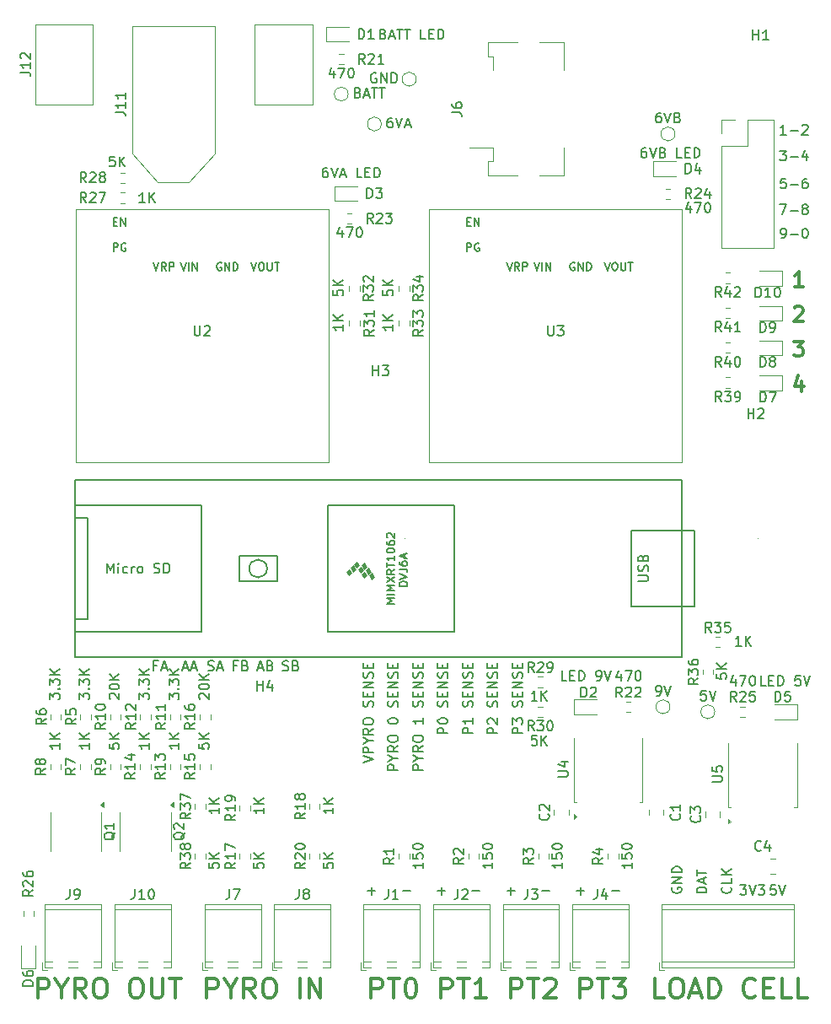
<source format=gto>
%TF.GenerationSoftware,KiCad,Pcbnew,8.0.5*%
%TF.CreationDate,2024-10-05T14:58:48-05:00*%
%TF.ProjectId,DAQ,4441512e-6b69-4636-9164-5f7063625858,rev?*%
%TF.SameCoordinates,Original*%
%TF.FileFunction,Legend,Top*%
%TF.FilePolarity,Positive*%
%FSLAX46Y46*%
G04 Gerber Fmt 4.6, Leading zero omitted, Abs format (unit mm)*
G04 Created by KiCad (PCBNEW 8.0.5) date 2024-10-05 14:58:48*
%MOMM*%
%LPD*%
G01*
G04 APERTURE LIST*
%ADD10C,0.150000*%
%ADD11C,0.300000*%
%ADD12C,0.120000*%
%ADD13C,0.100000*%
G04 APERTURE END LIST*
D10*
X138370112Y-49966009D02*
X138512969Y-50013628D01*
X138512969Y-50013628D02*
X138560588Y-50061247D01*
X138560588Y-50061247D02*
X138608207Y-50156485D01*
X138608207Y-50156485D02*
X138608207Y-50299342D01*
X138608207Y-50299342D02*
X138560588Y-50394580D01*
X138560588Y-50394580D02*
X138512969Y-50442200D01*
X138512969Y-50442200D02*
X138417731Y-50489819D01*
X138417731Y-50489819D02*
X138036779Y-50489819D01*
X138036779Y-50489819D02*
X138036779Y-49489819D01*
X138036779Y-49489819D02*
X138370112Y-49489819D01*
X138370112Y-49489819D02*
X138465350Y-49537438D01*
X138465350Y-49537438D02*
X138512969Y-49585057D01*
X138512969Y-49585057D02*
X138560588Y-49680295D01*
X138560588Y-49680295D02*
X138560588Y-49775533D01*
X138560588Y-49775533D02*
X138512969Y-49870771D01*
X138512969Y-49870771D02*
X138465350Y-49918390D01*
X138465350Y-49918390D02*
X138370112Y-49966009D01*
X138370112Y-49966009D02*
X138036779Y-49966009D01*
X138989160Y-50204104D02*
X139465350Y-50204104D01*
X138893922Y-50489819D02*
X139227255Y-49489819D01*
X139227255Y-49489819D02*
X139560588Y-50489819D01*
X139751065Y-49489819D02*
X140322493Y-49489819D01*
X140036779Y-50489819D02*
X140036779Y-49489819D01*
X140512970Y-49489819D02*
X141084398Y-49489819D01*
X140798684Y-50489819D02*
X140798684Y-49489819D01*
X142655827Y-50489819D02*
X142179637Y-50489819D01*
X142179637Y-50489819D02*
X142179637Y-49489819D01*
X142989161Y-49966009D02*
X143322494Y-49966009D01*
X143465351Y-50489819D02*
X142989161Y-50489819D01*
X142989161Y-50489819D02*
X142989161Y-49489819D01*
X142989161Y-49489819D02*
X143465351Y-49489819D01*
X143893923Y-50489819D02*
X143893923Y-49489819D01*
X143893923Y-49489819D02*
X144132018Y-49489819D01*
X144132018Y-49489819D02*
X144274875Y-49537438D01*
X144274875Y-49537438D02*
X144370113Y-49632676D01*
X144370113Y-49632676D02*
X144417732Y-49727914D01*
X144417732Y-49727914D02*
X144465351Y-49918390D01*
X144465351Y-49918390D02*
X144465351Y-50061247D01*
X144465351Y-50061247D02*
X144417732Y-50251723D01*
X144417732Y-50251723D02*
X144370113Y-50346961D01*
X144370113Y-50346961D02*
X144274875Y-50442200D01*
X144274875Y-50442200D02*
X144132018Y-50489819D01*
X144132018Y-50489819D02*
X143893923Y-50489819D01*
X136836779Y-135988866D02*
X137598684Y-135988866D01*
X137217731Y-136369819D02*
X137217731Y-135607914D01*
X163369819Y-133139411D02*
X163369819Y-133710839D01*
X163369819Y-133425125D02*
X162369819Y-133425125D01*
X162369819Y-133425125D02*
X162512676Y-133520363D01*
X162512676Y-133520363D02*
X162607914Y-133615601D01*
X162607914Y-133615601D02*
X162655533Y-133710839D01*
X162369819Y-132234649D02*
X162369819Y-132710839D01*
X162369819Y-132710839D02*
X162846009Y-132758458D01*
X162846009Y-132758458D02*
X162798390Y-132710839D01*
X162798390Y-132710839D02*
X162750771Y-132615601D01*
X162750771Y-132615601D02*
X162750771Y-132377506D01*
X162750771Y-132377506D02*
X162798390Y-132282268D01*
X162798390Y-132282268D02*
X162846009Y-132234649D01*
X162846009Y-132234649D02*
X162941247Y-132187030D01*
X162941247Y-132187030D02*
X163179342Y-132187030D01*
X163179342Y-132187030D02*
X163274580Y-132234649D01*
X163274580Y-132234649D02*
X163322200Y-132282268D01*
X163322200Y-132282268D02*
X163369819Y-132377506D01*
X163369819Y-132377506D02*
X163369819Y-132615601D01*
X163369819Y-132615601D02*
X163322200Y-132710839D01*
X163322200Y-132710839D02*
X163274580Y-132758458D01*
X162369819Y-131567982D02*
X162369819Y-131472744D01*
X162369819Y-131472744D02*
X162417438Y-131377506D01*
X162417438Y-131377506D02*
X162465057Y-131329887D01*
X162465057Y-131329887D02*
X162560295Y-131282268D01*
X162560295Y-131282268D02*
X162750771Y-131234649D01*
X162750771Y-131234649D02*
X162988866Y-131234649D01*
X162988866Y-131234649D02*
X163179342Y-131282268D01*
X163179342Y-131282268D02*
X163274580Y-131329887D01*
X163274580Y-131329887D02*
X163322200Y-131377506D01*
X163322200Y-131377506D02*
X163369819Y-131472744D01*
X163369819Y-131472744D02*
X163369819Y-131567982D01*
X163369819Y-131567982D02*
X163322200Y-131663220D01*
X163322200Y-131663220D02*
X163274580Y-131710839D01*
X163274580Y-131710839D02*
X163179342Y-131758458D01*
X163179342Y-131758458D02*
X162988866Y-131806077D01*
X162988866Y-131806077D02*
X162750771Y-131806077D01*
X162750771Y-131806077D02*
X162560295Y-131758458D01*
X162560295Y-131758458D02*
X162465057Y-131710839D01*
X162465057Y-131710839D02*
X162417438Y-131663220D01*
X162417438Y-131663220D02*
X162369819Y-131567982D01*
X120869819Y-133187030D02*
X120869819Y-133663220D01*
X120869819Y-133663220D02*
X121346009Y-133710839D01*
X121346009Y-133710839D02*
X121298390Y-133663220D01*
X121298390Y-133663220D02*
X121250771Y-133567982D01*
X121250771Y-133567982D02*
X121250771Y-133329887D01*
X121250771Y-133329887D02*
X121298390Y-133234649D01*
X121298390Y-133234649D02*
X121346009Y-133187030D01*
X121346009Y-133187030D02*
X121441247Y-133139411D01*
X121441247Y-133139411D02*
X121679342Y-133139411D01*
X121679342Y-133139411D02*
X121774580Y-133187030D01*
X121774580Y-133187030D02*
X121822200Y-133234649D01*
X121822200Y-133234649D02*
X121869819Y-133329887D01*
X121869819Y-133329887D02*
X121869819Y-133567982D01*
X121869819Y-133567982D02*
X121822200Y-133663220D01*
X121822200Y-133663220D02*
X121774580Y-133710839D01*
X121869819Y-132710839D02*
X120869819Y-132710839D01*
X121869819Y-132139411D02*
X121298390Y-132567982D01*
X120869819Y-132139411D02*
X121441247Y-132710839D01*
X149369819Y-133139411D02*
X149369819Y-133710839D01*
X149369819Y-133425125D02*
X148369819Y-133425125D01*
X148369819Y-133425125D02*
X148512676Y-133520363D01*
X148512676Y-133520363D02*
X148607914Y-133615601D01*
X148607914Y-133615601D02*
X148655533Y-133710839D01*
X148369819Y-132234649D02*
X148369819Y-132710839D01*
X148369819Y-132710839D02*
X148846009Y-132758458D01*
X148846009Y-132758458D02*
X148798390Y-132710839D01*
X148798390Y-132710839D02*
X148750771Y-132615601D01*
X148750771Y-132615601D02*
X148750771Y-132377506D01*
X148750771Y-132377506D02*
X148798390Y-132282268D01*
X148798390Y-132282268D02*
X148846009Y-132234649D01*
X148846009Y-132234649D02*
X148941247Y-132187030D01*
X148941247Y-132187030D02*
X149179342Y-132187030D01*
X149179342Y-132187030D02*
X149274580Y-132234649D01*
X149274580Y-132234649D02*
X149322200Y-132282268D01*
X149322200Y-132282268D02*
X149369819Y-132377506D01*
X149369819Y-132377506D02*
X149369819Y-132615601D01*
X149369819Y-132615601D02*
X149322200Y-132710839D01*
X149322200Y-132710839D02*
X149274580Y-132758458D01*
X148369819Y-131567982D02*
X148369819Y-131472744D01*
X148369819Y-131472744D02*
X148417438Y-131377506D01*
X148417438Y-131377506D02*
X148465057Y-131329887D01*
X148465057Y-131329887D02*
X148560295Y-131282268D01*
X148560295Y-131282268D02*
X148750771Y-131234649D01*
X148750771Y-131234649D02*
X148988866Y-131234649D01*
X148988866Y-131234649D02*
X149179342Y-131282268D01*
X149179342Y-131282268D02*
X149274580Y-131329887D01*
X149274580Y-131329887D02*
X149322200Y-131377506D01*
X149322200Y-131377506D02*
X149369819Y-131472744D01*
X149369819Y-131472744D02*
X149369819Y-131567982D01*
X149369819Y-131567982D02*
X149322200Y-131663220D01*
X149322200Y-131663220D02*
X149274580Y-131710839D01*
X149274580Y-131710839D02*
X149179342Y-131758458D01*
X149179342Y-131758458D02*
X148988866Y-131806077D01*
X148988866Y-131806077D02*
X148750771Y-131806077D01*
X148750771Y-131806077D02*
X148560295Y-131758458D01*
X148560295Y-131758458D02*
X148465057Y-131710839D01*
X148465057Y-131710839D02*
X148417438Y-131663220D01*
X148417438Y-131663220D02*
X148369819Y-131567982D01*
X134265350Y-69703152D02*
X134265350Y-70369819D01*
X134027255Y-69322200D02*
X133789160Y-70036485D01*
X133789160Y-70036485D02*
X134408207Y-70036485D01*
X134693922Y-69369819D02*
X135360588Y-69369819D01*
X135360588Y-69369819D02*
X134932017Y-70369819D01*
X135932017Y-69369819D02*
X136027255Y-69369819D01*
X136027255Y-69369819D02*
X136122493Y-69417438D01*
X136122493Y-69417438D02*
X136170112Y-69465057D01*
X136170112Y-69465057D02*
X136217731Y-69560295D01*
X136217731Y-69560295D02*
X136265350Y-69750771D01*
X136265350Y-69750771D02*
X136265350Y-69988866D01*
X136265350Y-69988866D02*
X136217731Y-70179342D01*
X136217731Y-70179342D02*
X136170112Y-70274580D01*
X136170112Y-70274580D02*
X136122493Y-70322200D01*
X136122493Y-70322200D02*
X136027255Y-70369819D01*
X136027255Y-70369819D02*
X135932017Y-70369819D01*
X135932017Y-70369819D02*
X135836779Y-70322200D01*
X135836779Y-70322200D02*
X135789160Y-70274580D01*
X135789160Y-70274580D02*
X135741541Y-70179342D01*
X135741541Y-70179342D02*
X135693922Y-69988866D01*
X135693922Y-69988866D02*
X135693922Y-69750771D01*
X135693922Y-69750771D02*
X135741541Y-69560295D01*
X135741541Y-69560295D02*
X135789160Y-69465057D01*
X135789160Y-69465057D02*
X135836779Y-69417438D01*
X135836779Y-69417438D02*
X135932017Y-69369819D01*
X162265350Y-114203152D02*
X162265350Y-114869819D01*
X162027255Y-113822200D02*
X161789160Y-114536485D01*
X161789160Y-114536485D02*
X162408207Y-114536485D01*
X162693922Y-113869819D02*
X163360588Y-113869819D01*
X163360588Y-113869819D02*
X162932017Y-114869819D01*
X163932017Y-113869819D02*
X164027255Y-113869819D01*
X164027255Y-113869819D02*
X164122493Y-113917438D01*
X164122493Y-113917438D02*
X164170112Y-113965057D01*
X164170112Y-113965057D02*
X164217731Y-114060295D01*
X164217731Y-114060295D02*
X164265350Y-114250771D01*
X164265350Y-114250771D02*
X164265350Y-114488866D01*
X164265350Y-114488866D02*
X164217731Y-114679342D01*
X164217731Y-114679342D02*
X164170112Y-114774580D01*
X164170112Y-114774580D02*
X164122493Y-114822200D01*
X164122493Y-114822200D02*
X164027255Y-114869819D01*
X164027255Y-114869819D02*
X163932017Y-114869819D01*
X163932017Y-114869819D02*
X163836779Y-114822200D01*
X163836779Y-114822200D02*
X163789160Y-114774580D01*
X163789160Y-114774580D02*
X163741541Y-114679342D01*
X163741541Y-114679342D02*
X163693922Y-114488866D01*
X163693922Y-114488866D02*
X163693922Y-114250771D01*
X163693922Y-114250771D02*
X163741541Y-114060295D01*
X163741541Y-114060295D02*
X163789160Y-113965057D01*
X163789160Y-113965057D02*
X163836779Y-113917438D01*
X163836779Y-113917438D02*
X163932017Y-113869819D01*
X110965057Y-116710839D02*
X110917438Y-116663220D01*
X110917438Y-116663220D02*
X110869819Y-116567982D01*
X110869819Y-116567982D02*
X110869819Y-116329887D01*
X110869819Y-116329887D02*
X110917438Y-116234649D01*
X110917438Y-116234649D02*
X110965057Y-116187030D01*
X110965057Y-116187030D02*
X111060295Y-116139411D01*
X111060295Y-116139411D02*
X111155533Y-116139411D01*
X111155533Y-116139411D02*
X111298390Y-116187030D01*
X111298390Y-116187030D02*
X111869819Y-116758458D01*
X111869819Y-116758458D02*
X111869819Y-116139411D01*
X110869819Y-115520363D02*
X110869819Y-115425125D01*
X110869819Y-115425125D02*
X110917438Y-115329887D01*
X110917438Y-115329887D02*
X110965057Y-115282268D01*
X110965057Y-115282268D02*
X111060295Y-115234649D01*
X111060295Y-115234649D02*
X111250771Y-115187030D01*
X111250771Y-115187030D02*
X111488866Y-115187030D01*
X111488866Y-115187030D02*
X111679342Y-115234649D01*
X111679342Y-115234649D02*
X111774580Y-115282268D01*
X111774580Y-115282268D02*
X111822200Y-115329887D01*
X111822200Y-115329887D02*
X111869819Y-115425125D01*
X111869819Y-115425125D02*
X111869819Y-115520363D01*
X111869819Y-115520363D02*
X111822200Y-115615601D01*
X111822200Y-115615601D02*
X111774580Y-115663220D01*
X111774580Y-115663220D02*
X111679342Y-115710839D01*
X111679342Y-115710839D02*
X111488866Y-115758458D01*
X111488866Y-115758458D02*
X111250771Y-115758458D01*
X111250771Y-115758458D02*
X111060295Y-115710839D01*
X111060295Y-115710839D02*
X110965057Y-115663220D01*
X110965057Y-115663220D02*
X110917438Y-115615601D01*
X110917438Y-115615601D02*
X110869819Y-115520363D01*
X111869819Y-114758458D02*
X110869819Y-114758458D01*
X111869819Y-114187030D02*
X111298390Y-114615601D01*
X110869819Y-114187030D02*
X111441247Y-114758458D01*
X119869819Y-121187030D02*
X119869819Y-121663220D01*
X119869819Y-121663220D02*
X120346009Y-121710839D01*
X120346009Y-121710839D02*
X120298390Y-121663220D01*
X120298390Y-121663220D02*
X120250771Y-121567982D01*
X120250771Y-121567982D02*
X120250771Y-121329887D01*
X120250771Y-121329887D02*
X120298390Y-121234649D01*
X120298390Y-121234649D02*
X120346009Y-121187030D01*
X120346009Y-121187030D02*
X120441247Y-121139411D01*
X120441247Y-121139411D02*
X120679342Y-121139411D01*
X120679342Y-121139411D02*
X120774580Y-121187030D01*
X120774580Y-121187030D02*
X120822200Y-121234649D01*
X120822200Y-121234649D02*
X120869819Y-121329887D01*
X120869819Y-121329887D02*
X120869819Y-121567982D01*
X120869819Y-121567982D02*
X120822200Y-121663220D01*
X120822200Y-121663220D02*
X120774580Y-121710839D01*
X120869819Y-120710839D02*
X119869819Y-120710839D01*
X120869819Y-120139411D02*
X120298390Y-120567982D01*
X119869819Y-120139411D02*
X120441247Y-120710839D01*
D11*
X151173558Y-146739638D02*
X151173558Y-144739638D01*
X151173558Y-144739638D02*
X151935463Y-144739638D01*
X151935463Y-144739638D02*
X152125939Y-144834876D01*
X152125939Y-144834876D02*
X152221177Y-144930114D01*
X152221177Y-144930114D02*
X152316415Y-145120590D01*
X152316415Y-145120590D02*
X152316415Y-145406304D01*
X152316415Y-145406304D02*
X152221177Y-145596780D01*
X152221177Y-145596780D02*
X152125939Y-145692019D01*
X152125939Y-145692019D02*
X151935463Y-145787257D01*
X151935463Y-145787257D02*
X151173558Y-145787257D01*
X152887844Y-144739638D02*
X154030701Y-144739638D01*
X153459272Y-146739638D02*
X153459272Y-144739638D01*
X154602130Y-144930114D02*
X154697368Y-144834876D01*
X154697368Y-144834876D02*
X154887844Y-144739638D01*
X154887844Y-144739638D02*
X155364035Y-144739638D01*
X155364035Y-144739638D02*
X155554511Y-144834876D01*
X155554511Y-144834876D02*
X155649749Y-144930114D01*
X155649749Y-144930114D02*
X155744987Y-145120590D01*
X155744987Y-145120590D02*
X155744987Y-145311066D01*
X155744987Y-145311066D02*
X155649749Y-145596780D01*
X155649749Y-145596780D02*
X154506892Y-146739638D01*
X154506892Y-146739638D02*
X155744987Y-146739638D01*
D10*
X133440350Y-53703152D02*
X133440350Y-54369819D01*
X133202255Y-53322200D02*
X132964160Y-54036485D01*
X132964160Y-54036485D02*
X133583207Y-54036485D01*
X133868922Y-53369819D02*
X134535588Y-53369819D01*
X134535588Y-53369819D02*
X134107017Y-54369819D01*
X135107017Y-53369819D02*
X135202255Y-53369819D01*
X135202255Y-53369819D02*
X135297493Y-53417438D01*
X135297493Y-53417438D02*
X135345112Y-53465057D01*
X135345112Y-53465057D02*
X135392731Y-53560295D01*
X135392731Y-53560295D02*
X135440350Y-53750771D01*
X135440350Y-53750771D02*
X135440350Y-53988866D01*
X135440350Y-53988866D02*
X135392731Y-54179342D01*
X135392731Y-54179342D02*
X135345112Y-54274580D01*
X135345112Y-54274580D02*
X135297493Y-54322200D01*
X135297493Y-54322200D02*
X135202255Y-54369819D01*
X135202255Y-54369819D02*
X135107017Y-54369819D01*
X135107017Y-54369819D02*
X135011779Y-54322200D01*
X135011779Y-54322200D02*
X134964160Y-54274580D01*
X134964160Y-54274580D02*
X134916541Y-54179342D01*
X134916541Y-54179342D02*
X134868922Y-53988866D01*
X134868922Y-53988866D02*
X134868922Y-53750771D01*
X134868922Y-53750771D02*
X134916541Y-53560295D01*
X134916541Y-53560295D02*
X134964160Y-53465057D01*
X134964160Y-53465057D02*
X135011779Y-53417438D01*
X135011779Y-53417438D02*
X135107017Y-53369819D01*
X139265350Y-58369819D02*
X139074874Y-58369819D01*
X139074874Y-58369819D02*
X138979636Y-58417438D01*
X138979636Y-58417438D02*
X138932017Y-58465057D01*
X138932017Y-58465057D02*
X138836779Y-58607914D01*
X138836779Y-58607914D02*
X138789160Y-58798390D01*
X138789160Y-58798390D02*
X138789160Y-59179342D01*
X138789160Y-59179342D02*
X138836779Y-59274580D01*
X138836779Y-59274580D02*
X138884398Y-59322200D01*
X138884398Y-59322200D02*
X138979636Y-59369819D01*
X138979636Y-59369819D02*
X139170112Y-59369819D01*
X139170112Y-59369819D02*
X139265350Y-59322200D01*
X139265350Y-59322200D02*
X139312969Y-59274580D01*
X139312969Y-59274580D02*
X139360588Y-59179342D01*
X139360588Y-59179342D02*
X139360588Y-58941247D01*
X139360588Y-58941247D02*
X139312969Y-58846009D01*
X139312969Y-58846009D02*
X139265350Y-58798390D01*
X139265350Y-58798390D02*
X139170112Y-58750771D01*
X139170112Y-58750771D02*
X138979636Y-58750771D01*
X138979636Y-58750771D02*
X138884398Y-58798390D01*
X138884398Y-58798390D02*
X138836779Y-58846009D01*
X138836779Y-58846009D02*
X138789160Y-58941247D01*
X139646303Y-58369819D02*
X139979636Y-59369819D01*
X139979636Y-59369819D02*
X140312969Y-58369819D01*
X140598684Y-59084104D02*
X141074874Y-59084104D01*
X140503446Y-59369819D02*
X140836779Y-58369819D01*
X140836779Y-58369819D02*
X141170112Y-59369819D01*
X135845112Y-55846009D02*
X135987969Y-55893628D01*
X135987969Y-55893628D02*
X136035588Y-55941247D01*
X136035588Y-55941247D02*
X136083207Y-56036485D01*
X136083207Y-56036485D02*
X136083207Y-56179342D01*
X136083207Y-56179342D02*
X136035588Y-56274580D01*
X136035588Y-56274580D02*
X135987969Y-56322200D01*
X135987969Y-56322200D02*
X135892731Y-56369819D01*
X135892731Y-56369819D02*
X135511779Y-56369819D01*
X135511779Y-56369819D02*
X135511779Y-55369819D01*
X135511779Y-55369819D02*
X135845112Y-55369819D01*
X135845112Y-55369819D02*
X135940350Y-55417438D01*
X135940350Y-55417438D02*
X135987969Y-55465057D01*
X135987969Y-55465057D02*
X136035588Y-55560295D01*
X136035588Y-55560295D02*
X136035588Y-55655533D01*
X136035588Y-55655533D02*
X135987969Y-55750771D01*
X135987969Y-55750771D02*
X135940350Y-55798390D01*
X135940350Y-55798390D02*
X135845112Y-55846009D01*
X135845112Y-55846009D02*
X135511779Y-55846009D01*
X136464160Y-56084104D02*
X136940350Y-56084104D01*
X136368922Y-56369819D02*
X136702255Y-55369819D01*
X136702255Y-55369819D02*
X137035588Y-56369819D01*
X137226065Y-55369819D02*
X137797493Y-55369819D01*
X137511779Y-56369819D02*
X137511779Y-55369819D01*
X137987970Y-55369819D02*
X138559398Y-55369819D01*
X138273684Y-56369819D02*
X138273684Y-55369819D01*
D11*
X179624153Y-80800828D02*
X180552725Y-80800828D01*
X180552725Y-80800828D02*
X180052725Y-81372257D01*
X180052725Y-81372257D02*
X180267010Y-81372257D01*
X180267010Y-81372257D02*
X180409868Y-81443685D01*
X180409868Y-81443685D02*
X180481296Y-81515114D01*
X180481296Y-81515114D02*
X180552725Y-81657971D01*
X180552725Y-81657971D02*
X180552725Y-82015114D01*
X180552725Y-82015114D02*
X180481296Y-82157971D01*
X180481296Y-82157971D02*
X180409868Y-82229400D01*
X180409868Y-82229400D02*
X180267010Y-82300828D01*
X180267010Y-82300828D02*
X179838439Y-82300828D01*
X179838439Y-82300828D02*
X179695582Y-82229400D01*
X179695582Y-82229400D02*
X179624153Y-82157971D01*
D10*
X133369819Y-127639411D02*
X133369819Y-128210839D01*
X133369819Y-127925125D02*
X132369819Y-127925125D01*
X132369819Y-127925125D02*
X132512676Y-128020363D01*
X132512676Y-128020363D02*
X132607914Y-128115601D01*
X132607914Y-128115601D02*
X132655533Y-128210839D01*
X133369819Y-127210839D02*
X132369819Y-127210839D01*
X133369819Y-126639411D02*
X132798390Y-127067982D01*
X132369819Y-126639411D02*
X132941247Y-127210839D01*
X178384398Y-70469819D02*
X178574874Y-70469819D01*
X178574874Y-70469819D02*
X178670112Y-70422200D01*
X178670112Y-70422200D02*
X178717731Y-70374580D01*
X178717731Y-70374580D02*
X178812969Y-70231723D01*
X178812969Y-70231723D02*
X178860588Y-70041247D01*
X178860588Y-70041247D02*
X178860588Y-69660295D01*
X178860588Y-69660295D02*
X178812969Y-69565057D01*
X178812969Y-69565057D02*
X178765350Y-69517438D01*
X178765350Y-69517438D02*
X178670112Y-69469819D01*
X178670112Y-69469819D02*
X178479636Y-69469819D01*
X178479636Y-69469819D02*
X178384398Y-69517438D01*
X178384398Y-69517438D02*
X178336779Y-69565057D01*
X178336779Y-69565057D02*
X178289160Y-69660295D01*
X178289160Y-69660295D02*
X178289160Y-69898390D01*
X178289160Y-69898390D02*
X178336779Y-69993628D01*
X178336779Y-69993628D02*
X178384398Y-70041247D01*
X178384398Y-70041247D02*
X178479636Y-70088866D01*
X178479636Y-70088866D02*
X178670112Y-70088866D01*
X178670112Y-70088866D02*
X178765350Y-70041247D01*
X178765350Y-70041247D02*
X178812969Y-69993628D01*
X178812969Y-69993628D02*
X178860588Y-69898390D01*
X179289160Y-70088866D02*
X180051065Y-70088866D01*
X180717731Y-69469819D02*
X180812969Y-69469819D01*
X180812969Y-69469819D02*
X180908207Y-69517438D01*
X180908207Y-69517438D02*
X180955826Y-69565057D01*
X180955826Y-69565057D02*
X181003445Y-69660295D01*
X181003445Y-69660295D02*
X181051064Y-69850771D01*
X181051064Y-69850771D02*
X181051064Y-70088866D01*
X181051064Y-70088866D02*
X181003445Y-70279342D01*
X181003445Y-70279342D02*
X180955826Y-70374580D01*
X180955826Y-70374580D02*
X180908207Y-70422200D01*
X180908207Y-70422200D02*
X180812969Y-70469819D01*
X180812969Y-70469819D02*
X180717731Y-70469819D01*
X180717731Y-70469819D02*
X180622493Y-70422200D01*
X180622493Y-70422200D02*
X180574874Y-70374580D01*
X180574874Y-70374580D02*
X180527255Y-70279342D01*
X180527255Y-70279342D02*
X180479636Y-70088866D01*
X180479636Y-70088866D02*
X180479636Y-69850771D01*
X180479636Y-69850771D02*
X180527255Y-69660295D01*
X180527255Y-69660295D02*
X180574874Y-69565057D01*
X180574874Y-69565057D02*
X180622493Y-69517438D01*
X180622493Y-69517438D02*
X180717731Y-69469819D01*
X156369819Y-133139411D02*
X156369819Y-133710839D01*
X156369819Y-133425125D02*
X155369819Y-133425125D01*
X155369819Y-133425125D02*
X155512676Y-133520363D01*
X155512676Y-133520363D02*
X155607914Y-133615601D01*
X155607914Y-133615601D02*
X155655533Y-133710839D01*
X155369819Y-132234649D02*
X155369819Y-132710839D01*
X155369819Y-132710839D02*
X155846009Y-132758458D01*
X155846009Y-132758458D02*
X155798390Y-132710839D01*
X155798390Y-132710839D02*
X155750771Y-132615601D01*
X155750771Y-132615601D02*
X155750771Y-132377506D01*
X155750771Y-132377506D02*
X155798390Y-132282268D01*
X155798390Y-132282268D02*
X155846009Y-132234649D01*
X155846009Y-132234649D02*
X155941247Y-132187030D01*
X155941247Y-132187030D02*
X156179342Y-132187030D01*
X156179342Y-132187030D02*
X156274580Y-132234649D01*
X156274580Y-132234649D02*
X156322200Y-132282268D01*
X156322200Y-132282268D02*
X156369819Y-132377506D01*
X156369819Y-132377506D02*
X156369819Y-132615601D01*
X156369819Y-132615601D02*
X156322200Y-132710839D01*
X156322200Y-132710839D02*
X156274580Y-132758458D01*
X155369819Y-131567982D02*
X155369819Y-131472744D01*
X155369819Y-131472744D02*
X155417438Y-131377506D01*
X155417438Y-131377506D02*
X155465057Y-131329887D01*
X155465057Y-131329887D02*
X155560295Y-131282268D01*
X155560295Y-131282268D02*
X155750771Y-131234649D01*
X155750771Y-131234649D02*
X155988866Y-131234649D01*
X155988866Y-131234649D02*
X156179342Y-131282268D01*
X156179342Y-131282268D02*
X156274580Y-131329887D01*
X156274580Y-131329887D02*
X156322200Y-131377506D01*
X156322200Y-131377506D02*
X156369819Y-131472744D01*
X156369819Y-131472744D02*
X156369819Y-131567982D01*
X156369819Y-131567982D02*
X156322200Y-131663220D01*
X156322200Y-131663220D02*
X156274580Y-131710839D01*
X156274580Y-131710839D02*
X156179342Y-131758458D01*
X156179342Y-131758458D02*
X155988866Y-131806077D01*
X155988866Y-131806077D02*
X155750771Y-131806077D01*
X155750771Y-131806077D02*
X155560295Y-131758458D01*
X155560295Y-131758458D02*
X155465057Y-131710839D01*
X155465057Y-131710839D02*
X155417438Y-131663220D01*
X155417438Y-131663220D02*
X155369819Y-131567982D01*
X107869819Y-116758458D02*
X107869819Y-116139411D01*
X107869819Y-116139411D02*
X108250771Y-116472744D01*
X108250771Y-116472744D02*
X108250771Y-116329887D01*
X108250771Y-116329887D02*
X108298390Y-116234649D01*
X108298390Y-116234649D02*
X108346009Y-116187030D01*
X108346009Y-116187030D02*
X108441247Y-116139411D01*
X108441247Y-116139411D02*
X108679342Y-116139411D01*
X108679342Y-116139411D02*
X108774580Y-116187030D01*
X108774580Y-116187030D02*
X108822200Y-116234649D01*
X108822200Y-116234649D02*
X108869819Y-116329887D01*
X108869819Y-116329887D02*
X108869819Y-116615601D01*
X108869819Y-116615601D02*
X108822200Y-116710839D01*
X108822200Y-116710839D02*
X108774580Y-116758458D01*
X108774580Y-115710839D02*
X108822200Y-115663220D01*
X108822200Y-115663220D02*
X108869819Y-115710839D01*
X108869819Y-115710839D02*
X108822200Y-115758458D01*
X108822200Y-115758458D02*
X108774580Y-115710839D01*
X108774580Y-115710839D02*
X108869819Y-115710839D01*
X107869819Y-115329887D02*
X107869819Y-114710840D01*
X107869819Y-114710840D02*
X108250771Y-115044173D01*
X108250771Y-115044173D02*
X108250771Y-114901316D01*
X108250771Y-114901316D02*
X108298390Y-114806078D01*
X108298390Y-114806078D02*
X108346009Y-114758459D01*
X108346009Y-114758459D02*
X108441247Y-114710840D01*
X108441247Y-114710840D02*
X108679342Y-114710840D01*
X108679342Y-114710840D02*
X108774580Y-114758459D01*
X108774580Y-114758459D02*
X108822200Y-114806078D01*
X108822200Y-114806078D02*
X108869819Y-114901316D01*
X108869819Y-114901316D02*
X108869819Y-115187030D01*
X108869819Y-115187030D02*
X108822200Y-115282268D01*
X108822200Y-115282268D02*
X108774580Y-115329887D01*
X108869819Y-114282268D02*
X107869819Y-114282268D01*
X108869819Y-113710840D02*
X108298390Y-114139411D01*
X107869819Y-113710840D02*
X108441247Y-114282268D01*
X139369819Y-79139411D02*
X139369819Y-79710839D01*
X139369819Y-79425125D02*
X138369819Y-79425125D01*
X138369819Y-79425125D02*
X138512676Y-79520363D01*
X138512676Y-79520363D02*
X138607914Y-79615601D01*
X138607914Y-79615601D02*
X138655533Y-79710839D01*
X139369819Y-78710839D02*
X138369819Y-78710839D01*
X139369819Y-78139411D02*
X138798390Y-78567982D01*
X138369819Y-78139411D02*
X138941247Y-78710839D01*
X176812969Y-115369819D02*
X176336779Y-115369819D01*
X176336779Y-115369819D02*
X176336779Y-114369819D01*
X177146303Y-114846009D02*
X177479636Y-114846009D01*
X177622493Y-115369819D02*
X177146303Y-115369819D01*
X177146303Y-115369819D02*
X177146303Y-114369819D01*
X177146303Y-114369819D02*
X177622493Y-114369819D01*
X178051065Y-115369819D02*
X178051065Y-114369819D01*
X178051065Y-114369819D02*
X178289160Y-114369819D01*
X178289160Y-114369819D02*
X178432017Y-114417438D01*
X178432017Y-114417438D02*
X178527255Y-114512676D01*
X178527255Y-114512676D02*
X178574874Y-114607914D01*
X178574874Y-114607914D02*
X178622493Y-114798390D01*
X178622493Y-114798390D02*
X178622493Y-114941247D01*
X178622493Y-114941247D02*
X178574874Y-115131723D01*
X178574874Y-115131723D02*
X178527255Y-115226961D01*
X178527255Y-115226961D02*
X178432017Y-115322200D01*
X178432017Y-115322200D02*
X178289160Y-115369819D01*
X178289160Y-115369819D02*
X178051065Y-115369819D01*
X180289160Y-114369819D02*
X179812970Y-114369819D01*
X179812970Y-114369819D02*
X179765351Y-114846009D01*
X179765351Y-114846009D02*
X179812970Y-114798390D01*
X179812970Y-114798390D02*
X179908208Y-114750771D01*
X179908208Y-114750771D02*
X180146303Y-114750771D01*
X180146303Y-114750771D02*
X180241541Y-114798390D01*
X180241541Y-114798390D02*
X180289160Y-114846009D01*
X180289160Y-114846009D02*
X180336779Y-114941247D01*
X180336779Y-114941247D02*
X180336779Y-115179342D01*
X180336779Y-115179342D02*
X180289160Y-115274580D01*
X180289160Y-115274580D02*
X180241541Y-115322200D01*
X180241541Y-115322200D02*
X180146303Y-115369819D01*
X180146303Y-115369819D02*
X179908208Y-115369819D01*
X179908208Y-115369819D02*
X179812970Y-115322200D01*
X179812970Y-115322200D02*
X179765351Y-115274580D01*
X180622494Y-114369819D02*
X180955827Y-115369819D01*
X180955827Y-115369819D02*
X181289160Y-114369819D01*
X154336779Y-135988866D02*
X155098684Y-135988866D01*
D11*
X137173558Y-146739638D02*
X137173558Y-144739638D01*
X137173558Y-144739638D02*
X137935463Y-144739638D01*
X137935463Y-144739638D02*
X138125939Y-144834876D01*
X138125939Y-144834876D02*
X138221177Y-144930114D01*
X138221177Y-144930114D02*
X138316415Y-145120590D01*
X138316415Y-145120590D02*
X138316415Y-145406304D01*
X138316415Y-145406304D02*
X138221177Y-145596780D01*
X138221177Y-145596780D02*
X138125939Y-145692019D01*
X138125939Y-145692019D02*
X137935463Y-145787257D01*
X137935463Y-145787257D02*
X137173558Y-145787257D01*
X138887844Y-144739638D02*
X140030701Y-144739638D01*
X139459272Y-146739638D02*
X139459272Y-144739638D01*
X141078320Y-144739638D02*
X141268797Y-144739638D01*
X141268797Y-144739638D02*
X141459273Y-144834876D01*
X141459273Y-144834876D02*
X141554511Y-144930114D01*
X141554511Y-144930114D02*
X141649749Y-145120590D01*
X141649749Y-145120590D02*
X141744987Y-145501542D01*
X141744987Y-145501542D02*
X141744987Y-145977733D01*
X141744987Y-145977733D02*
X141649749Y-146358685D01*
X141649749Y-146358685D02*
X141554511Y-146549161D01*
X141554511Y-146549161D02*
X141459273Y-146644400D01*
X141459273Y-146644400D02*
X141268797Y-146739638D01*
X141268797Y-146739638D02*
X141078320Y-146739638D01*
X141078320Y-146739638D02*
X140887844Y-146644400D01*
X140887844Y-146644400D02*
X140792606Y-146549161D01*
X140792606Y-146549161D02*
X140697368Y-146358685D01*
X140697368Y-146358685D02*
X140602130Y-145977733D01*
X140602130Y-145977733D02*
X140602130Y-145501542D01*
X140602130Y-145501542D02*
X140697368Y-145120590D01*
X140697368Y-145120590D02*
X140792606Y-144930114D01*
X140792606Y-144930114D02*
X140887844Y-144834876D01*
X140887844Y-144834876D02*
X141078320Y-144739638D01*
D10*
X178860588Y-60069819D02*
X178289160Y-60069819D01*
X178574874Y-60069819D02*
X178574874Y-59069819D01*
X178574874Y-59069819D02*
X178479636Y-59212676D01*
X178479636Y-59212676D02*
X178384398Y-59307914D01*
X178384398Y-59307914D02*
X178289160Y-59355533D01*
X179289160Y-59688866D02*
X180051065Y-59688866D01*
X180479636Y-59165057D02*
X180527255Y-59117438D01*
X180527255Y-59117438D02*
X180622493Y-59069819D01*
X180622493Y-59069819D02*
X180860588Y-59069819D01*
X180860588Y-59069819D02*
X180955826Y-59117438D01*
X180955826Y-59117438D02*
X181003445Y-59165057D01*
X181003445Y-59165057D02*
X181051064Y-59260295D01*
X181051064Y-59260295D02*
X181051064Y-59355533D01*
X181051064Y-59355533D02*
X181003445Y-59498390D01*
X181003445Y-59498390D02*
X180432017Y-60069819D01*
X180432017Y-60069819D02*
X181051064Y-60069819D01*
X121869819Y-127639411D02*
X121869819Y-128210839D01*
X121869819Y-127925125D02*
X120869819Y-127925125D01*
X120869819Y-127925125D02*
X121012676Y-128020363D01*
X121012676Y-128020363D02*
X121107914Y-128115601D01*
X121107914Y-128115601D02*
X121155533Y-128210839D01*
X121869819Y-127210839D02*
X120869819Y-127210839D01*
X121869819Y-126639411D02*
X121298390Y-127067982D01*
X120869819Y-126639411D02*
X121441247Y-127210839D01*
X153860588Y-116869819D02*
X153289160Y-116869819D01*
X153574874Y-116869819D02*
X153574874Y-115869819D01*
X153574874Y-115869819D02*
X153479636Y-116012676D01*
X153479636Y-116012676D02*
X153384398Y-116107914D01*
X153384398Y-116107914D02*
X153289160Y-116155533D01*
X154289160Y-116869819D02*
X154289160Y-115869819D01*
X154860588Y-116869819D02*
X154432017Y-116298390D01*
X154860588Y-115869819D02*
X154289160Y-116441247D01*
X113869819Y-116758458D02*
X113869819Y-116139411D01*
X113869819Y-116139411D02*
X114250771Y-116472744D01*
X114250771Y-116472744D02*
X114250771Y-116329887D01*
X114250771Y-116329887D02*
X114298390Y-116234649D01*
X114298390Y-116234649D02*
X114346009Y-116187030D01*
X114346009Y-116187030D02*
X114441247Y-116139411D01*
X114441247Y-116139411D02*
X114679342Y-116139411D01*
X114679342Y-116139411D02*
X114774580Y-116187030D01*
X114774580Y-116187030D02*
X114822200Y-116234649D01*
X114822200Y-116234649D02*
X114869819Y-116329887D01*
X114869819Y-116329887D02*
X114869819Y-116615601D01*
X114869819Y-116615601D02*
X114822200Y-116710839D01*
X114822200Y-116710839D02*
X114774580Y-116758458D01*
X114774580Y-115710839D02*
X114822200Y-115663220D01*
X114822200Y-115663220D02*
X114869819Y-115710839D01*
X114869819Y-115710839D02*
X114822200Y-115758458D01*
X114822200Y-115758458D02*
X114774580Y-115710839D01*
X114774580Y-115710839D02*
X114869819Y-115710839D01*
X113869819Y-115329887D02*
X113869819Y-114710840D01*
X113869819Y-114710840D02*
X114250771Y-115044173D01*
X114250771Y-115044173D02*
X114250771Y-114901316D01*
X114250771Y-114901316D02*
X114298390Y-114806078D01*
X114298390Y-114806078D02*
X114346009Y-114758459D01*
X114346009Y-114758459D02*
X114441247Y-114710840D01*
X114441247Y-114710840D02*
X114679342Y-114710840D01*
X114679342Y-114710840D02*
X114774580Y-114758459D01*
X114774580Y-114758459D02*
X114822200Y-114806078D01*
X114822200Y-114806078D02*
X114869819Y-114901316D01*
X114869819Y-114901316D02*
X114869819Y-115187030D01*
X114869819Y-115187030D02*
X114822200Y-115282268D01*
X114822200Y-115282268D02*
X114774580Y-115329887D01*
X114869819Y-114282268D02*
X113869819Y-114282268D01*
X114869819Y-113710840D02*
X114298390Y-114139411D01*
X113869819Y-113710840D02*
X114441247Y-114282268D01*
X110869819Y-121187030D02*
X110869819Y-121663220D01*
X110869819Y-121663220D02*
X111346009Y-121710839D01*
X111346009Y-121710839D02*
X111298390Y-121663220D01*
X111298390Y-121663220D02*
X111250771Y-121567982D01*
X111250771Y-121567982D02*
X111250771Y-121329887D01*
X111250771Y-121329887D02*
X111298390Y-121234649D01*
X111298390Y-121234649D02*
X111346009Y-121187030D01*
X111346009Y-121187030D02*
X111441247Y-121139411D01*
X111441247Y-121139411D02*
X111679342Y-121139411D01*
X111679342Y-121139411D02*
X111774580Y-121187030D01*
X111774580Y-121187030D02*
X111822200Y-121234649D01*
X111822200Y-121234649D02*
X111869819Y-121329887D01*
X111869819Y-121329887D02*
X111869819Y-121567982D01*
X111869819Y-121567982D02*
X111822200Y-121663220D01*
X111822200Y-121663220D02*
X111774580Y-121710839D01*
X111869819Y-120710839D02*
X110869819Y-120710839D01*
X111869819Y-120139411D02*
X111298390Y-120567982D01*
X110869819Y-120139411D02*
X111441247Y-120710839D01*
X170869819Y-136163220D02*
X169869819Y-136163220D01*
X169869819Y-136163220D02*
X169869819Y-135925125D01*
X169869819Y-135925125D02*
X169917438Y-135782268D01*
X169917438Y-135782268D02*
X170012676Y-135687030D01*
X170012676Y-135687030D02*
X170107914Y-135639411D01*
X170107914Y-135639411D02*
X170298390Y-135591792D01*
X170298390Y-135591792D02*
X170441247Y-135591792D01*
X170441247Y-135591792D02*
X170631723Y-135639411D01*
X170631723Y-135639411D02*
X170726961Y-135687030D01*
X170726961Y-135687030D02*
X170822200Y-135782268D01*
X170822200Y-135782268D02*
X170869819Y-135925125D01*
X170869819Y-135925125D02*
X170869819Y-136163220D01*
X170584104Y-135210839D02*
X170584104Y-134734649D01*
X170869819Y-135306077D02*
X169869819Y-134972744D01*
X169869819Y-134972744D02*
X170869819Y-134639411D01*
X169869819Y-134448934D02*
X169869819Y-133877506D01*
X170869819Y-134163220D02*
X169869819Y-134163220D01*
X149869819Y-120163220D02*
X148869819Y-120163220D01*
X148869819Y-120163220D02*
X148869819Y-119782268D01*
X148869819Y-119782268D02*
X148917438Y-119687030D01*
X148917438Y-119687030D02*
X148965057Y-119639411D01*
X148965057Y-119639411D02*
X149060295Y-119591792D01*
X149060295Y-119591792D02*
X149203152Y-119591792D01*
X149203152Y-119591792D02*
X149298390Y-119639411D01*
X149298390Y-119639411D02*
X149346009Y-119687030D01*
X149346009Y-119687030D02*
X149393628Y-119782268D01*
X149393628Y-119782268D02*
X149393628Y-120163220D01*
X148965057Y-119210839D02*
X148917438Y-119163220D01*
X148917438Y-119163220D02*
X148869819Y-119067982D01*
X148869819Y-119067982D02*
X148869819Y-118829887D01*
X148869819Y-118829887D02*
X148917438Y-118734649D01*
X148917438Y-118734649D02*
X148965057Y-118687030D01*
X148965057Y-118687030D02*
X149060295Y-118639411D01*
X149060295Y-118639411D02*
X149155533Y-118639411D01*
X149155533Y-118639411D02*
X149298390Y-118687030D01*
X149298390Y-118687030D02*
X149869819Y-119258458D01*
X149869819Y-119258458D02*
X149869819Y-118639411D01*
X149822200Y-117496553D02*
X149869819Y-117353696D01*
X149869819Y-117353696D02*
X149869819Y-117115601D01*
X149869819Y-117115601D02*
X149822200Y-117020363D01*
X149822200Y-117020363D02*
X149774580Y-116972744D01*
X149774580Y-116972744D02*
X149679342Y-116925125D01*
X149679342Y-116925125D02*
X149584104Y-116925125D01*
X149584104Y-116925125D02*
X149488866Y-116972744D01*
X149488866Y-116972744D02*
X149441247Y-117020363D01*
X149441247Y-117020363D02*
X149393628Y-117115601D01*
X149393628Y-117115601D02*
X149346009Y-117306077D01*
X149346009Y-117306077D02*
X149298390Y-117401315D01*
X149298390Y-117401315D02*
X149250771Y-117448934D01*
X149250771Y-117448934D02*
X149155533Y-117496553D01*
X149155533Y-117496553D02*
X149060295Y-117496553D01*
X149060295Y-117496553D02*
X148965057Y-117448934D01*
X148965057Y-117448934D02*
X148917438Y-117401315D01*
X148917438Y-117401315D02*
X148869819Y-117306077D01*
X148869819Y-117306077D02*
X148869819Y-117067982D01*
X148869819Y-117067982D02*
X148917438Y-116925125D01*
X149346009Y-116496553D02*
X149346009Y-116163220D01*
X149869819Y-116020363D02*
X149869819Y-116496553D01*
X149869819Y-116496553D02*
X148869819Y-116496553D01*
X148869819Y-116496553D02*
X148869819Y-116020363D01*
X149869819Y-115591791D02*
X148869819Y-115591791D01*
X148869819Y-115591791D02*
X149869819Y-115020363D01*
X149869819Y-115020363D02*
X148869819Y-115020363D01*
X149822200Y-114591791D02*
X149869819Y-114448934D01*
X149869819Y-114448934D02*
X149869819Y-114210839D01*
X149869819Y-114210839D02*
X149822200Y-114115601D01*
X149822200Y-114115601D02*
X149774580Y-114067982D01*
X149774580Y-114067982D02*
X149679342Y-114020363D01*
X149679342Y-114020363D02*
X149584104Y-114020363D01*
X149584104Y-114020363D02*
X149488866Y-114067982D01*
X149488866Y-114067982D02*
X149441247Y-114115601D01*
X149441247Y-114115601D02*
X149393628Y-114210839D01*
X149393628Y-114210839D02*
X149346009Y-114401315D01*
X149346009Y-114401315D02*
X149298390Y-114496553D01*
X149298390Y-114496553D02*
X149250771Y-114544172D01*
X149250771Y-114544172D02*
X149155533Y-114591791D01*
X149155533Y-114591791D02*
X149060295Y-114591791D01*
X149060295Y-114591791D02*
X148965057Y-114544172D01*
X148965057Y-114544172D02*
X148917438Y-114496553D01*
X148917438Y-114496553D02*
X148869819Y-114401315D01*
X148869819Y-114401315D02*
X148869819Y-114163220D01*
X148869819Y-114163220D02*
X148917438Y-114020363D01*
X149346009Y-113591791D02*
X149346009Y-113258458D01*
X149869819Y-113115601D02*
X149869819Y-113591791D01*
X149869819Y-113591791D02*
X148869819Y-113591791D01*
X148869819Y-113591791D02*
X148869819Y-113115601D01*
X169265350Y-67203152D02*
X169265350Y-67869819D01*
X169027255Y-66822200D02*
X168789160Y-67536485D01*
X168789160Y-67536485D02*
X169408207Y-67536485D01*
X169693922Y-66869819D02*
X170360588Y-66869819D01*
X170360588Y-66869819D02*
X169932017Y-67869819D01*
X170932017Y-66869819D02*
X171027255Y-66869819D01*
X171027255Y-66869819D02*
X171122493Y-66917438D01*
X171122493Y-66917438D02*
X171170112Y-66965057D01*
X171170112Y-66965057D02*
X171217731Y-67060295D01*
X171217731Y-67060295D02*
X171265350Y-67250771D01*
X171265350Y-67250771D02*
X171265350Y-67488866D01*
X171265350Y-67488866D02*
X171217731Y-67679342D01*
X171217731Y-67679342D02*
X171170112Y-67774580D01*
X171170112Y-67774580D02*
X171122493Y-67822200D01*
X171122493Y-67822200D02*
X171027255Y-67869819D01*
X171027255Y-67869819D02*
X170932017Y-67869819D01*
X170932017Y-67869819D02*
X170836779Y-67822200D01*
X170836779Y-67822200D02*
X170789160Y-67774580D01*
X170789160Y-67774580D02*
X170741541Y-67679342D01*
X170741541Y-67679342D02*
X170693922Y-67488866D01*
X170693922Y-67488866D02*
X170693922Y-67250771D01*
X170693922Y-67250771D02*
X170741541Y-67060295D01*
X170741541Y-67060295D02*
X170789160Y-66965057D01*
X170789160Y-66965057D02*
X170836779Y-66917438D01*
X170836779Y-66917438D02*
X170932017Y-66869819D01*
D11*
X166625939Y-146739638D02*
X165673558Y-146739638D01*
X165673558Y-146739638D02*
X165673558Y-144739638D01*
X167673558Y-144739638D02*
X168054511Y-144739638D01*
X168054511Y-144739638D02*
X168244987Y-144834876D01*
X168244987Y-144834876D02*
X168435463Y-145025352D01*
X168435463Y-145025352D02*
X168530701Y-145406304D01*
X168530701Y-145406304D02*
X168530701Y-146072971D01*
X168530701Y-146072971D02*
X168435463Y-146453923D01*
X168435463Y-146453923D02*
X168244987Y-146644400D01*
X168244987Y-146644400D02*
X168054511Y-146739638D01*
X168054511Y-146739638D02*
X167673558Y-146739638D01*
X167673558Y-146739638D02*
X167483082Y-146644400D01*
X167483082Y-146644400D02*
X167292606Y-146453923D01*
X167292606Y-146453923D02*
X167197368Y-146072971D01*
X167197368Y-146072971D02*
X167197368Y-145406304D01*
X167197368Y-145406304D02*
X167292606Y-145025352D01*
X167292606Y-145025352D02*
X167483082Y-144834876D01*
X167483082Y-144834876D02*
X167673558Y-144739638D01*
X169292606Y-146168209D02*
X170244987Y-146168209D01*
X169102130Y-146739638D02*
X169768796Y-144739638D01*
X169768796Y-144739638D02*
X170435463Y-146739638D01*
X171102130Y-146739638D02*
X171102130Y-144739638D01*
X171102130Y-144739638D02*
X171578320Y-144739638D01*
X171578320Y-144739638D02*
X171864035Y-144834876D01*
X171864035Y-144834876D02*
X172054511Y-145025352D01*
X172054511Y-145025352D02*
X172149749Y-145215828D01*
X172149749Y-145215828D02*
X172244987Y-145596780D01*
X172244987Y-145596780D02*
X172244987Y-145882495D01*
X172244987Y-145882495D02*
X172149749Y-146263447D01*
X172149749Y-146263447D02*
X172054511Y-146453923D01*
X172054511Y-146453923D02*
X171864035Y-146644400D01*
X171864035Y-146644400D02*
X171578320Y-146739638D01*
X171578320Y-146739638D02*
X171102130Y-146739638D01*
X175768797Y-146549161D02*
X175673559Y-146644400D01*
X175673559Y-146644400D02*
X175387845Y-146739638D01*
X175387845Y-146739638D02*
X175197369Y-146739638D01*
X175197369Y-146739638D02*
X174911654Y-146644400D01*
X174911654Y-146644400D02*
X174721178Y-146453923D01*
X174721178Y-146453923D02*
X174625940Y-146263447D01*
X174625940Y-146263447D02*
X174530702Y-145882495D01*
X174530702Y-145882495D02*
X174530702Y-145596780D01*
X174530702Y-145596780D02*
X174625940Y-145215828D01*
X174625940Y-145215828D02*
X174721178Y-145025352D01*
X174721178Y-145025352D02*
X174911654Y-144834876D01*
X174911654Y-144834876D02*
X175197369Y-144739638D01*
X175197369Y-144739638D02*
X175387845Y-144739638D01*
X175387845Y-144739638D02*
X175673559Y-144834876D01*
X175673559Y-144834876D02*
X175768797Y-144930114D01*
X176625940Y-145692019D02*
X177292607Y-145692019D01*
X177578321Y-146739638D02*
X176625940Y-146739638D01*
X176625940Y-146739638D02*
X176625940Y-144739638D01*
X176625940Y-144739638D02*
X177578321Y-144739638D01*
X179387845Y-146739638D02*
X178435464Y-146739638D01*
X178435464Y-146739638D02*
X178435464Y-144739638D01*
X181006893Y-146739638D02*
X180054512Y-146739638D01*
X180054512Y-146739638D02*
X180054512Y-144739638D01*
D10*
X133369819Y-75687030D02*
X133369819Y-76163220D01*
X133369819Y-76163220D02*
X133846009Y-76210839D01*
X133846009Y-76210839D02*
X133798390Y-76163220D01*
X133798390Y-76163220D02*
X133750771Y-76067982D01*
X133750771Y-76067982D02*
X133750771Y-75829887D01*
X133750771Y-75829887D02*
X133798390Y-75734649D01*
X133798390Y-75734649D02*
X133846009Y-75687030D01*
X133846009Y-75687030D02*
X133941247Y-75639411D01*
X133941247Y-75639411D02*
X134179342Y-75639411D01*
X134179342Y-75639411D02*
X134274580Y-75687030D01*
X134274580Y-75687030D02*
X134322200Y-75734649D01*
X134322200Y-75734649D02*
X134369819Y-75829887D01*
X134369819Y-75829887D02*
X134369819Y-76067982D01*
X134369819Y-76067982D02*
X134322200Y-76163220D01*
X134322200Y-76163220D02*
X134274580Y-76210839D01*
X134369819Y-75210839D02*
X133369819Y-75210839D01*
X134369819Y-74639411D02*
X133798390Y-75067982D01*
X133369819Y-74639411D02*
X133941247Y-75210839D01*
X171869819Y-114187030D02*
X171869819Y-114663220D01*
X171869819Y-114663220D02*
X172346009Y-114710839D01*
X172346009Y-114710839D02*
X172298390Y-114663220D01*
X172298390Y-114663220D02*
X172250771Y-114567982D01*
X172250771Y-114567982D02*
X172250771Y-114329887D01*
X172250771Y-114329887D02*
X172298390Y-114234649D01*
X172298390Y-114234649D02*
X172346009Y-114187030D01*
X172346009Y-114187030D02*
X172441247Y-114139411D01*
X172441247Y-114139411D02*
X172679342Y-114139411D01*
X172679342Y-114139411D02*
X172774580Y-114187030D01*
X172774580Y-114187030D02*
X172822200Y-114234649D01*
X172822200Y-114234649D02*
X172869819Y-114329887D01*
X172869819Y-114329887D02*
X172869819Y-114567982D01*
X172869819Y-114567982D02*
X172822200Y-114663220D01*
X172822200Y-114663220D02*
X172774580Y-114710839D01*
X172869819Y-113710839D02*
X171869819Y-113710839D01*
X172869819Y-113139411D02*
X172298390Y-113567982D01*
X171869819Y-113139411D02*
X172441247Y-113710839D01*
X147336779Y-135988866D02*
X148098684Y-135988866D01*
X116869819Y-116758458D02*
X116869819Y-116139411D01*
X116869819Y-116139411D02*
X117250771Y-116472744D01*
X117250771Y-116472744D02*
X117250771Y-116329887D01*
X117250771Y-116329887D02*
X117298390Y-116234649D01*
X117298390Y-116234649D02*
X117346009Y-116187030D01*
X117346009Y-116187030D02*
X117441247Y-116139411D01*
X117441247Y-116139411D02*
X117679342Y-116139411D01*
X117679342Y-116139411D02*
X117774580Y-116187030D01*
X117774580Y-116187030D02*
X117822200Y-116234649D01*
X117822200Y-116234649D02*
X117869819Y-116329887D01*
X117869819Y-116329887D02*
X117869819Y-116615601D01*
X117869819Y-116615601D02*
X117822200Y-116710839D01*
X117822200Y-116710839D02*
X117774580Y-116758458D01*
X117774580Y-115710839D02*
X117822200Y-115663220D01*
X117822200Y-115663220D02*
X117869819Y-115710839D01*
X117869819Y-115710839D02*
X117822200Y-115758458D01*
X117822200Y-115758458D02*
X117774580Y-115710839D01*
X117774580Y-115710839D02*
X117869819Y-115710839D01*
X116869819Y-115329887D02*
X116869819Y-114710840D01*
X116869819Y-114710840D02*
X117250771Y-115044173D01*
X117250771Y-115044173D02*
X117250771Y-114901316D01*
X117250771Y-114901316D02*
X117298390Y-114806078D01*
X117298390Y-114806078D02*
X117346009Y-114758459D01*
X117346009Y-114758459D02*
X117441247Y-114710840D01*
X117441247Y-114710840D02*
X117679342Y-114710840D01*
X117679342Y-114710840D02*
X117774580Y-114758459D01*
X117774580Y-114758459D02*
X117822200Y-114806078D01*
X117822200Y-114806078D02*
X117869819Y-114901316D01*
X117869819Y-114901316D02*
X117869819Y-115187030D01*
X117869819Y-115187030D02*
X117822200Y-115282268D01*
X117822200Y-115282268D02*
X117774580Y-115329887D01*
X117869819Y-114282268D02*
X116869819Y-114282268D01*
X117869819Y-113710840D02*
X117298390Y-114139411D01*
X116869819Y-113710840D02*
X117441247Y-114282268D01*
X137685588Y-53917438D02*
X137590350Y-53869819D01*
X137590350Y-53869819D02*
X137447493Y-53869819D01*
X137447493Y-53869819D02*
X137304636Y-53917438D01*
X137304636Y-53917438D02*
X137209398Y-54012676D01*
X137209398Y-54012676D02*
X137161779Y-54107914D01*
X137161779Y-54107914D02*
X137114160Y-54298390D01*
X137114160Y-54298390D02*
X137114160Y-54441247D01*
X137114160Y-54441247D02*
X137161779Y-54631723D01*
X137161779Y-54631723D02*
X137209398Y-54726961D01*
X137209398Y-54726961D02*
X137304636Y-54822200D01*
X137304636Y-54822200D02*
X137447493Y-54869819D01*
X137447493Y-54869819D02*
X137542731Y-54869819D01*
X137542731Y-54869819D02*
X137685588Y-54822200D01*
X137685588Y-54822200D02*
X137733207Y-54774580D01*
X137733207Y-54774580D02*
X137733207Y-54441247D01*
X137733207Y-54441247D02*
X137542731Y-54441247D01*
X138161779Y-54869819D02*
X138161779Y-53869819D01*
X138161779Y-53869819D02*
X138733207Y-54869819D01*
X138733207Y-54869819D02*
X138733207Y-53869819D01*
X139209398Y-54869819D02*
X139209398Y-53869819D01*
X139209398Y-53869819D02*
X139447493Y-53869819D01*
X139447493Y-53869819D02*
X139590350Y-53917438D01*
X139590350Y-53917438D02*
X139685588Y-54012676D01*
X139685588Y-54012676D02*
X139733207Y-54107914D01*
X139733207Y-54107914D02*
X139780826Y-54298390D01*
X139780826Y-54298390D02*
X139780826Y-54441247D01*
X139780826Y-54441247D02*
X139733207Y-54631723D01*
X139733207Y-54631723D02*
X139685588Y-54726961D01*
X139685588Y-54726961D02*
X139590350Y-54822200D01*
X139590350Y-54822200D02*
X139447493Y-54869819D01*
X139447493Y-54869819D02*
X139209398Y-54869819D01*
X125369819Y-133187030D02*
X125369819Y-133663220D01*
X125369819Y-133663220D02*
X125846009Y-133710839D01*
X125846009Y-133710839D02*
X125798390Y-133663220D01*
X125798390Y-133663220D02*
X125750771Y-133567982D01*
X125750771Y-133567982D02*
X125750771Y-133329887D01*
X125750771Y-133329887D02*
X125798390Y-133234649D01*
X125798390Y-133234649D02*
X125846009Y-133187030D01*
X125846009Y-133187030D02*
X125941247Y-133139411D01*
X125941247Y-133139411D02*
X126179342Y-133139411D01*
X126179342Y-133139411D02*
X126274580Y-133187030D01*
X126274580Y-133187030D02*
X126322200Y-133234649D01*
X126322200Y-133234649D02*
X126369819Y-133329887D01*
X126369819Y-133329887D02*
X126369819Y-133567982D01*
X126369819Y-133567982D02*
X126322200Y-133663220D01*
X126322200Y-133663220D02*
X126274580Y-133710839D01*
X126369819Y-132710839D02*
X125369819Y-132710839D01*
X126369819Y-132139411D02*
X125798390Y-132567982D01*
X125369819Y-132139411D02*
X125941247Y-132710839D01*
X114460588Y-66869819D02*
X113889160Y-66869819D01*
X114174874Y-66869819D02*
X114174874Y-65869819D01*
X114174874Y-65869819D02*
X114079636Y-66012676D01*
X114079636Y-66012676D02*
X113984398Y-66107914D01*
X113984398Y-66107914D02*
X113889160Y-66155533D01*
X114889160Y-66869819D02*
X114889160Y-65869819D01*
X115460588Y-66869819D02*
X115032017Y-66298390D01*
X115460588Y-65869819D02*
X114889160Y-66441247D01*
X118289160Y-113584104D02*
X118765350Y-113584104D01*
X118193922Y-113869819D02*
X118527255Y-112869819D01*
X118527255Y-112869819D02*
X118860588Y-113869819D01*
X119146303Y-113584104D02*
X119622493Y-113584104D01*
X119051065Y-113869819D02*
X119384398Y-112869819D01*
X119384398Y-112869819D02*
X119717731Y-113869819D01*
X157836779Y-135988866D02*
X158598684Y-135988866D01*
X158217731Y-136369819D02*
X158217731Y-135607914D01*
X108869819Y-121139411D02*
X108869819Y-121710839D01*
X108869819Y-121425125D02*
X107869819Y-121425125D01*
X107869819Y-121425125D02*
X108012676Y-121520363D01*
X108012676Y-121520363D02*
X108107914Y-121615601D01*
X108107914Y-121615601D02*
X108155533Y-121710839D01*
X108869819Y-120710839D02*
X107869819Y-120710839D01*
X108869819Y-120139411D02*
X108298390Y-120567982D01*
X107869819Y-120139411D02*
X108441247Y-120710839D01*
X167417438Y-135639411D02*
X167369819Y-135734649D01*
X167369819Y-135734649D02*
X167369819Y-135877506D01*
X167369819Y-135877506D02*
X167417438Y-136020363D01*
X167417438Y-136020363D02*
X167512676Y-136115601D01*
X167512676Y-136115601D02*
X167607914Y-136163220D01*
X167607914Y-136163220D02*
X167798390Y-136210839D01*
X167798390Y-136210839D02*
X167941247Y-136210839D01*
X167941247Y-136210839D02*
X168131723Y-136163220D01*
X168131723Y-136163220D02*
X168226961Y-136115601D01*
X168226961Y-136115601D02*
X168322200Y-136020363D01*
X168322200Y-136020363D02*
X168369819Y-135877506D01*
X168369819Y-135877506D02*
X168369819Y-135782268D01*
X168369819Y-135782268D02*
X168322200Y-135639411D01*
X168322200Y-135639411D02*
X168274580Y-135591792D01*
X168274580Y-135591792D02*
X167941247Y-135591792D01*
X167941247Y-135591792D02*
X167941247Y-135782268D01*
X168369819Y-135163220D02*
X167369819Y-135163220D01*
X167369819Y-135163220D02*
X168369819Y-134591792D01*
X168369819Y-134591792D02*
X167369819Y-134591792D01*
X168369819Y-134115601D02*
X167369819Y-134115601D01*
X167369819Y-134115601D02*
X167369819Y-133877506D01*
X167369819Y-133877506D02*
X167417438Y-133734649D01*
X167417438Y-133734649D02*
X167512676Y-133639411D01*
X167512676Y-133639411D02*
X167607914Y-133591792D01*
X167607914Y-133591792D02*
X167798390Y-133544173D01*
X167798390Y-133544173D02*
X167941247Y-133544173D01*
X167941247Y-133544173D02*
X168131723Y-133591792D01*
X168131723Y-133591792D02*
X168226961Y-133639411D01*
X168226961Y-133639411D02*
X168322200Y-133734649D01*
X168322200Y-133734649D02*
X168369819Y-133877506D01*
X168369819Y-133877506D02*
X168369819Y-134115601D01*
X125789160Y-113584104D02*
X126265350Y-113584104D01*
X125693922Y-113869819D02*
X126027255Y-112869819D01*
X126027255Y-112869819D02*
X126360588Y-113869819D01*
X127027255Y-113346009D02*
X127170112Y-113393628D01*
X127170112Y-113393628D02*
X127217731Y-113441247D01*
X127217731Y-113441247D02*
X127265350Y-113536485D01*
X127265350Y-113536485D02*
X127265350Y-113679342D01*
X127265350Y-113679342D02*
X127217731Y-113774580D01*
X127217731Y-113774580D02*
X127170112Y-113822200D01*
X127170112Y-113822200D02*
X127074874Y-113869819D01*
X127074874Y-113869819D02*
X126693922Y-113869819D01*
X126693922Y-113869819D02*
X126693922Y-112869819D01*
X126693922Y-112869819D02*
X127027255Y-112869819D01*
X127027255Y-112869819D02*
X127122493Y-112917438D01*
X127122493Y-112917438D02*
X127170112Y-112965057D01*
X127170112Y-112965057D02*
X127217731Y-113060295D01*
X127217731Y-113060295D02*
X127217731Y-113155533D01*
X127217731Y-113155533D02*
X127170112Y-113250771D01*
X127170112Y-113250771D02*
X127122493Y-113298390D01*
X127122493Y-113298390D02*
X127027255Y-113346009D01*
X127027255Y-113346009D02*
X126693922Y-113346009D01*
X117869819Y-121139411D02*
X117869819Y-121710839D01*
X117869819Y-121425125D02*
X116869819Y-121425125D01*
X116869819Y-121425125D02*
X117012676Y-121520363D01*
X117012676Y-121520363D02*
X117107914Y-121615601D01*
X117107914Y-121615601D02*
X117155533Y-121710839D01*
X117869819Y-120710839D02*
X116869819Y-120710839D01*
X117869819Y-120139411D02*
X117298390Y-120567982D01*
X116869819Y-120139411D02*
X117441247Y-120710839D01*
X136369819Y-123115601D02*
X137369819Y-122782268D01*
X137369819Y-122782268D02*
X136369819Y-122448935D01*
X137369819Y-122115601D02*
X136369819Y-122115601D01*
X136369819Y-122115601D02*
X136369819Y-121734649D01*
X136369819Y-121734649D02*
X136417438Y-121639411D01*
X136417438Y-121639411D02*
X136465057Y-121591792D01*
X136465057Y-121591792D02*
X136560295Y-121544173D01*
X136560295Y-121544173D02*
X136703152Y-121544173D01*
X136703152Y-121544173D02*
X136798390Y-121591792D01*
X136798390Y-121591792D02*
X136846009Y-121639411D01*
X136846009Y-121639411D02*
X136893628Y-121734649D01*
X136893628Y-121734649D02*
X136893628Y-122115601D01*
X136893628Y-120925125D02*
X137369819Y-120925125D01*
X136369819Y-121258458D02*
X136893628Y-120925125D01*
X136893628Y-120925125D02*
X136369819Y-120591792D01*
X137369819Y-119687030D02*
X136893628Y-120020363D01*
X137369819Y-120258458D02*
X136369819Y-120258458D01*
X136369819Y-120258458D02*
X136369819Y-119877506D01*
X136369819Y-119877506D02*
X136417438Y-119782268D01*
X136417438Y-119782268D02*
X136465057Y-119734649D01*
X136465057Y-119734649D02*
X136560295Y-119687030D01*
X136560295Y-119687030D02*
X136703152Y-119687030D01*
X136703152Y-119687030D02*
X136798390Y-119734649D01*
X136798390Y-119734649D02*
X136846009Y-119782268D01*
X136846009Y-119782268D02*
X136893628Y-119877506D01*
X136893628Y-119877506D02*
X136893628Y-120258458D01*
X136369819Y-119067982D02*
X136369819Y-118877506D01*
X136369819Y-118877506D02*
X136417438Y-118782268D01*
X136417438Y-118782268D02*
X136512676Y-118687030D01*
X136512676Y-118687030D02*
X136703152Y-118639411D01*
X136703152Y-118639411D02*
X137036485Y-118639411D01*
X137036485Y-118639411D02*
X137226961Y-118687030D01*
X137226961Y-118687030D02*
X137322200Y-118782268D01*
X137322200Y-118782268D02*
X137369819Y-118877506D01*
X137369819Y-118877506D02*
X137369819Y-119067982D01*
X137369819Y-119067982D02*
X137322200Y-119163220D01*
X137322200Y-119163220D02*
X137226961Y-119258458D01*
X137226961Y-119258458D02*
X137036485Y-119306077D01*
X137036485Y-119306077D02*
X136703152Y-119306077D01*
X136703152Y-119306077D02*
X136512676Y-119258458D01*
X136512676Y-119258458D02*
X136417438Y-119163220D01*
X136417438Y-119163220D02*
X136369819Y-119067982D01*
X137322200Y-117496553D02*
X137369819Y-117353696D01*
X137369819Y-117353696D02*
X137369819Y-117115601D01*
X137369819Y-117115601D02*
X137322200Y-117020363D01*
X137322200Y-117020363D02*
X137274580Y-116972744D01*
X137274580Y-116972744D02*
X137179342Y-116925125D01*
X137179342Y-116925125D02*
X137084104Y-116925125D01*
X137084104Y-116925125D02*
X136988866Y-116972744D01*
X136988866Y-116972744D02*
X136941247Y-117020363D01*
X136941247Y-117020363D02*
X136893628Y-117115601D01*
X136893628Y-117115601D02*
X136846009Y-117306077D01*
X136846009Y-117306077D02*
X136798390Y-117401315D01*
X136798390Y-117401315D02*
X136750771Y-117448934D01*
X136750771Y-117448934D02*
X136655533Y-117496553D01*
X136655533Y-117496553D02*
X136560295Y-117496553D01*
X136560295Y-117496553D02*
X136465057Y-117448934D01*
X136465057Y-117448934D02*
X136417438Y-117401315D01*
X136417438Y-117401315D02*
X136369819Y-117306077D01*
X136369819Y-117306077D02*
X136369819Y-117067982D01*
X136369819Y-117067982D02*
X136417438Y-116925125D01*
X136846009Y-116496553D02*
X136846009Y-116163220D01*
X137369819Y-116020363D02*
X137369819Y-116496553D01*
X137369819Y-116496553D02*
X136369819Y-116496553D01*
X136369819Y-116496553D02*
X136369819Y-116020363D01*
X137369819Y-115591791D02*
X136369819Y-115591791D01*
X136369819Y-115591791D02*
X137369819Y-115020363D01*
X137369819Y-115020363D02*
X136369819Y-115020363D01*
X137322200Y-114591791D02*
X137369819Y-114448934D01*
X137369819Y-114448934D02*
X137369819Y-114210839D01*
X137369819Y-114210839D02*
X137322200Y-114115601D01*
X137322200Y-114115601D02*
X137274580Y-114067982D01*
X137274580Y-114067982D02*
X137179342Y-114020363D01*
X137179342Y-114020363D02*
X137084104Y-114020363D01*
X137084104Y-114020363D02*
X136988866Y-114067982D01*
X136988866Y-114067982D02*
X136941247Y-114115601D01*
X136941247Y-114115601D02*
X136893628Y-114210839D01*
X136893628Y-114210839D02*
X136846009Y-114401315D01*
X136846009Y-114401315D02*
X136798390Y-114496553D01*
X136798390Y-114496553D02*
X136750771Y-114544172D01*
X136750771Y-114544172D02*
X136655533Y-114591791D01*
X136655533Y-114591791D02*
X136560295Y-114591791D01*
X136560295Y-114591791D02*
X136465057Y-114544172D01*
X136465057Y-114544172D02*
X136417438Y-114496553D01*
X136417438Y-114496553D02*
X136369819Y-114401315D01*
X136369819Y-114401315D02*
X136369819Y-114163220D01*
X136369819Y-114163220D02*
X136417438Y-114020363D01*
X136846009Y-113591791D02*
X136846009Y-113258458D01*
X137369819Y-113115601D02*
X137369819Y-113591791D01*
X137369819Y-113591791D02*
X136369819Y-113591791D01*
X136369819Y-113591791D02*
X136369819Y-113115601D01*
D11*
X180409868Y-84800828D02*
X180409868Y-85800828D01*
X180052725Y-84229400D02*
X179695582Y-85300828D01*
X179695582Y-85300828D02*
X180624153Y-85300828D01*
D10*
X150836779Y-135988866D02*
X151598684Y-135988866D01*
X151217731Y-136369819D02*
X151217731Y-135607914D01*
X164765350Y-61369819D02*
X164574874Y-61369819D01*
X164574874Y-61369819D02*
X164479636Y-61417438D01*
X164479636Y-61417438D02*
X164432017Y-61465057D01*
X164432017Y-61465057D02*
X164336779Y-61607914D01*
X164336779Y-61607914D02*
X164289160Y-61798390D01*
X164289160Y-61798390D02*
X164289160Y-62179342D01*
X164289160Y-62179342D02*
X164336779Y-62274580D01*
X164336779Y-62274580D02*
X164384398Y-62322200D01*
X164384398Y-62322200D02*
X164479636Y-62369819D01*
X164479636Y-62369819D02*
X164670112Y-62369819D01*
X164670112Y-62369819D02*
X164765350Y-62322200D01*
X164765350Y-62322200D02*
X164812969Y-62274580D01*
X164812969Y-62274580D02*
X164860588Y-62179342D01*
X164860588Y-62179342D02*
X164860588Y-61941247D01*
X164860588Y-61941247D02*
X164812969Y-61846009D01*
X164812969Y-61846009D02*
X164765350Y-61798390D01*
X164765350Y-61798390D02*
X164670112Y-61750771D01*
X164670112Y-61750771D02*
X164479636Y-61750771D01*
X164479636Y-61750771D02*
X164384398Y-61798390D01*
X164384398Y-61798390D02*
X164336779Y-61846009D01*
X164336779Y-61846009D02*
X164289160Y-61941247D01*
X165146303Y-61369819D02*
X165479636Y-62369819D01*
X165479636Y-62369819D02*
X165812969Y-61369819D01*
X166479636Y-61846009D02*
X166622493Y-61893628D01*
X166622493Y-61893628D02*
X166670112Y-61941247D01*
X166670112Y-61941247D02*
X166717731Y-62036485D01*
X166717731Y-62036485D02*
X166717731Y-62179342D01*
X166717731Y-62179342D02*
X166670112Y-62274580D01*
X166670112Y-62274580D02*
X166622493Y-62322200D01*
X166622493Y-62322200D02*
X166527255Y-62369819D01*
X166527255Y-62369819D02*
X166146303Y-62369819D01*
X166146303Y-62369819D02*
X166146303Y-61369819D01*
X166146303Y-61369819D02*
X166479636Y-61369819D01*
X166479636Y-61369819D02*
X166574874Y-61417438D01*
X166574874Y-61417438D02*
X166622493Y-61465057D01*
X166622493Y-61465057D02*
X166670112Y-61560295D01*
X166670112Y-61560295D02*
X166670112Y-61655533D01*
X166670112Y-61655533D02*
X166622493Y-61750771D01*
X166622493Y-61750771D02*
X166574874Y-61798390D01*
X166574874Y-61798390D02*
X166479636Y-61846009D01*
X166479636Y-61846009D02*
X166146303Y-61846009D01*
X168384398Y-62369819D02*
X167908208Y-62369819D01*
X167908208Y-62369819D02*
X167908208Y-61369819D01*
X168717732Y-61846009D02*
X169051065Y-61846009D01*
X169193922Y-62369819D02*
X168717732Y-62369819D01*
X168717732Y-62369819D02*
X168717732Y-61369819D01*
X168717732Y-61369819D02*
X169193922Y-61369819D01*
X169622494Y-62369819D02*
X169622494Y-61369819D01*
X169622494Y-61369819D02*
X169860589Y-61369819D01*
X169860589Y-61369819D02*
X170003446Y-61417438D01*
X170003446Y-61417438D02*
X170098684Y-61512676D01*
X170098684Y-61512676D02*
X170146303Y-61607914D01*
X170146303Y-61607914D02*
X170193922Y-61798390D01*
X170193922Y-61798390D02*
X170193922Y-61941247D01*
X170193922Y-61941247D02*
X170146303Y-62131723D01*
X170146303Y-62131723D02*
X170098684Y-62226961D01*
X170098684Y-62226961D02*
X170003446Y-62322200D01*
X170003446Y-62322200D02*
X169860589Y-62369819D01*
X169860589Y-62369819D02*
X169622494Y-62369819D01*
X174360588Y-111369819D02*
X173789160Y-111369819D01*
X174074874Y-111369819D02*
X174074874Y-110369819D01*
X174074874Y-110369819D02*
X173979636Y-110512676D01*
X173979636Y-110512676D02*
X173884398Y-110607914D01*
X173884398Y-110607914D02*
X173789160Y-110655533D01*
X174789160Y-111369819D02*
X174789160Y-110369819D01*
X175360588Y-111369819D02*
X174932017Y-110798390D01*
X175360588Y-110369819D02*
X174789160Y-110941247D01*
D11*
X179695582Y-77443685D02*
X179767010Y-77372257D01*
X179767010Y-77372257D02*
X179909868Y-77300828D01*
X179909868Y-77300828D02*
X180267010Y-77300828D01*
X180267010Y-77300828D02*
X180409868Y-77372257D01*
X180409868Y-77372257D02*
X180481296Y-77443685D01*
X180481296Y-77443685D02*
X180552725Y-77586542D01*
X180552725Y-77586542D02*
X180552725Y-77729400D01*
X180552725Y-77729400D02*
X180481296Y-77943685D01*
X180481296Y-77943685D02*
X179624153Y-78800828D01*
X179624153Y-78800828D02*
X180552725Y-78800828D01*
D10*
X170812969Y-115869819D02*
X170336779Y-115869819D01*
X170336779Y-115869819D02*
X170289160Y-116346009D01*
X170289160Y-116346009D02*
X170336779Y-116298390D01*
X170336779Y-116298390D02*
X170432017Y-116250771D01*
X170432017Y-116250771D02*
X170670112Y-116250771D01*
X170670112Y-116250771D02*
X170765350Y-116298390D01*
X170765350Y-116298390D02*
X170812969Y-116346009D01*
X170812969Y-116346009D02*
X170860588Y-116441247D01*
X170860588Y-116441247D02*
X170860588Y-116679342D01*
X170860588Y-116679342D02*
X170812969Y-116774580D01*
X170812969Y-116774580D02*
X170765350Y-116822200D01*
X170765350Y-116822200D02*
X170670112Y-116869819D01*
X170670112Y-116869819D02*
X170432017Y-116869819D01*
X170432017Y-116869819D02*
X170336779Y-116822200D01*
X170336779Y-116822200D02*
X170289160Y-116774580D01*
X171146303Y-115869819D02*
X171479636Y-116869819D01*
X171479636Y-116869819D02*
X171812969Y-115869819D01*
X120789160Y-113822200D02*
X120932017Y-113869819D01*
X120932017Y-113869819D02*
X121170112Y-113869819D01*
X121170112Y-113869819D02*
X121265350Y-113822200D01*
X121265350Y-113822200D02*
X121312969Y-113774580D01*
X121312969Y-113774580D02*
X121360588Y-113679342D01*
X121360588Y-113679342D02*
X121360588Y-113584104D01*
X121360588Y-113584104D02*
X121312969Y-113488866D01*
X121312969Y-113488866D02*
X121265350Y-113441247D01*
X121265350Y-113441247D02*
X121170112Y-113393628D01*
X121170112Y-113393628D02*
X120979636Y-113346009D01*
X120979636Y-113346009D02*
X120884398Y-113298390D01*
X120884398Y-113298390D02*
X120836779Y-113250771D01*
X120836779Y-113250771D02*
X120789160Y-113155533D01*
X120789160Y-113155533D02*
X120789160Y-113060295D01*
X120789160Y-113060295D02*
X120836779Y-112965057D01*
X120836779Y-112965057D02*
X120884398Y-112917438D01*
X120884398Y-112917438D02*
X120979636Y-112869819D01*
X120979636Y-112869819D02*
X121217731Y-112869819D01*
X121217731Y-112869819D02*
X121360588Y-112917438D01*
X121741541Y-113584104D02*
X122217731Y-113584104D01*
X121646303Y-113869819D02*
X121979636Y-112869819D01*
X121979636Y-112869819D02*
X122312969Y-113869819D01*
X134369819Y-79139411D02*
X134369819Y-79710839D01*
X134369819Y-79425125D02*
X133369819Y-79425125D01*
X133369819Y-79425125D02*
X133512676Y-79520363D01*
X133512676Y-79520363D02*
X133607914Y-79615601D01*
X133607914Y-79615601D02*
X133655533Y-79710839D01*
X134369819Y-78710839D02*
X133369819Y-78710839D01*
X134369819Y-78139411D02*
X133798390Y-78567982D01*
X133369819Y-78139411D02*
X133941247Y-78710839D01*
X114869819Y-121139411D02*
X114869819Y-121710839D01*
X114869819Y-121425125D02*
X113869819Y-121425125D01*
X113869819Y-121425125D02*
X114012676Y-121520363D01*
X114012676Y-121520363D02*
X114107914Y-121615601D01*
X114107914Y-121615601D02*
X114155533Y-121710839D01*
X114869819Y-120710839D02*
X113869819Y-120710839D01*
X114869819Y-120139411D02*
X114298390Y-120567982D01*
X113869819Y-120139411D02*
X114441247Y-120710839D01*
X173765350Y-114703152D02*
X173765350Y-115369819D01*
X173527255Y-114322200D02*
X173289160Y-115036485D01*
X173289160Y-115036485D02*
X173908207Y-115036485D01*
X174193922Y-114369819D02*
X174860588Y-114369819D01*
X174860588Y-114369819D02*
X174432017Y-115369819D01*
X175432017Y-114369819D02*
X175527255Y-114369819D01*
X175527255Y-114369819D02*
X175622493Y-114417438D01*
X175622493Y-114417438D02*
X175670112Y-114465057D01*
X175670112Y-114465057D02*
X175717731Y-114560295D01*
X175717731Y-114560295D02*
X175765350Y-114750771D01*
X175765350Y-114750771D02*
X175765350Y-114988866D01*
X175765350Y-114988866D02*
X175717731Y-115179342D01*
X175717731Y-115179342D02*
X175670112Y-115274580D01*
X175670112Y-115274580D02*
X175622493Y-115322200D01*
X175622493Y-115322200D02*
X175527255Y-115369819D01*
X175527255Y-115369819D02*
X175432017Y-115369819D01*
X175432017Y-115369819D02*
X175336779Y-115322200D01*
X175336779Y-115322200D02*
X175289160Y-115274580D01*
X175289160Y-115274580D02*
X175241541Y-115179342D01*
X175241541Y-115179342D02*
X175193922Y-114988866D01*
X175193922Y-114988866D02*
X175193922Y-114750771D01*
X175193922Y-114750771D02*
X175241541Y-114560295D01*
X175241541Y-114560295D02*
X175289160Y-114465057D01*
X175289160Y-114465057D02*
X175336779Y-114417438D01*
X175336779Y-114417438D02*
X175432017Y-114369819D01*
X178241541Y-67069819D02*
X178908207Y-67069819D01*
X178908207Y-67069819D02*
X178479636Y-68069819D01*
X179289160Y-67688866D02*
X180051065Y-67688866D01*
X180670112Y-67498390D02*
X180574874Y-67450771D01*
X180574874Y-67450771D02*
X180527255Y-67403152D01*
X180527255Y-67403152D02*
X180479636Y-67307914D01*
X180479636Y-67307914D02*
X180479636Y-67260295D01*
X180479636Y-67260295D02*
X180527255Y-67165057D01*
X180527255Y-67165057D02*
X180574874Y-67117438D01*
X180574874Y-67117438D02*
X180670112Y-67069819D01*
X180670112Y-67069819D02*
X180860588Y-67069819D01*
X180860588Y-67069819D02*
X180955826Y-67117438D01*
X180955826Y-67117438D02*
X181003445Y-67165057D01*
X181003445Y-67165057D02*
X181051064Y-67260295D01*
X181051064Y-67260295D02*
X181051064Y-67307914D01*
X181051064Y-67307914D02*
X181003445Y-67403152D01*
X181003445Y-67403152D02*
X180955826Y-67450771D01*
X180955826Y-67450771D02*
X180860588Y-67498390D01*
X180860588Y-67498390D02*
X180670112Y-67498390D01*
X180670112Y-67498390D02*
X180574874Y-67546009D01*
X180574874Y-67546009D02*
X180527255Y-67593628D01*
X180527255Y-67593628D02*
X180479636Y-67688866D01*
X180479636Y-67688866D02*
X180479636Y-67879342D01*
X180479636Y-67879342D02*
X180527255Y-67974580D01*
X180527255Y-67974580D02*
X180574874Y-68022200D01*
X180574874Y-68022200D02*
X180670112Y-68069819D01*
X180670112Y-68069819D02*
X180860588Y-68069819D01*
X180860588Y-68069819D02*
X180955826Y-68022200D01*
X180955826Y-68022200D02*
X181003445Y-67974580D01*
X181003445Y-67974580D02*
X181051064Y-67879342D01*
X181051064Y-67879342D02*
X181051064Y-67688866D01*
X181051064Y-67688866D02*
X181003445Y-67593628D01*
X181003445Y-67593628D02*
X180955826Y-67546009D01*
X180955826Y-67546009D02*
X180860588Y-67498390D01*
X105869819Y-121139411D02*
X105869819Y-121710839D01*
X105869819Y-121425125D02*
X104869819Y-121425125D01*
X104869819Y-121425125D02*
X105012676Y-121520363D01*
X105012676Y-121520363D02*
X105107914Y-121615601D01*
X105107914Y-121615601D02*
X105155533Y-121710839D01*
X105869819Y-120710839D02*
X104869819Y-120710839D01*
X105869819Y-120139411D02*
X105298390Y-120567982D01*
X104869819Y-120139411D02*
X105441247Y-120710839D01*
X153812969Y-120369819D02*
X153336779Y-120369819D01*
X153336779Y-120369819D02*
X153289160Y-120846009D01*
X153289160Y-120846009D02*
X153336779Y-120798390D01*
X153336779Y-120798390D02*
X153432017Y-120750771D01*
X153432017Y-120750771D02*
X153670112Y-120750771D01*
X153670112Y-120750771D02*
X153765350Y-120798390D01*
X153765350Y-120798390D02*
X153812969Y-120846009D01*
X153812969Y-120846009D02*
X153860588Y-120941247D01*
X153860588Y-120941247D02*
X153860588Y-121179342D01*
X153860588Y-121179342D02*
X153812969Y-121274580D01*
X153812969Y-121274580D02*
X153765350Y-121322200D01*
X153765350Y-121322200D02*
X153670112Y-121369819D01*
X153670112Y-121369819D02*
X153432017Y-121369819D01*
X153432017Y-121369819D02*
X153336779Y-121322200D01*
X153336779Y-121322200D02*
X153289160Y-121274580D01*
X154289160Y-121369819D02*
X154289160Y-120369819D01*
X154860588Y-121369819D02*
X154432017Y-120798390D01*
X154860588Y-120369819D02*
X154289160Y-120941247D01*
X123670112Y-113346009D02*
X123336779Y-113346009D01*
X123336779Y-113869819D02*
X123336779Y-112869819D01*
X123336779Y-112869819D02*
X123812969Y-112869819D01*
X124527255Y-113346009D02*
X124670112Y-113393628D01*
X124670112Y-113393628D02*
X124717731Y-113441247D01*
X124717731Y-113441247D02*
X124765350Y-113536485D01*
X124765350Y-113536485D02*
X124765350Y-113679342D01*
X124765350Y-113679342D02*
X124717731Y-113774580D01*
X124717731Y-113774580D02*
X124670112Y-113822200D01*
X124670112Y-113822200D02*
X124574874Y-113869819D01*
X124574874Y-113869819D02*
X124193922Y-113869819D01*
X124193922Y-113869819D02*
X124193922Y-112869819D01*
X124193922Y-112869819D02*
X124527255Y-112869819D01*
X124527255Y-112869819D02*
X124622493Y-112917438D01*
X124622493Y-112917438D02*
X124670112Y-112965057D01*
X124670112Y-112965057D02*
X124717731Y-113060295D01*
X124717731Y-113060295D02*
X124717731Y-113155533D01*
X124717731Y-113155533D02*
X124670112Y-113250771D01*
X124670112Y-113250771D02*
X124622493Y-113298390D01*
X124622493Y-113298390D02*
X124527255Y-113346009D01*
X124527255Y-113346009D02*
X124193922Y-113346009D01*
X152369819Y-120163220D02*
X151369819Y-120163220D01*
X151369819Y-120163220D02*
X151369819Y-119782268D01*
X151369819Y-119782268D02*
X151417438Y-119687030D01*
X151417438Y-119687030D02*
X151465057Y-119639411D01*
X151465057Y-119639411D02*
X151560295Y-119591792D01*
X151560295Y-119591792D02*
X151703152Y-119591792D01*
X151703152Y-119591792D02*
X151798390Y-119639411D01*
X151798390Y-119639411D02*
X151846009Y-119687030D01*
X151846009Y-119687030D02*
X151893628Y-119782268D01*
X151893628Y-119782268D02*
X151893628Y-120163220D01*
X151369819Y-119258458D02*
X151369819Y-118639411D01*
X151369819Y-118639411D02*
X151750771Y-118972744D01*
X151750771Y-118972744D02*
X151750771Y-118829887D01*
X151750771Y-118829887D02*
X151798390Y-118734649D01*
X151798390Y-118734649D02*
X151846009Y-118687030D01*
X151846009Y-118687030D02*
X151941247Y-118639411D01*
X151941247Y-118639411D02*
X152179342Y-118639411D01*
X152179342Y-118639411D02*
X152274580Y-118687030D01*
X152274580Y-118687030D02*
X152322200Y-118734649D01*
X152322200Y-118734649D02*
X152369819Y-118829887D01*
X152369819Y-118829887D02*
X152369819Y-119115601D01*
X152369819Y-119115601D02*
X152322200Y-119210839D01*
X152322200Y-119210839D02*
X152274580Y-119258458D01*
X152322200Y-117496553D02*
X152369819Y-117353696D01*
X152369819Y-117353696D02*
X152369819Y-117115601D01*
X152369819Y-117115601D02*
X152322200Y-117020363D01*
X152322200Y-117020363D02*
X152274580Y-116972744D01*
X152274580Y-116972744D02*
X152179342Y-116925125D01*
X152179342Y-116925125D02*
X152084104Y-116925125D01*
X152084104Y-116925125D02*
X151988866Y-116972744D01*
X151988866Y-116972744D02*
X151941247Y-117020363D01*
X151941247Y-117020363D02*
X151893628Y-117115601D01*
X151893628Y-117115601D02*
X151846009Y-117306077D01*
X151846009Y-117306077D02*
X151798390Y-117401315D01*
X151798390Y-117401315D02*
X151750771Y-117448934D01*
X151750771Y-117448934D02*
X151655533Y-117496553D01*
X151655533Y-117496553D02*
X151560295Y-117496553D01*
X151560295Y-117496553D02*
X151465057Y-117448934D01*
X151465057Y-117448934D02*
X151417438Y-117401315D01*
X151417438Y-117401315D02*
X151369819Y-117306077D01*
X151369819Y-117306077D02*
X151369819Y-117067982D01*
X151369819Y-117067982D02*
X151417438Y-116925125D01*
X151846009Y-116496553D02*
X151846009Y-116163220D01*
X152369819Y-116020363D02*
X152369819Y-116496553D01*
X152369819Y-116496553D02*
X151369819Y-116496553D01*
X151369819Y-116496553D02*
X151369819Y-116020363D01*
X152369819Y-115591791D02*
X151369819Y-115591791D01*
X151369819Y-115591791D02*
X152369819Y-115020363D01*
X152369819Y-115020363D02*
X151369819Y-115020363D01*
X152322200Y-114591791D02*
X152369819Y-114448934D01*
X152369819Y-114448934D02*
X152369819Y-114210839D01*
X152369819Y-114210839D02*
X152322200Y-114115601D01*
X152322200Y-114115601D02*
X152274580Y-114067982D01*
X152274580Y-114067982D02*
X152179342Y-114020363D01*
X152179342Y-114020363D02*
X152084104Y-114020363D01*
X152084104Y-114020363D02*
X151988866Y-114067982D01*
X151988866Y-114067982D02*
X151941247Y-114115601D01*
X151941247Y-114115601D02*
X151893628Y-114210839D01*
X151893628Y-114210839D02*
X151846009Y-114401315D01*
X151846009Y-114401315D02*
X151798390Y-114496553D01*
X151798390Y-114496553D02*
X151750771Y-114544172D01*
X151750771Y-114544172D02*
X151655533Y-114591791D01*
X151655533Y-114591791D02*
X151560295Y-114591791D01*
X151560295Y-114591791D02*
X151465057Y-114544172D01*
X151465057Y-114544172D02*
X151417438Y-114496553D01*
X151417438Y-114496553D02*
X151369819Y-114401315D01*
X151369819Y-114401315D02*
X151369819Y-114163220D01*
X151369819Y-114163220D02*
X151417438Y-114020363D01*
X151846009Y-113591791D02*
X151846009Y-113258458D01*
X152369819Y-113115601D02*
X152369819Y-113591791D01*
X152369819Y-113591791D02*
X151369819Y-113591791D01*
X151369819Y-113591791D02*
X151369819Y-113115601D01*
X173274580Y-135591792D02*
X173322200Y-135639411D01*
X173322200Y-135639411D02*
X173369819Y-135782268D01*
X173369819Y-135782268D02*
X173369819Y-135877506D01*
X173369819Y-135877506D02*
X173322200Y-136020363D01*
X173322200Y-136020363D02*
X173226961Y-136115601D01*
X173226961Y-136115601D02*
X173131723Y-136163220D01*
X173131723Y-136163220D02*
X172941247Y-136210839D01*
X172941247Y-136210839D02*
X172798390Y-136210839D01*
X172798390Y-136210839D02*
X172607914Y-136163220D01*
X172607914Y-136163220D02*
X172512676Y-136115601D01*
X172512676Y-136115601D02*
X172417438Y-136020363D01*
X172417438Y-136020363D02*
X172369819Y-135877506D01*
X172369819Y-135877506D02*
X172369819Y-135782268D01*
X172369819Y-135782268D02*
X172417438Y-135639411D01*
X172417438Y-135639411D02*
X172465057Y-135591792D01*
X173369819Y-134687030D02*
X173369819Y-135163220D01*
X173369819Y-135163220D02*
X172369819Y-135163220D01*
X173369819Y-134353696D02*
X172369819Y-134353696D01*
X173369819Y-133782268D02*
X172798390Y-134210839D01*
X172369819Y-133782268D02*
X172941247Y-134353696D01*
D11*
X103673558Y-146739638D02*
X103673558Y-144739638D01*
X103673558Y-144739638D02*
X104435463Y-144739638D01*
X104435463Y-144739638D02*
X104625939Y-144834876D01*
X104625939Y-144834876D02*
X104721177Y-144930114D01*
X104721177Y-144930114D02*
X104816415Y-145120590D01*
X104816415Y-145120590D02*
X104816415Y-145406304D01*
X104816415Y-145406304D02*
X104721177Y-145596780D01*
X104721177Y-145596780D02*
X104625939Y-145692019D01*
X104625939Y-145692019D02*
X104435463Y-145787257D01*
X104435463Y-145787257D02*
X103673558Y-145787257D01*
X106054510Y-145787257D02*
X106054510Y-146739638D01*
X105387844Y-144739638D02*
X106054510Y-145787257D01*
X106054510Y-145787257D02*
X106721177Y-144739638D01*
X108530701Y-146739638D02*
X107864034Y-145787257D01*
X107387844Y-146739638D02*
X107387844Y-144739638D01*
X107387844Y-144739638D02*
X108149749Y-144739638D01*
X108149749Y-144739638D02*
X108340225Y-144834876D01*
X108340225Y-144834876D02*
X108435463Y-144930114D01*
X108435463Y-144930114D02*
X108530701Y-145120590D01*
X108530701Y-145120590D02*
X108530701Y-145406304D01*
X108530701Y-145406304D02*
X108435463Y-145596780D01*
X108435463Y-145596780D02*
X108340225Y-145692019D01*
X108340225Y-145692019D02*
X108149749Y-145787257D01*
X108149749Y-145787257D02*
X107387844Y-145787257D01*
X109768796Y-144739638D02*
X110149749Y-144739638D01*
X110149749Y-144739638D02*
X110340225Y-144834876D01*
X110340225Y-144834876D02*
X110530701Y-145025352D01*
X110530701Y-145025352D02*
X110625939Y-145406304D01*
X110625939Y-145406304D02*
X110625939Y-146072971D01*
X110625939Y-146072971D02*
X110530701Y-146453923D01*
X110530701Y-146453923D02*
X110340225Y-146644400D01*
X110340225Y-146644400D02*
X110149749Y-146739638D01*
X110149749Y-146739638D02*
X109768796Y-146739638D01*
X109768796Y-146739638D02*
X109578320Y-146644400D01*
X109578320Y-146644400D02*
X109387844Y-146453923D01*
X109387844Y-146453923D02*
X109292606Y-146072971D01*
X109292606Y-146072971D02*
X109292606Y-145406304D01*
X109292606Y-145406304D02*
X109387844Y-145025352D01*
X109387844Y-145025352D02*
X109578320Y-144834876D01*
X109578320Y-144834876D02*
X109768796Y-144739638D01*
X113387844Y-144739638D02*
X113768797Y-144739638D01*
X113768797Y-144739638D02*
X113959273Y-144834876D01*
X113959273Y-144834876D02*
X114149749Y-145025352D01*
X114149749Y-145025352D02*
X114244987Y-145406304D01*
X114244987Y-145406304D02*
X114244987Y-146072971D01*
X114244987Y-146072971D02*
X114149749Y-146453923D01*
X114149749Y-146453923D02*
X113959273Y-146644400D01*
X113959273Y-146644400D02*
X113768797Y-146739638D01*
X113768797Y-146739638D02*
X113387844Y-146739638D01*
X113387844Y-146739638D02*
X113197368Y-146644400D01*
X113197368Y-146644400D02*
X113006892Y-146453923D01*
X113006892Y-146453923D02*
X112911654Y-146072971D01*
X112911654Y-146072971D02*
X112911654Y-145406304D01*
X112911654Y-145406304D02*
X113006892Y-145025352D01*
X113006892Y-145025352D02*
X113197368Y-144834876D01*
X113197368Y-144834876D02*
X113387844Y-144739638D01*
X115102130Y-144739638D02*
X115102130Y-146358685D01*
X115102130Y-146358685D02*
X115197368Y-146549161D01*
X115197368Y-146549161D02*
X115292606Y-146644400D01*
X115292606Y-146644400D02*
X115483082Y-146739638D01*
X115483082Y-146739638D02*
X115864035Y-146739638D01*
X115864035Y-146739638D02*
X116054511Y-146644400D01*
X116054511Y-146644400D02*
X116149749Y-146549161D01*
X116149749Y-146549161D02*
X116244987Y-146358685D01*
X116244987Y-146358685D02*
X116244987Y-144739638D01*
X116911654Y-144739638D02*
X118054511Y-144739638D01*
X117483082Y-146739638D02*
X117483082Y-144739638D01*
D10*
X142369819Y-123829887D02*
X141369819Y-123829887D01*
X141369819Y-123829887D02*
X141369819Y-123448935D01*
X141369819Y-123448935D02*
X141417438Y-123353697D01*
X141417438Y-123353697D02*
X141465057Y-123306078D01*
X141465057Y-123306078D02*
X141560295Y-123258459D01*
X141560295Y-123258459D02*
X141703152Y-123258459D01*
X141703152Y-123258459D02*
X141798390Y-123306078D01*
X141798390Y-123306078D02*
X141846009Y-123353697D01*
X141846009Y-123353697D02*
X141893628Y-123448935D01*
X141893628Y-123448935D02*
X141893628Y-123829887D01*
X141893628Y-122639411D02*
X142369819Y-122639411D01*
X141369819Y-122972744D02*
X141893628Y-122639411D01*
X141893628Y-122639411D02*
X141369819Y-122306078D01*
X142369819Y-121401316D02*
X141893628Y-121734649D01*
X142369819Y-121972744D02*
X141369819Y-121972744D01*
X141369819Y-121972744D02*
X141369819Y-121591792D01*
X141369819Y-121591792D02*
X141417438Y-121496554D01*
X141417438Y-121496554D02*
X141465057Y-121448935D01*
X141465057Y-121448935D02*
X141560295Y-121401316D01*
X141560295Y-121401316D02*
X141703152Y-121401316D01*
X141703152Y-121401316D02*
X141798390Y-121448935D01*
X141798390Y-121448935D02*
X141846009Y-121496554D01*
X141846009Y-121496554D02*
X141893628Y-121591792D01*
X141893628Y-121591792D02*
X141893628Y-121972744D01*
X141369819Y-120782268D02*
X141369819Y-120591792D01*
X141369819Y-120591792D02*
X141417438Y-120496554D01*
X141417438Y-120496554D02*
X141512676Y-120401316D01*
X141512676Y-120401316D02*
X141703152Y-120353697D01*
X141703152Y-120353697D02*
X142036485Y-120353697D01*
X142036485Y-120353697D02*
X142226961Y-120401316D01*
X142226961Y-120401316D02*
X142322200Y-120496554D01*
X142322200Y-120496554D02*
X142369819Y-120591792D01*
X142369819Y-120591792D02*
X142369819Y-120782268D01*
X142369819Y-120782268D02*
X142322200Y-120877506D01*
X142322200Y-120877506D02*
X142226961Y-120972744D01*
X142226961Y-120972744D02*
X142036485Y-121020363D01*
X142036485Y-121020363D02*
X141703152Y-121020363D01*
X141703152Y-121020363D02*
X141512676Y-120972744D01*
X141512676Y-120972744D02*
X141417438Y-120877506D01*
X141417438Y-120877506D02*
X141369819Y-120782268D01*
X142369819Y-118639411D02*
X142369819Y-119210839D01*
X142369819Y-118925125D02*
X141369819Y-118925125D01*
X141369819Y-118925125D02*
X141512676Y-119020363D01*
X141512676Y-119020363D02*
X141607914Y-119115601D01*
X141607914Y-119115601D02*
X141655533Y-119210839D01*
X142322200Y-117496553D02*
X142369819Y-117353696D01*
X142369819Y-117353696D02*
X142369819Y-117115601D01*
X142369819Y-117115601D02*
X142322200Y-117020363D01*
X142322200Y-117020363D02*
X142274580Y-116972744D01*
X142274580Y-116972744D02*
X142179342Y-116925125D01*
X142179342Y-116925125D02*
X142084104Y-116925125D01*
X142084104Y-116925125D02*
X141988866Y-116972744D01*
X141988866Y-116972744D02*
X141941247Y-117020363D01*
X141941247Y-117020363D02*
X141893628Y-117115601D01*
X141893628Y-117115601D02*
X141846009Y-117306077D01*
X141846009Y-117306077D02*
X141798390Y-117401315D01*
X141798390Y-117401315D02*
X141750771Y-117448934D01*
X141750771Y-117448934D02*
X141655533Y-117496553D01*
X141655533Y-117496553D02*
X141560295Y-117496553D01*
X141560295Y-117496553D02*
X141465057Y-117448934D01*
X141465057Y-117448934D02*
X141417438Y-117401315D01*
X141417438Y-117401315D02*
X141369819Y-117306077D01*
X141369819Y-117306077D02*
X141369819Y-117067982D01*
X141369819Y-117067982D02*
X141417438Y-116925125D01*
X141846009Y-116496553D02*
X141846009Y-116163220D01*
X142369819Y-116020363D02*
X142369819Y-116496553D01*
X142369819Y-116496553D02*
X141369819Y-116496553D01*
X141369819Y-116496553D02*
X141369819Y-116020363D01*
X142369819Y-115591791D02*
X141369819Y-115591791D01*
X141369819Y-115591791D02*
X142369819Y-115020363D01*
X142369819Y-115020363D02*
X141369819Y-115020363D01*
X142322200Y-114591791D02*
X142369819Y-114448934D01*
X142369819Y-114448934D02*
X142369819Y-114210839D01*
X142369819Y-114210839D02*
X142322200Y-114115601D01*
X142322200Y-114115601D02*
X142274580Y-114067982D01*
X142274580Y-114067982D02*
X142179342Y-114020363D01*
X142179342Y-114020363D02*
X142084104Y-114020363D01*
X142084104Y-114020363D02*
X141988866Y-114067982D01*
X141988866Y-114067982D02*
X141941247Y-114115601D01*
X141941247Y-114115601D02*
X141893628Y-114210839D01*
X141893628Y-114210839D02*
X141846009Y-114401315D01*
X141846009Y-114401315D02*
X141798390Y-114496553D01*
X141798390Y-114496553D02*
X141750771Y-114544172D01*
X141750771Y-114544172D02*
X141655533Y-114591791D01*
X141655533Y-114591791D02*
X141560295Y-114591791D01*
X141560295Y-114591791D02*
X141465057Y-114544172D01*
X141465057Y-114544172D02*
X141417438Y-114496553D01*
X141417438Y-114496553D02*
X141369819Y-114401315D01*
X141369819Y-114401315D02*
X141369819Y-114163220D01*
X141369819Y-114163220D02*
X141417438Y-114020363D01*
X141846009Y-113591791D02*
X141846009Y-113258458D01*
X142369819Y-113115601D02*
X142369819Y-113591791D01*
X142369819Y-113591791D02*
X141369819Y-113591791D01*
X141369819Y-113591791D02*
X141369819Y-113115601D01*
D11*
X120673558Y-146739638D02*
X120673558Y-144739638D01*
X120673558Y-144739638D02*
X121435463Y-144739638D01*
X121435463Y-144739638D02*
X121625939Y-144834876D01*
X121625939Y-144834876D02*
X121721177Y-144930114D01*
X121721177Y-144930114D02*
X121816415Y-145120590D01*
X121816415Y-145120590D02*
X121816415Y-145406304D01*
X121816415Y-145406304D02*
X121721177Y-145596780D01*
X121721177Y-145596780D02*
X121625939Y-145692019D01*
X121625939Y-145692019D02*
X121435463Y-145787257D01*
X121435463Y-145787257D02*
X120673558Y-145787257D01*
X123054510Y-145787257D02*
X123054510Y-146739638D01*
X122387844Y-144739638D02*
X123054510Y-145787257D01*
X123054510Y-145787257D02*
X123721177Y-144739638D01*
X125530701Y-146739638D02*
X124864034Y-145787257D01*
X124387844Y-146739638D02*
X124387844Y-144739638D01*
X124387844Y-144739638D02*
X125149749Y-144739638D01*
X125149749Y-144739638D02*
X125340225Y-144834876D01*
X125340225Y-144834876D02*
X125435463Y-144930114D01*
X125435463Y-144930114D02*
X125530701Y-145120590D01*
X125530701Y-145120590D02*
X125530701Y-145406304D01*
X125530701Y-145406304D02*
X125435463Y-145596780D01*
X125435463Y-145596780D02*
X125340225Y-145692019D01*
X125340225Y-145692019D02*
X125149749Y-145787257D01*
X125149749Y-145787257D02*
X124387844Y-145787257D01*
X126768796Y-144739638D02*
X127149749Y-144739638D01*
X127149749Y-144739638D02*
X127340225Y-144834876D01*
X127340225Y-144834876D02*
X127530701Y-145025352D01*
X127530701Y-145025352D02*
X127625939Y-145406304D01*
X127625939Y-145406304D02*
X127625939Y-146072971D01*
X127625939Y-146072971D02*
X127530701Y-146453923D01*
X127530701Y-146453923D02*
X127340225Y-146644400D01*
X127340225Y-146644400D02*
X127149749Y-146739638D01*
X127149749Y-146739638D02*
X126768796Y-146739638D01*
X126768796Y-146739638D02*
X126578320Y-146644400D01*
X126578320Y-146644400D02*
X126387844Y-146453923D01*
X126387844Y-146453923D02*
X126292606Y-146072971D01*
X126292606Y-146072971D02*
X126292606Y-145406304D01*
X126292606Y-145406304D02*
X126387844Y-145025352D01*
X126387844Y-145025352D02*
X126578320Y-144834876D01*
X126578320Y-144834876D02*
X126768796Y-144739638D01*
X130006892Y-146739638D02*
X130006892Y-144739638D01*
X130959273Y-146739638D02*
X130959273Y-144739638D01*
X130959273Y-144739638D02*
X132102130Y-146739638D01*
X132102130Y-146739638D02*
X132102130Y-144739638D01*
D10*
X138369819Y-75687030D02*
X138369819Y-76163220D01*
X138369819Y-76163220D02*
X138846009Y-76210839D01*
X138846009Y-76210839D02*
X138798390Y-76163220D01*
X138798390Y-76163220D02*
X138750771Y-76067982D01*
X138750771Y-76067982D02*
X138750771Y-75829887D01*
X138750771Y-75829887D02*
X138798390Y-75734649D01*
X138798390Y-75734649D02*
X138846009Y-75687030D01*
X138846009Y-75687030D02*
X138941247Y-75639411D01*
X138941247Y-75639411D02*
X139179342Y-75639411D01*
X139179342Y-75639411D02*
X139274580Y-75687030D01*
X139274580Y-75687030D02*
X139322200Y-75734649D01*
X139322200Y-75734649D02*
X139369819Y-75829887D01*
X139369819Y-75829887D02*
X139369819Y-76067982D01*
X139369819Y-76067982D02*
X139322200Y-76163220D01*
X139322200Y-76163220D02*
X139274580Y-76210839D01*
X139369819Y-75210839D02*
X138369819Y-75210839D01*
X139369819Y-74639411D02*
X138798390Y-75067982D01*
X138369819Y-74639411D02*
X138941247Y-75210839D01*
X119965057Y-116710839D02*
X119917438Y-116663220D01*
X119917438Y-116663220D02*
X119869819Y-116567982D01*
X119869819Y-116567982D02*
X119869819Y-116329887D01*
X119869819Y-116329887D02*
X119917438Y-116234649D01*
X119917438Y-116234649D02*
X119965057Y-116187030D01*
X119965057Y-116187030D02*
X120060295Y-116139411D01*
X120060295Y-116139411D02*
X120155533Y-116139411D01*
X120155533Y-116139411D02*
X120298390Y-116187030D01*
X120298390Y-116187030D02*
X120869819Y-116758458D01*
X120869819Y-116758458D02*
X120869819Y-116139411D01*
X119869819Y-115520363D02*
X119869819Y-115425125D01*
X119869819Y-115425125D02*
X119917438Y-115329887D01*
X119917438Y-115329887D02*
X119965057Y-115282268D01*
X119965057Y-115282268D02*
X120060295Y-115234649D01*
X120060295Y-115234649D02*
X120250771Y-115187030D01*
X120250771Y-115187030D02*
X120488866Y-115187030D01*
X120488866Y-115187030D02*
X120679342Y-115234649D01*
X120679342Y-115234649D02*
X120774580Y-115282268D01*
X120774580Y-115282268D02*
X120822200Y-115329887D01*
X120822200Y-115329887D02*
X120869819Y-115425125D01*
X120869819Y-115425125D02*
X120869819Y-115520363D01*
X120869819Y-115520363D02*
X120822200Y-115615601D01*
X120822200Y-115615601D02*
X120774580Y-115663220D01*
X120774580Y-115663220D02*
X120679342Y-115710839D01*
X120679342Y-115710839D02*
X120488866Y-115758458D01*
X120488866Y-115758458D02*
X120250771Y-115758458D01*
X120250771Y-115758458D02*
X120060295Y-115710839D01*
X120060295Y-115710839D02*
X119965057Y-115663220D01*
X119965057Y-115663220D02*
X119917438Y-115615601D01*
X119917438Y-115615601D02*
X119869819Y-115520363D01*
X120869819Y-114758458D02*
X119869819Y-114758458D01*
X120869819Y-114187030D02*
X120298390Y-114615601D01*
X119869819Y-114187030D02*
X120441247Y-114758458D01*
D11*
X158173558Y-146739638D02*
X158173558Y-144739638D01*
X158173558Y-144739638D02*
X158935463Y-144739638D01*
X158935463Y-144739638D02*
X159125939Y-144834876D01*
X159125939Y-144834876D02*
X159221177Y-144930114D01*
X159221177Y-144930114D02*
X159316415Y-145120590D01*
X159316415Y-145120590D02*
X159316415Y-145406304D01*
X159316415Y-145406304D02*
X159221177Y-145596780D01*
X159221177Y-145596780D02*
X159125939Y-145692019D01*
X159125939Y-145692019D02*
X158935463Y-145787257D01*
X158935463Y-145787257D02*
X158173558Y-145787257D01*
X159887844Y-144739638D02*
X161030701Y-144739638D01*
X160459272Y-146739638D02*
X160459272Y-144739638D01*
X161506892Y-144739638D02*
X162744987Y-144739638D01*
X162744987Y-144739638D02*
X162078320Y-145501542D01*
X162078320Y-145501542D02*
X162364035Y-145501542D01*
X162364035Y-145501542D02*
X162554511Y-145596780D01*
X162554511Y-145596780D02*
X162649749Y-145692019D01*
X162649749Y-145692019D02*
X162744987Y-145882495D01*
X162744987Y-145882495D02*
X162744987Y-146358685D01*
X162744987Y-146358685D02*
X162649749Y-146549161D01*
X162649749Y-146549161D02*
X162554511Y-146644400D01*
X162554511Y-146644400D02*
X162364035Y-146739638D01*
X162364035Y-146739638D02*
X161792606Y-146739638D01*
X161792606Y-146739638D02*
X161602130Y-146644400D01*
X161602130Y-146644400D02*
X161506892Y-146549161D01*
X144173558Y-146739638D02*
X144173558Y-144739638D01*
X144173558Y-144739638D02*
X144935463Y-144739638D01*
X144935463Y-144739638D02*
X145125939Y-144834876D01*
X145125939Y-144834876D02*
X145221177Y-144930114D01*
X145221177Y-144930114D02*
X145316415Y-145120590D01*
X145316415Y-145120590D02*
X145316415Y-145406304D01*
X145316415Y-145406304D02*
X145221177Y-145596780D01*
X145221177Y-145596780D02*
X145125939Y-145692019D01*
X145125939Y-145692019D02*
X144935463Y-145787257D01*
X144935463Y-145787257D02*
X144173558Y-145787257D01*
X145887844Y-144739638D02*
X147030701Y-144739638D01*
X146459272Y-146739638D02*
X146459272Y-144739638D01*
X148744987Y-146739638D02*
X147602130Y-146739638D01*
X148173558Y-146739638D02*
X148173558Y-144739638D01*
X148173558Y-144739638D02*
X147983082Y-145025352D01*
X147983082Y-145025352D02*
X147792606Y-145215828D01*
X147792606Y-145215828D02*
X147602130Y-145311066D01*
D10*
X140336779Y-135988866D02*
X141098684Y-135988866D01*
X132765350Y-63369819D02*
X132574874Y-63369819D01*
X132574874Y-63369819D02*
X132479636Y-63417438D01*
X132479636Y-63417438D02*
X132432017Y-63465057D01*
X132432017Y-63465057D02*
X132336779Y-63607914D01*
X132336779Y-63607914D02*
X132289160Y-63798390D01*
X132289160Y-63798390D02*
X132289160Y-64179342D01*
X132289160Y-64179342D02*
X132336779Y-64274580D01*
X132336779Y-64274580D02*
X132384398Y-64322200D01*
X132384398Y-64322200D02*
X132479636Y-64369819D01*
X132479636Y-64369819D02*
X132670112Y-64369819D01*
X132670112Y-64369819D02*
X132765350Y-64322200D01*
X132765350Y-64322200D02*
X132812969Y-64274580D01*
X132812969Y-64274580D02*
X132860588Y-64179342D01*
X132860588Y-64179342D02*
X132860588Y-63941247D01*
X132860588Y-63941247D02*
X132812969Y-63846009D01*
X132812969Y-63846009D02*
X132765350Y-63798390D01*
X132765350Y-63798390D02*
X132670112Y-63750771D01*
X132670112Y-63750771D02*
X132479636Y-63750771D01*
X132479636Y-63750771D02*
X132384398Y-63798390D01*
X132384398Y-63798390D02*
X132336779Y-63846009D01*
X132336779Y-63846009D02*
X132289160Y-63941247D01*
X133146303Y-63369819D02*
X133479636Y-64369819D01*
X133479636Y-64369819D02*
X133812969Y-63369819D01*
X134098684Y-64084104D02*
X134574874Y-64084104D01*
X134003446Y-64369819D02*
X134336779Y-63369819D01*
X134336779Y-63369819D02*
X134670112Y-64369819D01*
X136241541Y-64369819D02*
X135765351Y-64369819D01*
X135765351Y-64369819D02*
X135765351Y-63369819D01*
X136574875Y-63846009D02*
X136908208Y-63846009D01*
X137051065Y-64369819D02*
X136574875Y-64369819D01*
X136574875Y-64369819D02*
X136574875Y-63369819D01*
X136574875Y-63369819D02*
X137051065Y-63369819D01*
X137479637Y-64369819D02*
X137479637Y-63369819D01*
X137479637Y-63369819D02*
X137717732Y-63369819D01*
X137717732Y-63369819D02*
X137860589Y-63417438D01*
X137860589Y-63417438D02*
X137955827Y-63512676D01*
X137955827Y-63512676D02*
X138003446Y-63607914D01*
X138003446Y-63607914D02*
X138051065Y-63798390D01*
X138051065Y-63798390D02*
X138051065Y-63941247D01*
X138051065Y-63941247D02*
X138003446Y-64131723D01*
X138003446Y-64131723D02*
X137955827Y-64226961D01*
X137955827Y-64226961D02*
X137860589Y-64322200D01*
X137860589Y-64322200D02*
X137717732Y-64369819D01*
X137717732Y-64369819D02*
X137479637Y-64369819D01*
X139869819Y-123829887D02*
X138869819Y-123829887D01*
X138869819Y-123829887D02*
X138869819Y-123448935D01*
X138869819Y-123448935D02*
X138917438Y-123353697D01*
X138917438Y-123353697D02*
X138965057Y-123306078D01*
X138965057Y-123306078D02*
X139060295Y-123258459D01*
X139060295Y-123258459D02*
X139203152Y-123258459D01*
X139203152Y-123258459D02*
X139298390Y-123306078D01*
X139298390Y-123306078D02*
X139346009Y-123353697D01*
X139346009Y-123353697D02*
X139393628Y-123448935D01*
X139393628Y-123448935D02*
X139393628Y-123829887D01*
X139393628Y-122639411D02*
X139869819Y-122639411D01*
X138869819Y-122972744D02*
X139393628Y-122639411D01*
X139393628Y-122639411D02*
X138869819Y-122306078D01*
X139869819Y-121401316D02*
X139393628Y-121734649D01*
X139869819Y-121972744D02*
X138869819Y-121972744D01*
X138869819Y-121972744D02*
X138869819Y-121591792D01*
X138869819Y-121591792D02*
X138917438Y-121496554D01*
X138917438Y-121496554D02*
X138965057Y-121448935D01*
X138965057Y-121448935D02*
X139060295Y-121401316D01*
X139060295Y-121401316D02*
X139203152Y-121401316D01*
X139203152Y-121401316D02*
X139298390Y-121448935D01*
X139298390Y-121448935D02*
X139346009Y-121496554D01*
X139346009Y-121496554D02*
X139393628Y-121591792D01*
X139393628Y-121591792D02*
X139393628Y-121972744D01*
X138869819Y-120782268D02*
X138869819Y-120591792D01*
X138869819Y-120591792D02*
X138917438Y-120496554D01*
X138917438Y-120496554D02*
X139012676Y-120401316D01*
X139012676Y-120401316D02*
X139203152Y-120353697D01*
X139203152Y-120353697D02*
X139536485Y-120353697D01*
X139536485Y-120353697D02*
X139726961Y-120401316D01*
X139726961Y-120401316D02*
X139822200Y-120496554D01*
X139822200Y-120496554D02*
X139869819Y-120591792D01*
X139869819Y-120591792D02*
X139869819Y-120782268D01*
X139869819Y-120782268D02*
X139822200Y-120877506D01*
X139822200Y-120877506D02*
X139726961Y-120972744D01*
X139726961Y-120972744D02*
X139536485Y-121020363D01*
X139536485Y-121020363D02*
X139203152Y-121020363D01*
X139203152Y-121020363D02*
X139012676Y-120972744D01*
X139012676Y-120972744D02*
X138917438Y-120877506D01*
X138917438Y-120877506D02*
X138869819Y-120782268D01*
X138869819Y-118972744D02*
X138869819Y-118877506D01*
X138869819Y-118877506D02*
X138917438Y-118782268D01*
X138917438Y-118782268D02*
X138965057Y-118734649D01*
X138965057Y-118734649D02*
X139060295Y-118687030D01*
X139060295Y-118687030D02*
X139250771Y-118639411D01*
X139250771Y-118639411D02*
X139488866Y-118639411D01*
X139488866Y-118639411D02*
X139679342Y-118687030D01*
X139679342Y-118687030D02*
X139774580Y-118734649D01*
X139774580Y-118734649D02*
X139822200Y-118782268D01*
X139822200Y-118782268D02*
X139869819Y-118877506D01*
X139869819Y-118877506D02*
X139869819Y-118972744D01*
X139869819Y-118972744D02*
X139822200Y-119067982D01*
X139822200Y-119067982D02*
X139774580Y-119115601D01*
X139774580Y-119115601D02*
X139679342Y-119163220D01*
X139679342Y-119163220D02*
X139488866Y-119210839D01*
X139488866Y-119210839D02*
X139250771Y-119210839D01*
X139250771Y-119210839D02*
X139060295Y-119163220D01*
X139060295Y-119163220D02*
X138965057Y-119115601D01*
X138965057Y-119115601D02*
X138917438Y-119067982D01*
X138917438Y-119067982D02*
X138869819Y-118972744D01*
X139822200Y-117496553D02*
X139869819Y-117353696D01*
X139869819Y-117353696D02*
X139869819Y-117115601D01*
X139869819Y-117115601D02*
X139822200Y-117020363D01*
X139822200Y-117020363D02*
X139774580Y-116972744D01*
X139774580Y-116972744D02*
X139679342Y-116925125D01*
X139679342Y-116925125D02*
X139584104Y-116925125D01*
X139584104Y-116925125D02*
X139488866Y-116972744D01*
X139488866Y-116972744D02*
X139441247Y-117020363D01*
X139441247Y-117020363D02*
X139393628Y-117115601D01*
X139393628Y-117115601D02*
X139346009Y-117306077D01*
X139346009Y-117306077D02*
X139298390Y-117401315D01*
X139298390Y-117401315D02*
X139250771Y-117448934D01*
X139250771Y-117448934D02*
X139155533Y-117496553D01*
X139155533Y-117496553D02*
X139060295Y-117496553D01*
X139060295Y-117496553D02*
X138965057Y-117448934D01*
X138965057Y-117448934D02*
X138917438Y-117401315D01*
X138917438Y-117401315D02*
X138869819Y-117306077D01*
X138869819Y-117306077D02*
X138869819Y-117067982D01*
X138869819Y-117067982D02*
X138917438Y-116925125D01*
X139346009Y-116496553D02*
X139346009Y-116163220D01*
X139869819Y-116020363D02*
X139869819Y-116496553D01*
X139869819Y-116496553D02*
X138869819Y-116496553D01*
X138869819Y-116496553D02*
X138869819Y-116020363D01*
X139869819Y-115591791D02*
X138869819Y-115591791D01*
X138869819Y-115591791D02*
X139869819Y-115020363D01*
X139869819Y-115020363D02*
X138869819Y-115020363D01*
X139822200Y-114591791D02*
X139869819Y-114448934D01*
X139869819Y-114448934D02*
X139869819Y-114210839D01*
X139869819Y-114210839D02*
X139822200Y-114115601D01*
X139822200Y-114115601D02*
X139774580Y-114067982D01*
X139774580Y-114067982D02*
X139679342Y-114020363D01*
X139679342Y-114020363D02*
X139584104Y-114020363D01*
X139584104Y-114020363D02*
X139488866Y-114067982D01*
X139488866Y-114067982D02*
X139441247Y-114115601D01*
X139441247Y-114115601D02*
X139393628Y-114210839D01*
X139393628Y-114210839D02*
X139346009Y-114401315D01*
X139346009Y-114401315D02*
X139298390Y-114496553D01*
X139298390Y-114496553D02*
X139250771Y-114544172D01*
X139250771Y-114544172D02*
X139155533Y-114591791D01*
X139155533Y-114591791D02*
X139060295Y-114591791D01*
X139060295Y-114591791D02*
X138965057Y-114544172D01*
X138965057Y-114544172D02*
X138917438Y-114496553D01*
X138917438Y-114496553D02*
X138869819Y-114401315D01*
X138869819Y-114401315D02*
X138869819Y-114163220D01*
X138869819Y-114163220D02*
X138917438Y-114020363D01*
X139346009Y-113591791D02*
X139346009Y-113258458D01*
X139869819Y-113115601D02*
X139869819Y-113591791D01*
X139869819Y-113591791D02*
X138869819Y-113591791D01*
X138869819Y-113591791D02*
X138869819Y-113115601D01*
X142369819Y-133139411D02*
X142369819Y-133710839D01*
X142369819Y-133425125D02*
X141369819Y-133425125D01*
X141369819Y-133425125D02*
X141512676Y-133520363D01*
X141512676Y-133520363D02*
X141607914Y-133615601D01*
X141607914Y-133615601D02*
X141655533Y-133710839D01*
X141369819Y-132234649D02*
X141369819Y-132710839D01*
X141369819Y-132710839D02*
X141846009Y-132758458D01*
X141846009Y-132758458D02*
X141798390Y-132710839D01*
X141798390Y-132710839D02*
X141750771Y-132615601D01*
X141750771Y-132615601D02*
X141750771Y-132377506D01*
X141750771Y-132377506D02*
X141798390Y-132282268D01*
X141798390Y-132282268D02*
X141846009Y-132234649D01*
X141846009Y-132234649D02*
X141941247Y-132187030D01*
X141941247Y-132187030D02*
X142179342Y-132187030D01*
X142179342Y-132187030D02*
X142274580Y-132234649D01*
X142274580Y-132234649D02*
X142322200Y-132282268D01*
X142322200Y-132282268D02*
X142369819Y-132377506D01*
X142369819Y-132377506D02*
X142369819Y-132615601D01*
X142369819Y-132615601D02*
X142322200Y-132710839D01*
X142322200Y-132710839D02*
X142274580Y-132758458D01*
X141369819Y-131567982D02*
X141369819Y-131472744D01*
X141369819Y-131472744D02*
X141417438Y-131377506D01*
X141417438Y-131377506D02*
X141465057Y-131329887D01*
X141465057Y-131329887D02*
X141560295Y-131282268D01*
X141560295Y-131282268D02*
X141750771Y-131234649D01*
X141750771Y-131234649D02*
X141988866Y-131234649D01*
X141988866Y-131234649D02*
X142179342Y-131282268D01*
X142179342Y-131282268D02*
X142274580Y-131329887D01*
X142274580Y-131329887D02*
X142322200Y-131377506D01*
X142322200Y-131377506D02*
X142369819Y-131472744D01*
X142369819Y-131472744D02*
X142369819Y-131567982D01*
X142369819Y-131567982D02*
X142322200Y-131663220D01*
X142322200Y-131663220D02*
X142274580Y-131710839D01*
X142274580Y-131710839D02*
X142179342Y-131758458D01*
X142179342Y-131758458D02*
X141988866Y-131806077D01*
X141988866Y-131806077D02*
X141750771Y-131806077D01*
X141750771Y-131806077D02*
X141560295Y-131758458D01*
X141560295Y-131758458D02*
X141465057Y-131710839D01*
X141465057Y-131710839D02*
X141417438Y-131663220D01*
X141417438Y-131663220D02*
X141369819Y-131567982D01*
X147369819Y-120163220D02*
X146369819Y-120163220D01*
X146369819Y-120163220D02*
X146369819Y-119782268D01*
X146369819Y-119782268D02*
X146417438Y-119687030D01*
X146417438Y-119687030D02*
X146465057Y-119639411D01*
X146465057Y-119639411D02*
X146560295Y-119591792D01*
X146560295Y-119591792D02*
X146703152Y-119591792D01*
X146703152Y-119591792D02*
X146798390Y-119639411D01*
X146798390Y-119639411D02*
X146846009Y-119687030D01*
X146846009Y-119687030D02*
X146893628Y-119782268D01*
X146893628Y-119782268D02*
X146893628Y-120163220D01*
X147369819Y-118639411D02*
X147369819Y-119210839D01*
X147369819Y-118925125D02*
X146369819Y-118925125D01*
X146369819Y-118925125D02*
X146512676Y-119020363D01*
X146512676Y-119020363D02*
X146607914Y-119115601D01*
X146607914Y-119115601D02*
X146655533Y-119210839D01*
X147322200Y-117496553D02*
X147369819Y-117353696D01*
X147369819Y-117353696D02*
X147369819Y-117115601D01*
X147369819Y-117115601D02*
X147322200Y-117020363D01*
X147322200Y-117020363D02*
X147274580Y-116972744D01*
X147274580Y-116972744D02*
X147179342Y-116925125D01*
X147179342Y-116925125D02*
X147084104Y-116925125D01*
X147084104Y-116925125D02*
X146988866Y-116972744D01*
X146988866Y-116972744D02*
X146941247Y-117020363D01*
X146941247Y-117020363D02*
X146893628Y-117115601D01*
X146893628Y-117115601D02*
X146846009Y-117306077D01*
X146846009Y-117306077D02*
X146798390Y-117401315D01*
X146798390Y-117401315D02*
X146750771Y-117448934D01*
X146750771Y-117448934D02*
X146655533Y-117496553D01*
X146655533Y-117496553D02*
X146560295Y-117496553D01*
X146560295Y-117496553D02*
X146465057Y-117448934D01*
X146465057Y-117448934D02*
X146417438Y-117401315D01*
X146417438Y-117401315D02*
X146369819Y-117306077D01*
X146369819Y-117306077D02*
X146369819Y-117067982D01*
X146369819Y-117067982D02*
X146417438Y-116925125D01*
X146846009Y-116496553D02*
X146846009Y-116163220D01*
X147369819Y-116020363D02*
X147369819Y-116496553D01*
X147369819Y-116496553D02*
X146369819Y-116496553D01*
X146369819Y-116496553D02*
X146369819Y-116020363D01*
X147369819Y-115591791D02*
X146369819Y-115591791D01*
X146369819Y-115591791D02*
X147369819Y-115020363D01*
X147369819Y-115020363D02*
X146369819Y-115020363D01*
X147322200Y-114591791D02*
X147369819Y-114448934D01*
X147369819Y-114448934D02*
X147369819Y-114210839D01*
X147369819Y-114210839D02*
X147322200Y-114115601D01*
X147322200Y-114115601D02*
X147274580Y-114067982D01*
X147274580Y-114067982D02*
X147179342Y-114020363D01*
X147179342Y-114020363D02*
X147084104Y-114020363D01*
X147084104Y-114020363D02*
X146988866Y-114067982D01*
X146988866Y-114067982D02*
X146941247Y-114115601D01*
X146941247Y-114115601D02*
X146893628Y-114210839D01*
X146893628Y-114210839D02*
X146846009Y-114401315D01*
X146846009Y-114401315D02*
X146798390Y-114496553D01*
X146798390Y-114496553D02*
X146750771Y-114544172D01*
X146750771Y-114544172D02*
X146655533Y-114591791D01*
X146655533Y-114591791D02*
X146560295Y-114591791D01*
X146560295Y-114591791D02*
X146465057Y-114544172D01*
X146465057Y-114544172D02*
X146417438Y-114496553D01*
X146417438Y-114496553D02*
X146369819Y-114401315D01*
X146369819Y-114401315D02*
X146369819Y-114163220D01*
X146369819Y-114163220D02*
X146417438Y-114020363D01*
X146846009Y-113591791D02*
X146846009Y-113258458D01*
X147369819Y-113115601D02*
X147369819Y-113591791D01*
X147369819Y-113591791D02*
X146369819Y-113591791D01*
X146369819Y-113591791D02*
X146369819Y-113115601D01*
X165884398Y-116369819D02*
X166074874Y-116369819D01*
X166074874Y-116369819D02*
X166170112Y-116322200D01*
X166170112Y-116322200D02*
X166217731Y-116274580D01*
X166217731Y-116274580D02*
X166312969Y-116131723D01*
X166312969Y-116131723D02*
X166360588Y-115941247D01*
X166360588Y-115941247D02*
X166360588Y-115560295D01*
X166360588Y-115560295D02*
X166312969Y-115465057D01*
X166312969Y-115465057D02*
X166265350Y-115417438D01*
X166265350Y-115417438D02*
X166170112Y-115369819D01*
X166170112Y-115369819D02*
X165979636Y-115369819D01*
X165979636Y-115369819D02*
X165884398Y-115417438D01*
X165884398Y-115417438D02*
X165836779Y-115465057D01*
X165836779Y-115465057D02*
X165789160Y-115560295D01*
X165789160Y-115560295D02*
X165789160Y-115798390D01*
X165789160Y-115798390D02*
X165836779Y-115893628D01*
X165836779Y-115893628D02*
X165884398Y-115941247D01*
X165884398Y-115941247D02*
X165979636Y-115988866D01*
X165979636Y-115988866D02*
X166170112Y-115988866D01*
X166170112Y-115988866D02*
X166265350Y-115941247D01*
X166265350Y-115941247D02*
X166312969Y-115893628D01*
X166312969Y-115893628D02*
X166360588Y-115798390D01*
X166646303Y-115369819D02*
X166979636Y-116369819D01*
X166979636Y-116369819D02*
X167312969Y-115369819D01*
X115670112Y-113346009D02*
X115336779Y-113346009D01*
X115336779Y-113869819D02*
X115336779Y-112869819D01*
X115336779Y-112869819D02*
X115812969Y-112869819D01*
X116146303Y-113584104D02*
X116622493Y-113584104D01*
X116051065Y-113869819D02*
X116384398Y-112869819D01*
X116384398Y-112869819D02*
X116717731Y-113869819D01*
X178812969Y-64469819D02*
X178336779Y-64469819D01*
X178336779Y-64469819D02*
X178289160Y-64946009D01*
X178289160Y-64946009D02*
X178336779Y-64898390D01*
X178336779Y-64898390D02*
X178432017Y-64850771D01*
X178432017Y-64850771D02*
X178670112Y-64850771D01*
X178670112Y-64850771D02*
X178765350Y-64898390D01*
X178765350Y-64898390D02*
X178812969Y-64946009D01*
X178812969Y-64946009D02*
X178860588Y-65041247D01*
X178860588Y-65041247D02*
X178860588Y-65279342D01*
X178860588Y-65279342D02*
X178812969Y-65374580D01*
X178812969Y-65374580D02*
X178765350Y-65422200D01*
X178765350Y-65422200D02*
X178670112Y-65469819D01*
X178670112Y-65469819D02*
X178432017Y-65469819D01*
X178432017Y-65469819D02*
X178336779Y-65422200D01*
X178336779Y-65422200D02*
X178289160Y-65374580D01*
X179289160Y-65088866D02*
X180051065Y-65088866D01*
X180955826Y-64469819D02*
X180765350Y-64469819D01*
X180765350Y-64469819D02*
X180670112Y-64517438D01*
X180670112Y-64517438D02*
X180622493Y-64565057D01*
X180622493Y-64565057D02*
X180527255Y-64707914D01*
X180527255Y-64707914D02*
X180479636Y-64898390D01*
X180479636Y-64898390D02*
X180479636Y-65279342D01*
X180479636Y-65279342D02*
X180527255Y-65374580D01*
X180527255Y-65374580D02*
X180574874Y-65422200D01*
X180574874Y-65422200D02*
X180670112Y-65469819D01*
X180670112Y-65469819D02*
X180860588Y-65469819D01*
X180860588Y-65469819D02*
X180955826Y-65422200D01*
X180955826Y-65422200D02*
X181003445Y-65374580D01*
X181003445Y-65374580D02*
X181051064Y-65279342D01*
X181051064Y-65279342D02*
X181051064Y-65041247D01*
X181051064Y-65041247D02*
X181003445Y-64946009D01*
X181003445Y-64946009D02*
X180955826Y-64898390D01*
X180955826Y-64898390D02*
X180860588Y-64850771D01*
X180860588Y-64850771D02*
X180670112Y-64850771D01*
X180670112Y-64850771D02*
X180574874Y-64898390D01*
X180574874Y-64898390D02*
X180527255Y-64946009D01*
X180527255Y-64946009D02*
X180479636Y-65041247D01*
X104869819Y-116758458D02*
X104869819Y-116139411D01*
X104869819Y-116139411D02*
X105250771Y-116472744D01*
X105250771Y-116472744D02*
X105250771Y-116329887D01*
X105250771Y-116329887D02*
X105298390Y-116234649D01*
X105298390Y-116234649D02*
X105346009Y-116187030D01*
X105346009Y-116187030D02*
X105441247Y-116139411D01*
X105441247Y-116139411D02*
X105679342Y-116139411D01*
X105679342Y-116139411D02*
X105774580Y-116187030D01*
X105774580Y-116187030D02*
X105822200Y-116234649D01*
X105822200Y-116234649D02*
X105869819Y-116329887D01*
X105869819Y-116329887D02*
X105869819Y-116615601D01*
X105869819Y-116615601D02*
X105822200Y-116710839D01*
X105822200Y-116710839D02*
X105774580Y-116758458D01*
X105774580Y-115710839D02*
X105822200Y-115663220D01*
X105822200Y-115663220D02*
X105869819Y-115710839D01*
X105869819Y-115710839D02*
X105822200Y-115758458D01*
X105822200Y-115758458D02*
X105774580Y-115710839D01*
X105774580Y-115710839D02*
X105869819Y-115710839D01*
X104869819Y-115329887D02*
X104869819Y-114710840D01*
X104869819Y-114710840D02*
X105250771Y-115044173D01*
X105250771Y-115044173D02*
X105250771Y-114901316D01*
X105250771Y-114901316D02*
X105298390Y-114806078D01*
X105298390Y-114806078D02*
X105346009Y-114758459D01*
X105346009Y-114758459D02*
X105441247Y-114710840D01*
X105441247Y-114710840D02*
X105679342Y-114710840D01*
X105679342Y-114710840D02*
X105774580Y-114758459D01*
X105774580Y-114758459D02*
X105822200Y-114806078D01*
X105822200Y-114806078D02*
X105869819Y-114901316D01*
X105869819Y-114901316D02*
X105869819Y-115187030D01*
X105869819Y-115187030D02*
X105822200Y-115282268D01*
X105822200Y-115282268D02*
X105774580Y-115329887D01*
X105869819Y-114282268D02*
X104869819Y-114282268D01*
X105869819Y-113710840D02*
X105298390Y-114139411D01*
X104869819Y-113710840D02*
X105441247Y-114282268D01*
X143836779Y-135988866D02*
X144598684Y-135988866D01*
X144217731Y-136369819D02*
X144217731Y-135607914D01*
X128289160Y-113822200D02*
X128432017Y-113869819D01*
X128432017Y-113869819D02*
X128670112Y-113869819D01*
X128670112Y-113869819D02*
X128765350Y-113822200D01*
X128765350Y-113822200D02*
X128812969Y-113774580D01*
X128812969Y-113774580D02*
X128860588Y-113679342D01*
X128860588Y-113679342D02*
X128860588Y-113584104D01*
X128860588Y-113584104D02*
X128812969Y-113488866D01*
X128812969Y-113488866D02*
X128765350Y-113441247D01*
X128765350Y-113441247D02*
X128670112Y-113393628D01*
X128670112Y-113393628D02*
X128479636Y-113346009D01*
X128479636Y-113346009D02*
X128384398Y-113298390D01*
X128384398Y-113298390D02*
X128336779Y-113250771D01*
X128336779Y-113250771D02*
X128289160Y-113155533D01*
X128289160Y-113155533D02*
X128289160Y-113060295D01*
X128289160Y-113060295D02*
X128336779Y-112965057D01*
X128336779Y-112965057D02*
X128384398Y-112917438D01*
X128384398Y-112917438D02*
X128479636Y-112869819D01*
X128479636Y-112869819D02*
X128717731Y-112869819D01*
X128717731Y-112869819D02*
X128860588Y-112917438D01*
X129622493Y-113346009D02*
X129765350Y-113393628D01*
X129765350Y-113393628D02*
X129812969Y-113441247D01*
X129812969Y-113441247D02*
X129860588Y-113536485D01*
X129860588Y-113536485D02*
X129860588Y-113679342D01*
X129860588Y-113679342D02*
X129812969Y-113774580D01*
X129812969Y-113774580D02*
X129765350Y-113822200D01*
X129765350Y-113822200D02*
X129670112Y-113869819D01*
X129670112Y-113869819D02*
X129289160Y-113869819D01*
X129289160Y-113869819D02*
X129289160Y-112869819D01*
X129289160Y-112869819D02*
X129622493Y-112869819D01*
X129622493Y-112869819D02*
X129717731Y-112917438D01*
X129717731Y-112917438D02*
X129765350Y-112965057D01*
X129765350Y-112965057D02*
X129812969Y-113060295D01*
X129812969Y-113060295D02*
X129812969Y-113155533D01*
X129812969Y-113155533D02*
X129765350Y-113250771D01*
X129765350Y-113250771D02*
X129717731Y-113298390D01*
X129717731Y-113298390D02*
X129622493Y-113346009D01*
X129622493Y-113346009D02*
X129289160Y-113346009D01*
X111412969Y-62269819D02*
X110936779Y-62269819D01*
X110936779Y-62269819D02*
X110889160Y-62746009D01*
X110889160Y-62746009D02*
X110936779Y-62698390D01*
X110936779Y-62698390D02*
X111032017Y-62650771D01*
X111032017Y-62650771D02*
X111270112Y-62650771D01*
X111270112Y-62650771D02*
X111365350Y-62698390D01*
X111365350Y-62698390D02*
X111412969Y-62746009D01*
X111412969Y-62746009D02*
X111460588Y-62841247D01*
X111460588Y-62841247D02*
X111460588Y-63079342D01*
X111460588Y-63079342D02*
X111412969Y-63174580D01*
X111412969Y-63174580D02*
X111365350Y-63222200D01*
X111365350Y-63222200D02*
X111270112Y-63269819D01*
X111270112Y-63269819D02*
X111032017Y-63269819D01*
X111032017Y-63269819D02*
X110936779Y-63222200D01*
X110936779Y-63222200D02*
X110889160Y-63174580D01*
X111889160Y-63269819D02*
X111889160Y-62269819D01*
X112460588Y-63269819D02*
X112032017Y-62698390D01*
X112460588Y-62269819D02*
X111889160Y-62841247D01*
D11*
X180552725Y-75300828D02*
X179695582Y-75300828D01*
X180124153Y-75300828D02*
X180124153Y-73800828D01*
X180124153Y-73800828D02*
X179981296Y-74015114D01*
X179981296Y-74015114D02*
X179838439Y-74157971D01*
X179838439Y-74157971D02*
X179695582Y-74229400D01*
D10*
X174241541Y-135369819D02*
X174860588Y-135369819D01*
X174860588Y-135369819D02*
X174527255Y-135750771D01*
X174527255Y-135750771D02*
X174670112Y-135750771D01*
X174670112Y-135750771D02*
X174765350Y-135798390D01*
X174765350Y-135798390D02*
X174812969Y-135846009D01*
X174812969Y-135846009D02*
X174860588Y-135941247D01*
X174860588Y-135941247D02*
X174860588Y-136179342D01*
X174860588Y-136179342D02*
X174812969Y-136274580D01*
X174812969Y-136274580D02*
X174765350Y-136322200D01*
X174765350Y-136322200D02*
X174670112Y-136369819D01*
X174670112Y-136369819D02*
X174384398Y-136369819D01*
X174384398Y-136369819D02*
X174289160Y-136322200D01*
X174289160Y-136322200D02*
X174241541Y-136274580D01*
X175146303Y-135369819D02*
X175479636Y-136369819D01*
X175479636Y-136369819D02*
X175812969Y-135369819D01*
X176051065Y-135369819D02*
X176670112Y-135369819D01*
X176670112Y-135369819D02*
X176336779Y-135750771D01*
X176336779Y-135750771D02*
X176479636Y-135750771D01*
X176479636Y-135750771D02*
X176574874Y-135798390D01*
X176574874Y-135798390D02*
X176622493Y-135846009D01*
X176622493Y-135846009D02*
X176670112Y-135941247D01*
X176670112Y-135941247D02*
X176670112Y-136179342D01*
X176670112Y-136179342D02*
X176622493Y-136274580D01*
X176622493Y-136274580D02*
X176574874Y-136322200D01*
X176574874Y-136322200D02*
X176479636Y-136369819D01*
X176479636Y-136369819D02*
X176193922Y-136369819D01*
X176193922Y-136369819D02*
X176098684Y-136322200D01*
X176098684Y-136322200D02*
X176051065Y-136274580D01*
X166265350Y-57869819D02*
X166074874Y-57869819D01*
X166074874Y-57869819D02*
X165979636Y-57917438D01*
X165979636Y-57917438D02*
X165932017Y-57965057D01*
X165932017Y-57965057D02*
X165836779Y-58107914D01*
X165836779Y-58107914D02*
X165789160Y-58298390D01*
X165789160Y-58298390D02*
X165789160Y-58679342D01*
X165789160Y-58679342D02*
X165836779Y-58774580D01*
X165836779Y-58774580D02*
X165884398Y-58822200D01*
X165884398Y-58822200D02*
X165979636Y-58869819D01*
X165979636Y-58869819D02*
X166170112Y-58869819D01*
X166170112Y-58869819D02*
X166265350Y-58822200D01*
X166265350Y-58822200D02*
X166312969Y-58774580D01*
X166312969Y-58774580D02*
X166360588Y-58679342D01*
X166360588Y-58679342D02*
X166360588Y-58441247D01*
X166360588Y-58441247D02*
X166312969Y-58346009D01*
X166312969Y-58346009D02*
X166265350Y-58298390D01*
X166265350Y-58298390D02*
X166170112Y-58250771D01*
X166170112Y-58250771D02*
X165979636Y-58250771D01*
X165979636Y-58250771D02*
X165884398Y-58298390D01*
X165884398Y-58298390D02*
X165836779Y-58346009D01*
X165836779Y-58346009D02*
X165789160Y-58441247D01*
X166646303Y-57869819D02*
X166979636Y-58869819D01*
X166979636Y-58869819D02*
X167312969Y-57869819D01*
X167979636Y-58346009D02*
X168122493Y-58393628D01*
X168122493Y-58393628D02*
X168170112Y-58441247D01*
X168170112Y-58441247D02*
X168217731Y-58536485D01*
X168217731Y-58536485D02*
X168217731Y-58679342D01*
X168217731Y-58679342D02*
X168170112Y-58774580D01*
X168170112Y-58774580D02*
X168122493Y-58822200D01*
X168122493Y-58822200D02*
X168027255Y-58869819D01*
X168027255Y-58869819D02*
X167646303Y-58869819D01*
X167646303Y-58869819D02*
X167646303Y-57869819D01*
X167646303Y-57869819D02*
X167979636Y-57869819D01*
X167979636Y-57869819D02*
X168074874Y-57917438D01*
X168074874Y-57917438D02*
X168122493Y-57965057D01*
X168122493Y-57965057D02*
X168170112Y-58060295D01*
X168170112Y-58060295D02*
X168170112Y-58155533D01*
X168170112Y-58155533D02*
X168122493Y-58250771D01*
X168122493Y-58250771D02*
X168074874Y-58298390D01*
X168074874Y-58298390D02*
X167979636Y-58346009D01*
X167979636Y-58346009D02*
X167646303Y-58346009D01*
X177812969Y-135369819D02*
X177336779Y-135369819D01*
X177336779Y-135369819D02*
X177289160Y-135846009D01*
X177289160Y-135846009D02*
X177336779Y-135798390D01*
X177336779Y-135798390D02*
X177432017Y-135750771D01*
X177432017Y-135750771D02*
X177670112Y-135750771D01*
X177670112Y-135750771D02*
X177765350Y-135798390D01*
X177765350Y-135798390D02*
X177812969Y-135846009D01*
X177812969Y-135846009D02*
X177860588Y-135941247D01*
X177860588Y-135941247D02*
X177860588Y-136179342D01*
X177860588Y-136179342D02*
X177812969Y-136274580D01*
X177812969Y-136274580D02*
X177765350Y-136322200D01*
X177765350Y-136322200D02*
X177670112Y-136369819D01*
X177670112Y-136369819D02*
X177432017Y-136369819D01*
X177432017Y-136369819D02*
X177336779Y-136322200D01*
X177336779Y-136322200D02*
X177289160Y-136274580D01*
X178146303Y-135369819D02*
X178479636Y-136369819D01*
X178479636Y-136369819D02*
X178812969Y-135369819D01*
X178241541Y-61669819D02*
X178860588Y-61669819D01*
X178860588Y-61669819D02*
X178527255Y-62050771D01*
X178527255Y-62050771D02*
X178670112Y-62050771D01*
X178670112Y-62050771D02*
X178765350Y-62098390D01*
X178765350Y-62098390D02*
X178812969Y-62146009D01*
X178812969Y-62146009D02*
X178860588Y-62241247D01*
X178860588Y-62241247D02*
X178860588Y-62479342D01*
X178860588Y-62479342D02*
X178812969Y-62574580D01*
X178812969Y-62574580D02*
X178765350Y-62622200D01*
X178765350Y-62622200D02*
X178670112Y-62669819D01*
X178670112Y-62669819D02*
X178384398Y-62669819D01*
X178384398Y-62669819D02*
X178289160Y-62622200D01*
X178289160Y-62622200D02*
X178241541Y-62574580D01*
X179289160Y-62288866D02*
X180051065Y-62288866D01*
X180955826Y-62003152D02*
X180955826Y-62669819D01*
X180717731Y-61622200D02*
X180479636Y-62336485D01*
X180479636Y-62336485D02*
X181098683Y-62336485D01*
X126369819Y-127639411D02*
X126369819Y-128210839D01*
X126369819Y-127925125D02*
X125369819Y-127925125D01*
X125369819Y-127925125D02*
X125512676Y-128020363D01*
X125512676Y-128020363D02*
X125607914Y-128115601D01*
X125607914Y-128115601D02*
X125655533Y-128210839D01*
X126369819Y-127210839D02*
X125369819Y-127210839D01*
X126369819Y-126639411D02*
X125798390Y-127067982D01*
X125369819Y-126639411D02*
X125941247Y-127210839D01*
X156812969Y-114869819D02*
X156336779Y-114869819D01*
X156336779Y-114869819D02*
X156336779Y-113869819D01*
X157146303Y-114346009D02*
X157479636Y-114346009D01*
X157622493Y-114869819D02*
X157146303Y-114869819D01*
X157146303Y-114869819D02*
X157146303Y-113869819D01*
X157146303Y-113869819D02*
X157622493Y-113869819D01*
X158051065Y-114869819D02*
X158051065Y-113869819D01*
X158051065Y-113869819D02*
X158289160Y-113869819D01*
X158289160Y-113869819D02*
X158432017Y-113917438D01*
X158432017Y-113917438D02*
X158527255Y-114012676D01*
X158527255Y-114012676D02*
X158574874Y-114107914D01*
X158574874Y-114107914D02*
X158622493Y-114298390D01*
X158622493Y-114298390D02*
X158622493Y-114441247D01*
X158622493Y-114441247D02*
X158574874Y-114631723D01*
X158574874Y-114631723D02*
X158527255Y-114726961D01*
X158527255Y-114726961D02*
X158432017Y-114822200D01*
X158432017Y-114822200D02*
X158289160Y-114869819D01*
X158289160Y-114869819D02*
X158051065Y-114869819D01*
X159860589Y-114869819D02*
X160051065Y-114869819D01*
X160051065Y-114869819D02*
X160146303Y-114822200D01*
X160146303Y-114822200D02*
X160193922Y-114774580D01*
X160193922Y-114774580D02*
X160289160Y-114631723D01*
X160289160Y-114631723D02*
X160336779Y-114441247D01*
X160336779Y-114441247D02*
X160336779Y-114060295D01*
X160336779Y-114060295D02*
X160289160Y-113965057D01*
X160289160Y-113965057D02*
X160241541Y-113917438D01*
X160241541Y-113917438D02*
X160146303Y-113869819D01*
X160146303Y-113869819D02*
X159955827Y-113869819D01*
X159955827Y-113869819D02*
X159860589Y-113917438D01*
X159860589Y-113917438D02*
X159812970Y-113965057D01*
X159812970Y-113965057D02*
X159765351Y-114060295D01*
X159765351Y-114060295D02*
X159765351Y-114298390D01*
X159765351Y-114298390D02*
X159812970Y-114393628D01*
X159812970Y-114393628D02*
X159860589Y-114441247D01*
X159860589Y-114441247D02*
X159955827Y-114488866D01*
X159955827Y-114488866D02*
X160146303Y-114488866D01*
X160146303Y-114488866D02*
X160241541Y-114441247D01*
X160241541Y-114441247D02*
X160289160Y-114393628D01*
X160289160Y-114393628D02*
X160336779Y-114298390D01*
X160622494Y-113869819D02*
X160955827Y-114869819D01*
X160955827Y-114869819D02*
X161289160Y-113869819D01*
X161336779Y-135988866D02*
X162098684Y-135988866D01*
X132369819Y-133187030D02*
X132369819Y-133663220D01*
X132369819Y-133663220D02*
X132846009Y-133710839D01*
X132846009Y-133710839D02*
X132798390Y-133663220D01*
X132798390Y-133663220D02*
X132750771Y-133567982D01*
X132750771Y-133567982D02*
X132750771Y-133329887D01*
X132750771Y-133329887D02*
X132798390Y-133234649D01*
X132798390Y-133234649D02*
X132846009Y-133187030D01*
X132846009Y-133187030D02*
X132941247Y-133139411D01*
X132941247Y-133139411D02*
X133179342Y-133139411D01*
X133179342Y-133139411D02*
X133274580Y-133187030D01*
X133274580Y-133187030D02*
X133322200Y-133234649D01*
X133322200Y-133234649D02*
X133369819Y-133329887D01*
X133369819Y-133329887D02*
X133369819Y-133567982D01*
X133369819Y-133567982D02*
X133322200Y-133663220D01*
X133322200Y-133663220D02*
X133274580Y-133710839D01*
X133369819Y-132710839D02*
X132369819Y-132710839D01*
X133369819Y-132139411D02*
X132798390Y-132567982D01*
X132369819Y-132139411D02*
X132941247Y-132710839D01*
X144869819Y-120163220D02*
X143869819Y-120163220D01*
X143869819Y-120163220D02*
X143869819Y-119782268D01*
X143869819Y-119782268D02*
X143917438Y-119687030D01*
X143917438Y-119687030D02*
X143965057Y-119639411D01*
X143965057Y-119639411D02*
X144060295Y-119591792D01*
X144060295Y-119591792D02*
X144203152Y-119591792D01*
X144203152Y-119591792D02*
X144298390Y-119639411D01*
X144298390Y-119639411D02*
X144346009Y-119687030D01*
X144346009Y-119687030D02*
X144393628Y-119782268D01*
X144393628Y-119782268D02*
X144393628Y-120163220D01*
X143869819Y-118972744D02*
X143869819Y-118877506D01*
X143869819Y-118877506D02*
X143917438Y-118782268D01*
X143917438Y-118782268D02*
X143965057Y-118734649D01*
X143965057Y-118734649D02*
X144060295Y-118687030D01*
X144060295Y-118687030D02*
X144250771Y-118639411D01*
X144250771Y-118639411D02*
X144488866Y-118639411D01*
X144488866Y-118639411D02*
X144679342Y-118687030D01*
X144679342Y-118687030D02*
X144774580Y-118734649D01*
X144774580Y-118734649D02*
X144822200Y-118782268D01*
X144822200Y-118782268D02*
X144869819Y-118877506D01*
X144869819Y-118877506D02*
X144869819Y-118972744D01*
X144869819Y-118972744D02*
X144822200Y-119067982D01*
X144822200Y-119067982D02*
X144774580Y-119115601D01*
X144774580Y-119115601D02*
X144679342Y-119163220D01*
X144679342Y-119163220D02*
X144488866Y-119210839D01*
X144488866Y-119210839D02*
X144250771Y-119210839D01*
X144250771Y-119210839D02*
X144060295Y-119163220D01*
X144060295Y-119163220D02*
X143965057Y-119115601D01*
X143965057Y-119115601D02*
X143917438Y-119067982D01*
X143917438Y-119067982D02*
X143869819Y-118972744D01*
X144822200Y-117496553D02*
X144869819Y-117353696D01*
X144869819Y-117353696D02*
X144869819Y-117115601D01*
X144869819Y-117115601D02*
X144822200Y-117020363D01*
X144822200Y-117020363D02*
X144774580Y-116972744D01*
X144774580Y-116972744D02*
X144679342Y-116925125D01*
X144679342Y-116925125D02*
X144584104Y-116925125D01*
X144584104Y-116925125D02*
X144488866Y-116972744D01*
X144488866Y-116972744D02*
X144441247Y-117020363D01*
X144441247Y-117020363D02*
X144393628Y-117115601D01*
X144393628Y-117115601D02*
X144346009Y-117306077D01*
X144346009Y-117306077D02*
X144298390Y-117401315D01*
X144298390Y-117401315D02*
X144250771Y-117448934D01*
X144250771Y-117448934D02*
X144155533Y-117496553D01*
X144155533Y-117496553D02*
X144060295Y-117496553D01*
X144060295Y-117496553D02*
X143965057Y-117448934D01*
X143965057Y-117448934D02*
X143917438Y-117401315D01*
X143917438Y-117401315D02*
X143869819Y-117306077D01*
X143869819Y-117306077D02*
X143869819Y-117067982D01*
X143869819Y-117067982D02*
X143917438Y-116925125D01*
X144346009Y-116496553D02*
X144346009Y-116163220D01*
X144869819Y-116020363D02*
X144869819Y-116496553D01*
X144869819Y-116496553D02*
X143869819Y-116496553D01*
X143869819Y-116496553D02*
X143869819Y-116020363D01*
X144869819Y-115591791D02*
X143869819Y-115591791D01*
X143869819Y-115591791D02*
X144869819Y-115020363D01*
X144869819Y-115020363D02*
X143869819Y-115020363D01*
X144822200Y-114591791D02*
X144869819Y-114448934D01*
X144869819Y-114448934D02*
X144869819Y-114210839D01*
X144869819Y-114210839D02*
X144822200Y-114115601D01*
X144822200Y-114115601D02*
X144774580Y-114067982D01*
X144774580Y-114067982D02*
X144679342Y-114020363D01*
X144679342Y-114020363D02*
X144584104Y-114020363D01*
X144584104Y-114020363D02*
X144488866Y-114067982D01*
X144488866Y-114067982D02*
X144441247Y-114115601D01*
X144441247Y-114115601D02*
X144393628Y-114210839D01*
X144393628Y-114210839D02*
X144346009Y-114401315D01*
X144346009Y-114401315D02*
X144298390Y-114496553D01*
X144298390Y-114496553D02*
X144250771Y-114544172D01*
X144250771Y-114544172D02*
X144155533Y-114591791D01*
X144155533Y-114591791D02*
X144060295Y-114591791D01*
X144060295Y-114591791D02*
X143965057Y-114544172D01*
X143965057Y-114544172D02*
X143917438Y-114496553D01*
X143917438Y-114496553D02*
X143869819Y-114401315D01*
X143869819Y-114401315D02*
X143869819Y-114163220D01*
X143869819Y-114163220D02*
X143917438Y-114020363D01*
X144346009Y-113591791D02*
X144346009Y-113258458D01*
X144869819Y-113115601D02*
X144869819Y-113591791D01*
X144869819Y-113591791D02*
X143869819Y-113591791D01*
X143869819Y-113591791D02*
X143869819Y-113115601D01*
X177761905Y-116954819D02*
X177761905Y-115954819D01*
X177761905Y-115954819D02*
X178000000Y-115954819D01*
X178000000Y-115954819D02*
X178142857Y-116002438D01*
X178142857Y-116002438D02*
X178238095Y-116097676D01*
X178238095Y-116097676D02*
X178285714Y-116192914D01*
X178285714Y-116192914D02*
X178333333Y-116383390D01*
X178333333Y-116383390D02*
X178333333Y-116526247D01*
X178333333Y-116526247D02*
X178285714Y-116716723D01*
X178285714Y-116716723D02*
X178238095Y-116811961D01*
X178238095Y-116811961D02*
X178142857Y-116907200D01*
X178142857Y-116907200D02*
X178000000Y-116954819D01*
X178000000Y-116954819D02*
X177761905Y-116954819D01*
X179238095Y-115954819D02*
X178761905Y-115954819D01*
X178761905Y-115954819D02*
X178714286Y-116431009D01*
X178714286Y-116431009D02*
X178761905Y-116383390D01*
X178761905Y-116383390D02*
X178857143Y-116335771D01*
X178857143Y-116335771D02*
X179095238Y-116335771D01*
X179095238Y-116335771D02*
X179190476Y-116383390D01*
X179190476Y-116383390D02*
X179238095Y-116431009D01*
X179238095Y-116431009D02*
X179285714Y-116526247D01*
X179285714Y-116526247D02*
X179285714Y-116764342D01*
X179285714Y-116764342D02*
X179238095Y-116859580D01*
X179238095Y-116859580D02*
X179190476Y-116907200D01*
X179190476Y-116907200D02*
X179095238Y-116954819D01*
X179095238Y-116954819D02*
X178857143Y-116954819D01*
X178857143Y-116954819D02*
X178761905Y-116907200D01*
X178761905Y-116907200D02*
X178714286Y-116859580D01*
X123524819Y-128317857D02*
X123048628Y-128651190D01*
X123524819Y-128889285D02*
X122524819Y-128889285D01*
X122524819Y-128889285D02*
X122524819Y-128508333D01*
X122524819Y-128508333D02*
X122572438Y-128413095D01*
X122572438Y-128413095D02*
X122620057Y-128365476D01*
X122620057Y-128365476D02*
X122715295Y-128317857D01*
X122715295Y-128317857D02*
X122858152Y-128317857D01*
X122858152Y-128317857D02*
X122953390Y-128365476D01*
X122953390Y-128365476D02*
X123001009Y-128413095D01*
X123001009Y-128413095D02*
X123048628Y-128508333D01*
X123048628Y-128508333D02*
X123048628Y-128889285D01*
X123524819Y-127365476D02*
X123524819Y-127936904D01*
X123524819Y-127651190D02*
X122524819Y-127651190D01*
X122524819Y-127651190D02*
X122667676Y-127746428D01*
X122667676Y-127746428D02*
X122762914Y-127841666D01*
X122762914Y-127841666D02*
X122810533Y-127936904D01*
X123524819Y-126889285D02*
X123524819Y-126698809D01*
X123524819Y-126698809D02*
X123477200Y-126603571D01*
X123477200Y-126603571D02*
X123429580Y-126555952D01*
X123429580Y-126555952D02*
X123286723Y-126460714D01*
X123286723Y-126460714D02*
X123096247Y-126413095D01*
X123096247Y-126413095D02*
X122715295Y-126413095D01*
X122715295Y-126413095D02*
X122620057Y-126460714D01*
X122620057Y-126460714D02*
X122572438Y-126508333D01*
X122572438Y-126508333D02*
X122524819Y-126603571D01*
X122524819Y-126603571D02*
X122524819Y-126794047D01*
X122524819Y-126794047D02*
X122572438Y-126889285D01*
X122572438Y-126889285D02*
X122620057Y-126936904D01*
X122620057Y-126936904D02*
X122715295Y-126984523D01*
X122715295Y-126984523D02*
X122953390Y-126984523D01*
X122953390Y-126984523D02*
X123048628Y-126936904D01*
X123048628Y-126936904D02*
X123096247Y-126889285D01*
X123096247Y-126889285D02*
X123143866Y-126794047D01*
X123143866Y-126794047D02*
X123143866Y-126603571D01*
X123143866Y-126603571D02*
X123096247Y-126508333D01*
X123096247Y-126508333D02*
X123048628Y-126460714D01*
X123048628Y-126460714D02*
X122953390Y-126413095D01*
X113524819Y-119142857D02*
X113048628Y-119476190D01*
X113524819Y-119714285D02*
X112524819Y-119714285D01*
X112524819Y-119714285D02*
X112524819Y-119333333D01*
X112524819Y-119333333D02*
X112572438Y-119238095D01*
X112572438Y-119238095D02*
X112620057Y-119190476D01*
X112620057Y-119190476D02*
X112715295Y-119142857D01*
X112715295Y-119142857D02*
X112858152Y-119142857D01*
X112858152Y-119142857D02*
X112953390Y-119190476D01*
X112953390Y-119190476D02*
X113001009Y-119238095D01*
X113001009Y-119238095D02*
X113048628Y-119333333D01*
X113048628Y-119333333D02*
X113048628Y-119714285D01*
X113524819Y-118190476D02*
X113524819Y-118761904D01*
X113524819Y-118476190D02*
X112524819Y-118476190D01*
X112524819Y-118476190D02*
X112667676Y-118571428D01*
X112667676Y-118571428D02*
X112762914Y-118666666D01*
X112762914Y-118666666D02*
X112810533Y-118761904D01*
X112620057Y-117809523D02*
X112572438Y-117761904D01*
X112572438Y-117761904D02*
X112524819Y-117666666D01*
X112524819Y-117666666D02*
X112524819Y-117428571D01*
X112524819Y-117428571D02*
X112572438Y-117333333D01*
X112572438Y-117333333D02*
X112620057Y-117285714D01*
X112620057Y-117285714D02*
X112715295Y-117238095D01*
X112715295Y-117238095D02*
X112810533Y-117238095D01*
X112810533Y-117238095D02*
X112953390Y-117285714D01*
X112953390Y-117285714D02*
X113524819Y-117857142D01*
X113524819Y-117857142D02*
X113524819Y-117238095D01*
X158261905Y-116524819D02*
X158261905Y-115524819D01*
X158261905Y-115524819D02*
X158500000Y-115524819D01*
X158500000Y-115524819D02*
X158642857Y-115572438D01*
X158642857Y-115572438D02*
X158738095Y-115667676D01*
X158738095Y-115667676D02*
X158785714Y-115762914D01*
X158785714Y-115762914D02*
X158833333Y-115953390D01*
X158833333Y-115953390D02*
X158833333Y-116096247D01*
X158833333Y-116096247D02*
X158785714Y-116286723D01*
X158785714Y-116286723D02*
X158738095Y-116381961D01*
X158738095Y-116381961D02*
X158642857Y-116477200D01*
X158642857Y-116477200D02*
X158500000Y-116524819D01*
X158500000Y-116524819D02*
X158261905Y-116524819D01*
X159214286Y-115620057D02*
X159261905Y-115572438D01*
X159261905Y-115572438D02*
X159357143Y-115524819D01*
X159357143Y-115524819D02*
X159595238Y-115524819D01*
X159595238Y-115524819D02*
X159690476Y-115572438D01*
X159690476Y-115572438D02*
X159738095Y-115620057D01*
X159738095Y-115620057D02*
X159785714Y-115715295D01*
X159785714Y-115715295D02*
X159785714Y-115810533D01*
X159785714Y-115810533D02*
X159738095Y-115953390D01*
X159738095Y-115953390D02*
X159166667Y-116524819D01*
X159166667Y-116524819D02*
X159785714Y-116524819D01*
X136532142Y-52954819D02*
X136198809Y-52478628D01*
X135960714Y-52954819D02*
X135960714Y-51954819D01*
X135960714Y-51954819D02*
X136341666Y-51954819D01*
X136341666Y-51954819D02*
X136436904Y-52002438D01*
X136436904Y-52002438D02*
X136484523Y-52050057D01*
X136484523Y-52050057D02*
X136532142Y-52145295D01*
X136532142Y-52145295D02*
X136532142Y-52288152D01*
X136532142Y-52288152D02*
X136484523Y-52383390D01*
X136484523Y-52383390D02*
X136436904Y-52431009D01*
X136436904Y-52431009D02*
X136341666Y-52478628D01*
X136341666Y-52478628D02*
X135960714Y-52478628D01*
X136913095Y-52050057D02*
X136960714Y-52002438D01*
X136960714Y-52002438D02*
X137055952Y-51954819D01*
X137055952Y-51954819D02*
X137294047Y-51954819D01*
X137294047Y-51954819D02*
X137389285Y-52002438D01*
X137389285Y-52002438D02*
X137436904Y-52050057D01*
X137436904Y-52050057D02*
X137484523Y-52145295D01*
X137484523Y-52145295D02*
X137484523Y-52240533D01*
X137484523Y-52240533D02*
X137436904Y-52383390D01*
X137436904Y-52383390D02*
X136865476Y-52954819D01*
X136865476Y-52954819D02*
X137484523Y-52954819D01*
X138436904Y-52954819D02*
X137865476Y-52954819D01*
X138151190Y-52954819D02*
X138151190Y-51954819D01*
X138151190Y-51954819D02*
X138055952Y-52097676D01*
X138055952Y-52097676D02*
X137960714Y-52192914D01*
X137960714Y-52192914D02*
X137865476Y-52240533D01*
X111499081Y-57809523D02*
X112213366Y-57809523D01*
X112213366Y-57809523D02*
X112356223Y-57857142D01*
X112356223Y-57857142D02*
X112451462Y-57952380D01*
X112451462Y-57952380D02*
X112499081Y-58095237D01*
X112499081Y-58095237D02*
X112499081Y-58190475D01*
X112499081Y-56809523D02*
X112499081Y-57380951D01*
X112499081Y-57095237D02*
X111499081Y-57095237D01*
X111499081Y-57095237D02*
X111641938Y-57190475D01*
X111641938Y-57190475D02*
X111737176Y-57285713D01*
X111737176Y-57285713D02*
X111784795Y-57380951D01*
X112499081Y-55857142D02*
X112499081Y-56428570D01*
X112499081Y-56142856D02*
X111499081Y-56142856D01*
X111499081Y-56142856D02*
X111641938Y-56238094D01*
X111641938Y-56238094D02*
X111737176Y-56333332D01*
X111737176Y-56333332D02*
X111784795Y-56428570D01*
X113454819Y-124142857D02*
X112978628Y-124476190D01*
X113454819Y-124714285D02*
X112454819Y-124714285D01*
X112454819Y-124714285D02*
X112454819Y-124333333D01*
X112454819Y-124333333D02*
X112502438Y-124238095D01*
X112502438Y-124238095D02*
X112550057Y-124190476D01*
X112550057Y-124190476D02*
X112645295Y-124142857D01*
X112645295Y-124142857D02*
X112788152Y-124142857D01*
X112788152Y-124142857D02*
X112883390Y-124190476D01*
X112883390Y-124190476D02*
X112931009Y-124238095D01*
X112931009Y-124238095D02*
X112978628Y-124333333D01*
X112978628Y-124333333D02*
X112978628Y-124714285D01*
X113454819Y-123190476D02*
X113454819Y-123761904D01*
X113454819Y-123476190D02*
X112454819Y-123476190D01*
X112454819Y-123476190D02*
X112597676Y-123571428D01*
X112597676Y-123571428D02*
X112692914Y-123666666D01*
X112692914Y-123666666D02*
X112740533Y-123761904D01*
X112788152Y-122333333D02*
X113454819Y-122333333D01*
X112407200Y-122571428D02*
X113121485Y-122809523D01*
X113121485Y-122809523D02*
X113121485Y-122190476D01*
X111450057Y-130095238D02*
X111402438Y-130190476D01*
X111402438Y-130190476D02*
X111307200Y-130285714D01*
X111307200Y-130285714D02*
X111164342Y-130428571D01*
X111164342Y-130428571D02*
X111116723Y-130523809D01*
X111116723Y-130523809D02*
X111116723Y-130619047D01*
X111354819Y-130571428D02*
X111307200Y-130666666D01*
X111307200Y-130666666D02*
X111211961Y-130761904D01*
X111211961Y-130761904D02*
X111021485Y-130809523D01*
X111021485Y-130809523D02*
X110688152Y-130809523D01*
X110688152Y-130809523D02*
X110497676Y-130761904D01*
X110497676Y-130761904D02*
X110402438Y-130666666D01*
X110402438Y-130666666D02*
X110354819Y-130571428D01*
X110354819Y-130571428D02*
X110354819Y-130380952D01*
X110354819Y-130380952D02*
X110402438Y-130285714D01*
X110402438Y-130285714D02*
X110497676Y-130190476D01*
X110497676Y-130190476D02*
X110688152Y-130142857D01*
X110688152Y-130142857D02*
X111021485Y-130142857D01*
X111021485Y-130142857D02*
X111211961Y-130190476D01*
X111211961Y-130190476D02*
X111307200Y-130285714D01*
X111307200Y-130285714D02*
X111354819Y-130380952D01*
X111354819Y-130380952D02*
X111354819Y-130571428D01*
X111354819Y-129190476D02*
X111354819Y-129761904D01*
X111354819Y-129476190D02*
X110354819Y-129476190D01*
X110354819Y-129476190D02*
X110497676Y-129571428D01*
X110497676Y-129571428D02*
X110592914Y-129666666D01*
X110592914Y-129666666D02*
X110640533Y-129761904D01*
X119454819Y-119142857D02*
X118978628Y-119476190D01*
X119454819Y-119714285D02*
X118454819Y-119714285D01*
X118454819Y-119714285D02*
X118454819Y-119333333D01*
X118454819Y-119333333D02*
X118502438Y-119238095D01*
X118502438Y-119238095D02*
X118550057Y-119190476D01*
X118550057Y-119190476D02*
X118645295Y-119142857D01*
X118645295Y-119142857D02*
X118788152Y-119142857D01*
X118788152Y-119142857D02*
X118883390Y-119190476D01*
X118883390Y-119190476D02*
X118931009Y-119238095D01*
X118931009Y-119238095D02*
X118978628Y-119333333D01*
X118978628Y-119333333D02*
X118978628Y-119714285D01*
X119454819Y-118190476D02*
X119454819Y-118761904D01*
X119454819Y-118476190D02*
X118454819Y-118476190D01*
X118454819Y-118476190D02*
X118597676Y-118571428D01*
X118597676Y-118571428D02*
X118692914Y-118666666D01*
X118692914Y-118666666D02*
X118740533Y-118761904D01*
X118454819Y-117333333D02*
X118454819Y-117523809D01*
X118454819Y-117523809D02*
X118502438Y-117619047D01*
X118502438Y-117619047D02*
X118550057Y-117666666D01*
X118550057Y-117666666D02*
X118692914Y-117761904D01*
X118692914Y-117761904D02*
X118883390Y-117809523D01*
X118883390Y-117809523D02*
X119264342Y-117809523D01*
X119264342Y-117809523D02*
X119359580Y-117761904D01*
X119359580Y-117761904D02*
X119407200Y-117714285D01*
X119407200Y-117714285D02*
X119454819Y-117619047D01*
X119454819Y-117619047D02*
X119454819Y-117428571D01*
X119454819Y-117428571D02*
X119407200Y-117333333D01*
X119407200Y-117333333D02*
X119359580Y-117285714D01*
X119359580Y-117285714D02*
X119264342Y-117238095D01*
X119264342Y-117238095D02*
X119026247Y-117238095D01*
X119026247Y-117238095D02*
X118931009Y-117285714D01*
X118931009Y-117285714D02*
X118883390Y-117333333D01*
X118883390Y-117333333D02*
X118835771Y-117428571D01*
X118835771Y-117428571D02*
X118835771Y-117619047D01*
X118835771Y-117619047D02*
X118883390Y-117714285D01*
X118883390Y-117714285D02*
X118931009Y-117761904D01*
X118931009Y-117761904D02*
X119026247Y-117809523D01*
X169357142Y-66454819D02*
X169023809Y-65978628D01*
X168785714Y-66454819D02*
X168785714Y-65454819D01*
X168785714Y-65454819D02*
X169166666Y-65454819D01*
X169166666Y-65454819D02*
X169261904Y-65502438D01*
X169261904Y-65502438D02*
X169309523Y-65550057D01*
X169309523Y-65550057D02*
X169357142Y-65645295D01*
X169357142Y-65645295D02*
X169357142Y-65788152D01*
X169357142Y-65788152D02*
X169309523Y-65883390D01*
X169309523Y-65883390D02*
X169261904Y-65931009D01*
X169261904Y-65931009D02*
X169166666Y-65978628D01*
X169166666Y-65978628D02*
X168785714Y-65978628D01*
X169738095Y-65550057D02*
X169785714Y-65502438D01*
X169785714Y-65502438D02*
X169880952Y-65454819D01*
X169880952Y-65454819D02*
X170119047Y-65454819D01*
X170119047Y-65454819D02*
X170214285Y-65502438D01*
X170214285Y-65502438D02*
X170261904Y-65550057D01*
X170261904Y-65550057D02*
X170309523Y-65645295D01*
X170309523Y-65645295D02*
X170309523Y-65740533D01*
X170309523Y-65740533D02*
X170261904Y-65883390D01*
X170261904Y-65883390D02*
X169690476Y-66454819D01*
X169690476Y-66454819D02*
X170309523Y-66454819D01*
X171166666Y-65788152D02*
X171166666Y-66454819D01*
X170928571Y-65407200D02*
X170690476Y-66121485D01*
X170690476Y-66121485D02*
X171309523Y-66121485D01*
X110454819Y-119142857D02*
X109978628Y-119476190D01*
X110454819Y-119714285D02*
X109454819Y-119714285D01*
X109454819Y-119714285D02*
X109454819Y-119333333D01*
X109454819Y-119333333D02*
X109502438Y-119238095D01*
X109502438Y-119238095D02*
X109550057Y-119190476D01*
X109550057Y-119190476D02*
X109645295Y-119142857D01*
X109645295Y-119142857D02*
X109788152Y-119142857D01*
X109788152Y-119142857D02*
X109883390Y-119190476D01*
X109883390Y-119190476D02*
X109931009Y-119238095D01*
X109931009Y-119238095D02*
X109978628Y-119333333D01*
X109978628Y-119333333D02*
X109978628Y-119714285D01*
X110454819Y-118190476D02*
X110454819Y-118761904D01*
X110454819Y-118476190D02*
X109454819Y-118476190D01*
X109454819Y-118476190D02*
X109597676Y-118571428D01*
X109597676Y-118571428D02*
X109692914Y-118666666D01*
X109692914Y-118666666D02*
X109740533Y-118761904D01*
X109454819Y-117571428D02*
X109454819Y-117476190D01*
X109454819Y-117476190D02*
X109502438Y-117380952D01*
X109502438Y-117380952D02*
X109550057Y-117333333D01*
X109550057Y-117333333D02*
X109645295Y-117285714D01*
X109645295Y-117285714D02*
X109835771Y-117238095D01*
X109835771Y-117238095D02*
X110073866Y-117238095D01*
X110073866Y-117238095D02*
X110264342Y-117285714D01*
X110264342Y-117285714D02*
X110359580Y-117333333D01*
X110359580Y-117333333D02*
X110407200Y-117380952D01*
X110407200Y-117380952D02*
X110454819Y-117476190D01*
X110454819Y-117476190D02*
X110454819Y-117571428D01*
X110454819Y-117571428D02*
X110407200Y-117666666D01*
X110407200Y-117666666D02*
X110359580Y-117714285D01*
X110359580Y-117714285D02*
X110264342Y-117761904D01*
X110264342Y-117761904D02*
X110073866Y-117809523D01*
X110073866Y-117809523D02*
X109835771Y-117809523D01*
X109835771Y-117809523D02*
X109645295Y-117761904D01*
X109645295Y-117761904D02*
X109550057Y-117714285D01*
X109550057Y-117714285D02*
X109502438Y-117666666D01*
X109502438Y-117666666D02*
X109454819Y-117571428D01*
X172357142Y-83344819D02*
X172023809Y-82868628D01*
X171785714Y-83344819D02*
X171785714Y-82344819D01*
X171785714Y-82344819D02*
X172166666Y-82344819D01*
X172166666Y-82344819D02*
X172261904Y-82392438D01*
X172261904Y-82392438D02*
X172309523Y-82440057D01*
X172309523Y-82440057D02*
X172357142Y-82535295D01*
X172357142Y-82535295D02*
X172357142Y-82678152D01*
X172357142Y-82678152D02*
X172309523Y-82773390D01*
X172309523Y-82773390D02*
X172261904Y-82821009D01*
X172261904Y-82821009D02*
X172166666Y-82868628D01*
X172166666Y-82868628D02*
X171785714Y-82868628D01*
X173214285Y-82678152D02*
X173214285Y-83344819D01*
X172976190Y-82297200D02*
X172738095Y-83011485D01*
X172738095Y-83011485D02*
X173357142Y-83011485D01*
X173928571Y-82344819D02*
X174023809Y-82344819D01*
X174023809Y-82344819D02*
X174119047Y-82392438D01*
X174119047Y-82392438D02*
X174166666Y-82440057D01*
X174166666Y-82440057D02*
X174214285Y-82535295D01*
X174214285Y-82535295D02*
X174261904Y-82725771D01*
X174261904Y-82725771D02*
X174261904Y-82963866D01*
X174261904Y-82963866D02*
X174214285Y-83154342D01*
X174214285Y-83154342D02*
X174166666Y-83249580D01*
X174166666Y-83249580D02*
X174119047Y-83297200D01*
X174119047Y-83297200D02*
X174023809Y-83344819D01*
X174023809Y-83344819D02*
X173928571Y-83344819D01*
X173928571Y-83344819D02*
X173833333Y-83297200D01*
X173833333Y-83297200D02*
X173785714Y-83249580D01*
X173785714Y-83249580D02*
X173738095Y-83154342D01*
X173738095Y-83154342D02*
X173690476Y-82963866D01*
X173690476Y-82963866D02*
X173690476Y-82725771D01*
X173690476Y-82725771D02*
X173738095Y-82535295D01*
X173738095Y-82535295D02*
X173785714Y-82440057D01*
X173785714Y-82440057D02*
X173833333Y-82392438D01*
X173833333Y-82392438D02*
X173928571Y-82344819D01*
X160454819Y-132666666D02*
X159978628Y-132999999D01*
X160454819Y-133238094D02*
X159454819Y-133238094D01*
X159454819Y-133238094D02*
X159454819Y-132857142D01*
X159454819Y-132857142D02*
X159502438Y-132761904D01*
X159502438Y-132761904D02*
X159550057Y-132714285D01*
X159550057Y-132714285D02*
X159645295Y-132666666D01*
X159645295Y-132666666D02*
X159788152Y-132666666D01*
X159788152Y-132666666D02*
X159883390Y-132714285D01*
X159883390Y-132714285D02*
X159931009Y-132761904D01*
X159931009Y-132761904D02*
X159978628Y-132857142D01*
X159978628Y-132857142D02*
X159978628Y-133238094D01*
X159788152Y-131809523D02*
X160454819Y-131809523D01*
X159407200Y-132047618D02*
X160121485Y-132285713D01*
X160121485Y-132285713D02*
X160121485Y-131666666D01*
X108557142Y-64854819D02*
X108223809Y-64378628D01*
X107985714Y-64854819D02*
X107985714Y-63854819D01*
X107985714Y-63854819D02*
X108366666Y-63854819D01*
X108366666Y-63854819D02*
X108461904Y-63902438D01*
X108461904Y-63902438D02*
X108509523Y-63950057D01*
X108509523Y-63950057D02*
X108557142Y-64045295D01*
X108557142Y-64045295D02*
X108557142Y-64188152D01*
X108557142Y-64188152D02*
X108509523Y-64283390D01*
X108509523Y-64283390D02*
X108461904Y-64331009D01*
X108461904Y-64331009D02*
X108366666Y-64378628D01*
X108366666Y-64378628D02*
X107985714Y-64378628D01*
X108938095Y-63950057D02*
X108985714Y-63902438D01*
X108985714Y-63902438D02*
X109080952Y-63854819D01*
X109080952Y-63854819D02*
X109319047Y-63854819D01*
X109319047Y-63854819D02*
X109414285Y-63902438D01*
X109414285Y-63902438D02*
X109461904Y-63950057D01*
X109461904Y-63950057D02*
X109509523Y-64045295D01*
X109509523Y-64045295D02*
X109509523Y-64140533D01*
X109509523Y-64140533D02*
X109461904Y-64283390D01*
X109461904Y-64283390D02*
X108890476Y-64854819D01*
X108890476Y-64854819D02*
X109509523Y-64854819D01*
X110080952Y-64283390D02*
X109985714Y-64235771D01*
X109985714Y-64235771D02*
X109938095Y-64188152D01*
X109938095Y-64188152D02*
X109890476Y-64092914D01*
X109890476Y-64092914D02*
X109890476Y-64045295D01*
X109890476Y-64045295D02*
X109938095Y-63950057D01*
X109938095Y-63950057D02*
X109985714Y-63902438D01*
X109985714Y-63902438D02*
X110080952Y-63854819D01*
X110080952Y-63854819D02*
X110271428Y-63854819D01*
X110271428Y-63854819D02*
X110366666Y-63902438D01*
X110366666Y-63902438D02*
X110414285Y-63950057D01*
X110414285Y-63950057D02*
X110461904Y-64045295D01*
X110461904Y-64045295D02*
X110461904Y-64092914D01*
X110461904Y-64092914D02*
X110414285Y-64188152D01*
X110414285Y-64188152D02*
X110366666Y-64235771D01*
X110366666Y-64235771D02*
X110271428Y-64283390D01*
X110271428Y-64283390D02*
X110080952Y-64283390D01*
X110080952Y-64283390D02*
X109985714Y-64331009D01*
X109985714Y-64331009D02*
X109938095Y-64378628D01*
X109938095Y-64378628D02*
X109890476Y-64473866D01*
X109890476Y-64473866D02*
X109890476Y-64664342D01*
X109890476Y-64664342D02*
X109938095Y-64759580D01*
X109938095Y-64759580D02*
X109985714Y-64807200D01*
X109985714Y-64807200D02*
X110080952Y-64854819D01*
X110080952Y-64854819D02*
X110271428Y-64854819D01*
X110271428Y-64854819D02*
X110366666Y-64807200D01*
X110366666Y-64807200D02*
X110414285Y-64759580D01*
X110414285Y-64759580D02*
X110461904Y-64664342D01*
X110461904Y-64664342D02*
X110461904Y-64473866D01*
X110461904Y-64473866D02*
X110414285Y-64378628D01*
X110414285Y-64378628D02*
X110366666Y-64331009D01*
X110366666Y-64331009D02*
X110271428Y-64283390D01*
X101954819Y-53809523D02*
X102669104Y-53809523D01*
X102669104Y-53809523D02*
X102811961Y-53857142D01*
X102811961Y-53857142D02*
X102907200Y-53952380D01*
X102907200Y-53952380D02*
X102954819Y-54095237D01*
X102954819Y-54095237D02*
X102954819Y-54190475D01*
X102954819Y-52809523D02*
X102954819Y-53380951D01*
X102954819Y-53095237D02*
X101954819Y-53095237D01*
X101954819Y-53095237D02*
X102097676Y-53190475D01*
X102097676Y-53190475D02*
X102192914Y-53285713D01*
X102192914Y-53285713D02*
X102240533Y-53380951D01*
X102050057Y-52428570D02*
X102002438Y-52380951D01*
X102002438Y-52380951D02*
X101954819Y-52285713D01*
X101954819Y-52285713D02*
X101954819Y-52047618D01*
X101954819Y-52047618D02*
X102002438Y-51952380D01*
X102002438Y-51952380D02*
X102050057Y-51904761D01*
X102050057Y-51904761D02*
X102145295Y-51857142D01*
X102145295Y-51857142D02*
X102240533Y-51857142D01*
X102240533Y-51857142D02*
X102383390Y-51904761D01*
X102383390Y-51904761D02*
X102954819Y-52476189D01*
X102954819Y-52476189D02*
X102954819Y-51857142D01*
X136761905Y-66454819D02*
X136761905Y-65454819D01*
X136761905Y-65454819D02*
X137000000Y-65454819D01*
X137000000Y-65454819D02*
X137142857Y-65502438D01*
X137142857Y-65502438D02*
X137238095Y-65597676D01*
X137238095Y-65597676D02*
X137285714Y-65692914D01*
X137285714Y-65692914D02*
X137333333Y-65883390D01*
X137333333Y-65883390D02*
X137333333Y-66026247D01*
X137333333Y-66026247D02*
X137285714Y-66216723D01*
X137285714Y-66216723D02*
X137238095Y-66311961D01*
X137238095Y-66311961D02*
X137142857Y-66407200D01*
X137142857Y-66407200D02*
X137000000Y-66454819D01*
X137000000Y-66454819D02*
X136761905Y-66454819D01*
X137666667Y-65454819D02*
X138285714Y-65454819D01*
X138285714Y-65454819D02*
X137952381Y-65835771D01*
X137952381Y-65835771D02*
X138095238Y-65835771D01*
X138095238Y-65835771D02*
X138190476Y-65883390D01*
X138190476Y-65883390D02*
X138238095Y-65931009D01*
X138238095Y-65931009D02*
X138285714Y-66026247D01*
X138285714Y-66026247D02*
X138285714Y-66264342D01*
X138285714Y-66264342D02*
X138238095Y-66359580D01*
X138238095Y-66359580D02*
X138190476Y-66407200D01*
X138190476Y-66407200D02*
X138095238Y-66454819D01*
X138095238Y-66454819D02*
X137809524Y-66454819D01*
X137809524Y-66454819D02*
X137714286Y-66407200D01*
X137714286Y-66407200D02*
X137666667Y-66359580D01*
X155954819Y-124521904D02*
X156764342Y-124521904D01*
X156764342Y-124521904D02*
X156859580Y-124474285D01*
X156859580Y-124474285D02*
X156907200Y-124426666D01*
X156907200Y-124426666D02*
X156954819Y-124331428D01*
X156954819Y-124331428D02*
X156954819Y-124140952D01*
X156954819Y-124140952D02*
X156907200Y-124045714D01*
X156907200Y-124045714D02*
X156859580Y-123998095D01*
X156859580Y-123998095D02*
X156764342Y-123950476D01*
X156764342Y-123950476D02*
X155954819Y-123950476D01*
X156288152Y-123045714D02*
X156954819Y-123045714D01*
X155907200Y-123283809D02*
X156621485Y-123521904D01*
X156621485Y-123521904D02*
X156621485Y-122902857D01*
X139454819Y-132666666D02*
X138978628Y-132999999D01*
X139454819Y-133238094D02*
X138454819Y-133238094D01*
X138454819Y-133238094D02*
X138454819Y-132857142D01*
X138454819Y-132857142D02*
X138502438Y-132761904D01*
X138502438Y-132761904D02*
X138550057Y-132714285D01*
X138550057Y-132714285D02*
X138645295Y-132666666D01*
X138645295Y-132666666D02*
X138788152Y-132666666D01*
X138788152Y-132666666D02*
X138883390Y-132714285D01*
X138883390Y-132714285D02*
X138931009Y-132761904D01*
X138931009Y-132761904D02*
X138978628Y-132857142D01*
X138978628Y-132857142D02*
X138978628Y-133238094D01*
X139454819Y-131714285D02*
X139454819Y-132285713D01*
X139454819Y-131999999D02*
X138454819Y-131999999D01*
X138454819Y-131999999D02*
X138597676Y-132095237D01*
X138597676Y-132095237D02*
X138692914Y-132190475D01*
X138692914Y-132190475D02*
X138740533Y-132285713D01*
X173857142Y-116954819D02*
X173523809Y-116478628D01*
X173285714Y-116954819D02*
X173285714Y-115954819D01*
X173285714Y-115954819D02*
X173666666Y-115954819D01*
X173666666Y-115954819D02*
X173761904Y-116002438D01*
X173761904Y-116002438D02*
X173809523Y-116050057D01*
X173809523Y-116050057D02*
X173857142Y-116145295D01*
X173857142Y-116145295D02*
X173857142Y-116288152D01*
X173857142Y-116288152D02*
X173809523Y-116383390D01*
X173809523Y-116383390D02*
X173761904Y-116431009D01*
X173761904Y-116431009D02*
X173666666Y-116478628D01*
X173666666Y-116478628D02*
X173285714Y-116478628D01*
X174238095Y-116050057D02*
X174285714Y-116002438D01*
X174285714Y-116002438D02*
X174380952Y-115954819D01*
X174380952Y-115954819D02*
X174619047Y-115954819D01*
X174619047Y-115954819D02*
X174714285Y-116002438D01*
X174714285Y-116002438D02*
X174761904Y-116050057D01*
X174761904Y-116050057D02*
X174809523Y-116145295D01*
X174809523Y-116145295D02*
X174809523Y-116240533D01*
X174809523Y-116240533D02*
X174761904Y-116383390D01*
X174761904Y-116383390D02*
X174190476Y-116954819D01*
X174190476Y-116954819D02*
X174809523Y-116954819D01*
X175714285Y-115954819D02*
X175238095Y-115954819D01*
X175238095Y-115954819D02*
X175190476Y-116431009D01*
X175190476Y-116431009D02*
X175238095Y-116383390D01*
X175238095Y-116383390D02*
X175333333Y-116335771D01*
X175333333Y-116335771D02*
X175571428Y-116335771D01*
X175571428Y-116335771D02*
X175666666Y-116383390D01*
X175666666Y-116383390D02*
X175714285Y-116431009D01*
X175714285Y-116431009D02*
X175761904Y-116526247D01*
X175761904Y-116526247D02*
X175761904Y-116764342D01*
X175761904Y-116764342D02*
X175714285Y-116859580D01*
X175714285Y-116859580D02*
X175666666Y-116907200D01*
X175666666Y-116907200D02*
X175571428Y-116954819D01*
X175571428Y-116954819D02*
X175333333Y-116954819D01*
X175333333Y-116954819D02*
X175238095Y-116907200D01*
X175238095Y-116907200D02*
X175190476Y-116859580D01*
X118450057Y-130095238D02*
X118402438Y-130190476D01*
X118402438Y-130190476D02*
X118307200Y-130285714D01*
X118307200Y-130285714D02*
X118164342Y-130428571D01*
X118164342Y-130428571D02*
X118116723Y-130523809D01*
X118116723Y-130523809D02*
X118116723Y-130619047D01*
X118354819Y-130571428D02*
X118307200Y-130666666D01*
X118307200Y-130666666D02*
X118211961Y-130761904D01*
X118211961Y-130761904D02*
X118021485Y-130809523D01*
X118021485Y-130809523D02*
X117688152Y-130809523D01*
X117688152Y-130809523D02*
X117497676Y-130761904D01*
X117497676Y-130761904D02*
X117402438Y-130666666D01*
X117402438Y-130666666D02*
X117354819Y-130571428D01*
X117354819Y-130571428D02*
X117354819Y-130380952D01*
X117354819Y-130380952D02*
X117402438Y-130285714D01*
X117402438Y-130285714D02*
X117497676Y-130190476D01*
X117497676Y-130190476D02*
X117688152Y-130142857D01*
X117688152Y-130142857D02*
X118021485Y-130142857D01*
X118021485Y-130142857D02*
X118211961Y-130190476D01*
X118211961Y-130190476D02*
X118307200Y-130285714D01*
X118307200Y-130285714D02*
X118354819Y-130380952D01*
X118354819Y-130380952D02*
X118354819Y-130571428D01*
X117450057Y-129761904D02*
X117402438Y-129714285D01*
X117402438Y-129714285D02*
X117354819Y-129619047D01*
X117354819Y-129619047D02*
X117354819Y-129380952D01*
X117354819Y-129380952D02*
X117402438Y-129285714D01*
X117402438Y-129285714D02*
X117450057Y-129238095D01*
X117450057Y-129238095D02*
X117545295Y-129190476D01*
X117545295Y-129190476D02*
X117640533Y-129190476D01*
X117640533Y-129190476D02*
X117783390Y-129238095D01*
X117783390Y-129238095D02*
X118354819Y-129809523D01*
X118354819Y-129809523D02*
X118354819Y-129190476D01*
X176261905Y-86884819D02*
X176261905Y-85884819D01*
X176261905Y-85884819D02*
X176500000Y-85884819D01*
X176500000Y-85884819D02*
X176642857Y-85932438D01*
X176642857Y-85932438D02*
X176738095Y-86027676D01*
X176738095Y-86027676D02*
X176785714Y-86122914D01*
X176785714Y-86122914D02*
X176833333Y-86313390D01*
X176833333Y-86313390D02*
X176833333Y-86456247D01*
X176833333Y-86456247D02*
X176785714Y-86646723D01*
X176785714Y-86646723D02*
X176738095Y-86741961D01*
X176738095Y-86741961D02*
X176642857Y-86837200D01*
X176642857Y-86837200D02*
X176500000Y-86884819D01*
X176500000Y-86884819D02*
X176261905Y-86884819D01*
X177166667Y-85884819D02*
X177833333Y-85884819D01*
X177833333Y-85884819D02*
X177404762Y-86884819D01*
X123524819Y-133142857D02*
X123048628Y-133476190D01*
X123524819Y-133714285D02*
X122524819Y-133714285D01*
X122524819Y-133714285D02*
X122524819Y-133333333D01*
X122524819Y-133333333D02*
X122572438Y-133238095D01*
X122572438Y-133238095D02*
X122620057Y-133190476D01*
X122620057Y-133190476D02*
X122715295Y-133142857D01*
X122715295Y-133142857D02*
X122858152Y-133142857D01*
X122858152Y-133142857D02*
X122953390Y-133190476D01*
X122953390Y-133190476D02*
X123001009Y-133238095D01*
X123001009Y-133238095D02*
X123048628Y-133333333D01*
X123048628Y-133333333D02*
X123048628Y-133714285D01*
X123524819Y-132190476D02*
X123524819Y-132761904D01*
X123524819Y-132476190D02*
X122524819Y-132476190D01*
X122524819Y-132476190D02*
X122667676Y-132571428D01*
X122667676Y-132571428D02*
X122762914Y-132666666D01*
X122762914Y-132666666D02*
X122810533Y-132761904D01*
X122524819Y-131857142D02*
X122524819Y-131190476D01*
X122524819Y-131190476D02*
X123524819Y-131619047D01*
X176333333Y-131859580D02*
X176285714Y-131907200D01*
X176285714Y-131907200D02*
X176142857Y-131954819D01*
X176142857Y-131954819D02*
X176047619Y-131954819D01*
X176047619Y-131954819D02*
X175904762Y-131907200D01*
X175904762Y-131907200D02*
X175809524Y-131811961D01*
X175809524Y-131811961D02*
X175761905Y-131716723D01*
X175761905Y-131716723D02*
X175714286Y-131526247D01*
X175714286Y-131526247D02*
X175714286Y-131383390D01*
X175714286Y-131383390D02*
X175761905Y-131192914D01*
X175761905Y-131192914D02*
X175809524Y-131097676D01*
X175809524Y-131097676D02*
X175904762Y-131002438D01*
X175904762Y-131002438D02*
X176047619Y-130954819D01*
X176047619Y-130954819D02*
X176142857Y-130954819D01*
X176142857Y-130954819D02*
X176285714Y-131002438D01*
X176285714Y-131002438D02*
X176333333Y-131050057D01*
X177190476Y-131288152D02*
X177190476Y-131954819D01*
X176952381Y-130907200D02*
X176714286Y-131621485D01*
X176714286Y-131621485D02*
X177333333Y-131621485D01*
X119428095Y-79239819D02*
X119428095Y-80049342D01*
X119428095Y-80049342D02*
X119475714Y-80144580D01*
X119475714Y-80144580D02*
X119523333Y-80192200D01*
X119523333Y-80192200D02*
X119618571Y-80239819D01*
X119618571Y-80239819D02*
X119809047Y-80239819D01*
X119809047Y-80239819D02*
X119904285Y-80192200D01*
X119904285Y-80192200D02*
X119951904Y-80144580D01*
X119951904Y-80144580D02*
X119999523Y-80049342D01*
X119999523Y-80049342D02*
X119999523Y-79239819D01*
X120428095Y-79335057D02*
X120475714Y-79287438D01*
X120475714Y-79287438D02*
X120570952Y-79239819D01*
X120570952Y-79239819D02*
X120809047Y-79239819D01*
X120809047Y-79239819D02*
X120904285Y-79287438D01*
X120904285Y-79287438D02*
X120951904Y-79335057D01*
X120951904Y-79335057D02*
X120999523Y-79430295D01*
X120999523Y-79430295D02*
X120999523Y-79525533D01*
X120999523Y-79525533D02*
X120951904Y-79668390D01*
X120951904Y-79668390D02*
X120380476Y-80239819D01*
X120380476Y-80239819D02*
X120999523Y-80239819D01*
X115313333Y-72897295D02*
X115580000Y-73697295D01*
X115580000Y-73697295D02*
X115846666Y-72897295D01*
X116570476Y-73697295D02*
X116303809Y-73316342D01*
X116113333Y-73697295D02*
X116113333Y-72897295D01*
X116113333Y-72897295D02*
X116418095Y-72897295D01*
X116418095Y-72897295D02*
X116494285Y-72935390D01*
X116494285Y-72935390D02*
X116532380Y-72973485D01*
X116532380Y-72973485D02*
X116570476Y-73049676D01*
X116570476Y-73049676D02*
X116570476Y-73163961D01*
X116570476Y-73163961D02*
X116532380Y-73240152D01*
X116532380Y-73240152D02*
X116494285Y-73278247D01*
X116494285Y-73278247D02*
X116418095Y-73316342D01*
X116418095Y-73316342D02*
X116113333Y-73316342D01*
X116913333Y-73697295D02*
X116913333Y-72897295D01*
X116913333Y-72897295D02*
X117218095Y-72897295D01*
X117218095Y-72897295D02*
X117294285Y-72935390D01*
X117294285Y-72935390D02*
X117332380Y-72973485D01*
X117332380Y-72973485D02*
X117370476Y-73049676D01*
X117370476Y-73049676D02*
X117370476Y-73163961D01*
X117370476Y-73163961D02*
X117332380Y-73240152D01*
X117332380Y-73240152D02*
X117294285Y-73278247D01*
X117294285Y-73278247D02*
X117218095Y-73316342D01*
X117218095Y-73316342D02*
X116913333Y-73316342D01*
X118043810Y-72897295D02*
X118310477Y-73697295D01*
X118310477Y-73697295D02*
X118577143Y-72897295D01*
X118843810Y-73697295D02*
X118843810Y-72897295D01*
X119224762Y-73697295D02*
X119224762Y-72897295D01*
X119224762Y-72897295D02*
X119681905Y-73697295D01*
X119681905Y-73697295D02*
X119681905Y-72897295D01*
X125130476Y-72897295D02*
X125397143Y-73697295D01*
X125397143Y-73697295D02*
X125663809Y-72897295D01*
X126082857Y-72897295D02*
X126235238Y-72897295D01*
X126235238Y-72897295D02*
X126311428Y-72935390D01*
X126311428Y-72935390D02*
X126387619Y-73011580D01*
X126387619Y-73011580D02*
X126425714Y-73163961D01*
X126425714Y-73163961D02*
X126425714Y-73430628D01*
X126425714Y-73430628D02*
X126387619Y-73583009D01*
X126387619Y-73583009D02*
X126311428Y-73659200D01*
X126311428Y-73659200D02*
X126235238Y-73697295D01*
X126235238Y-73697295D02*
X126082857Y-73697295D01*
X126082857Y-73697295D02*
X126006666Y-73659200D01*
X126006666Y-73659200D02*
X125930476Y-73583009D01*
X125930476Y-73583009D02*
X125892380Y-73430628D01*
X125892380Y-73430628D02*
X125892380Y-73163961D01*
X125892380Y-73163961D02*
X125930476Y-73011580D01*
X125930476Y-73011580D02*
X126006666Y-72935390D01*
X126006666Y-72935390D02*
X126082857Y-72897295D01*
X126768571Y-72897295D02*
X126768571Y-73544914D01*
X126768571Y-73544914D02*
X126806666Y-73621104D01*
X126806666Y-73621104D02*
X126844761Y-73659200D01*
X126844761Y-73659200D02*
X126920952Y-73697295D01*
X126920952Y-73697295D02*
X127073333Y-73697295D01*
X127073333Y-73697295D02*
X127149523Y-73659200D01*
X127149523Y-73659200D02*
X127187618Y-73621104D01*
X127187618Y-73621104D02*
X127225714Y-73544914D01*
X127225714Y-73544914D02*
X127225714Y-72897295D01*
X127492380Y-72897295D02*
X127949523Y-72897295D01*
X127720951Y-73697295D02*
X127720951Y-72897295D01*
X111299524Y-68798247D02*
X111566190Y-68798247D01*
X111680476Y-69217295D02*
X111299524Y-69217295D01*
X111299524Y-69217295D02*
X111299524Y-68417295D01*
X111299524Y-68417295D02*
X111680476Y-68417295D01*
X112023334Y-69217295D02*
X112023334Y-68417295D01*
X112023334Y-68417295D02*
X112480477Y-69217295D01*
X112480477Y-69217295D02*
X112480477Y-68417295D01*
X122120476Y-72935390D02*
X122044286Y-72897295D01*
X122044286Y-72897295D02*
X121930000Y-72897295D01*
X121930000Y-72897295D02*
X121815714Y-72935390D01*
X121815714Y-72935390D02*
X121739524Y-73011580D01*
X121739524Y-73011580D02*
X121701429Y-73087771D01*
X121701429Y-73087771D02*
X121663333Y-73240152D01*
X121663333Y-73240152D02*
X121663333Y-73354438D01*
X121663333Y-73354438D02*
X121701429Y-73506819D01*
X121701429Y-73506819D02*
X121739524Y-73583009D01*
X121739524Y-73583009D02*
X121815714Y-73659200D01*
X121815714Y-73659200D02*
X121930000Y-73697295D01*
X121930000Y-73697295D02*
X122006191Y-73697295D01*
X122006191Y-73697295D02*
X122120476Y-73659200D01*
X122120476Y-73659200D02*
X122158572Y-73621104D01*
X122158572Y-73621104D02*
X122158572Y-73354438D01*
X122158572Y-73354438D02*
X122006191Y-73354438D01*
X122501429Y-73697295D02*
X122501429Y-72897295D01*
X122501429Y-72897295D02*
X122958572Y-73697295D01*
X122958572Y-73697295D02*
X122958572Y-72897295D01*
X123339524Y-73697295D02*
X123339524Y-72897295D01*
X123339524Y-72897295D02*
X123530000Y-72897295D01*
X123530000Y-72897295D02*
X123644286Y-72935390D01*
X123644286Y-72935390D02*
X123720476Y-73011580D01*
X123720476Y-73011580D02*
X123758571Y-73087771D01*
X123758571Y-73087771D02*
X123796667Y-73240152D01*
X123796667Y-73240152D02*
X123796667Y-73354438D01*
X123796667Y-73354438D02*
X123758571Y-73506819D01*
X123758571Y-73506819D02*
X123720476Y-73583009D01*
X123720476Y-73583009D02*
X123644286Y-73659200D01*
X123644286Y-73659200D02*
X123530000Y-73697295D01*
X123530000Y-73697295D02*
X123339524Y-73697295D01*
X111280476Y-71757295D02*
X111280476Y-70957295D01*
X111280476Y-70957295D02*
X111585238Y-70957295D01*
X111585238Y-70957295D02*
X111661428Y-70995390D01*
X111661428Y-70995390D02*
X111699523Y-71033485D01*
X111699523Y-71033485D02*
X111737619Y-71109676D01*
X111737619Y-71109676D02*
X111737619Y-71223961D01*
X111737619Y-71223961D02*
X111699523Y-71300152D01*
X111699523Y-71300152D02*
X111661428Y-71338247D01*
X111661428Y-71338247D02*
X111585238Y-71376342D01*
X111585238Y-71376342D02*
X111280476Y-71376342D01*
X112499523Y-70995390D02*
X112423333Y-70957295D01*
X112423333Y-70957295D02*
X112309047Y-70957295D01*
X112309047Y-70957295D02*
X112194761Y-70995390D01*
X112194761Y-70995390D02*
X112118571Y-71071580D01*
X112118571Y-71071580D02*
X112080476Y-71147771D01*
X112080476Y-71147771D02*
X112042380Y-71300152D01*
X112042380Y-71300152D02*
X112042380Y-71414438D01*
X112042380Y-71414438D02*
X112080476Y-71566819D01*
X112080476Y-71566819D02*
X112118571Y-71643009D01*
X112118571Y-71643009D02*
X112194761Y-71719200D01*
X112194761Y-71719200D02*
X112309047Y-71757295D01*
X112309047Y-71757295D02*
X112385238Y-71757295D01*
X112385238Y-71757295D02*
X112499523Y-71719200D01*
X112499523Y-71719200D02*
X112537619Y-71681104D01*
X112537619Y-71681104D02*
X112537619Y-71414438D01*
X112537619Y-71414438D02*
X112385238Y-71414438D01*
X171454819Y-125021904D02*
X172264342Y-125021904D01*
X172264342Y-125021904D02*
X172359580Y-124974285D01*
X172359580Y-124974285D02*
X172407200Y-124926666D01*
X172407200Y-124926666D02*
X172454819Y-124831428D01*
X172454819Y-124831428D02*
X172454819Y-124640952D01*
X172454819Y-124640952D02*
X172407200Y-124545714D01*
X172407200Y-124545714D02*
X172359580Y-124498095D01*
X172359580Y-124498095D02*
X172264342Y-124450476D01*
X172264342Y-124450476D02*
X171454819Y-124450476D01*
X171454819Y-123498095D02*
X171454819Y-123974285D01*
X171454819Y-123974285D02*
X171931009Y-124021904D01*
X171931009Y-124021904D02*
X171883390Y-123974285D01*
X171883390Y-123974285D02*
X171835771Y-123879047D01*
X171835771Y-123879047D02*
X171835771Y-123640952D01*
X171835771Y-123640952D02*
X171883390Y-123545714D01*
X171883390Y-123545714D02*
X171931009Y-123498095D01*
X171931009Y-123498095D02*
X172026247Y-123450476D01*
X172026247Y-123450476D02*
X172264342Y-123450476D01*
X172264342Y-123450476D02*
X172359580Y-123498095D01*
X172359580Y-123498095D02*
X172407200Y-123545714D01*
X172407200Y-123545714D02*
X172454819Y-123640952D01*
X172454819Y-123640952D02*
X172454819Y-123879047D01*
X172454819Y-123879047D02*
X172407200Y-123974285D01*
X172407200Y-123974285D02*
X172359580Y-124021904D01*
X142384819Y-79642857D02*
X141908628Y-79976190D01*
X142384819Y-80214285D02*
X141384819Y-80214285D01*
X141384819Y-80214285D02*
X141384819Y-79833333D01*
X141384819Y-79833333D02*
X141432438Y-79738095D01*
X141432438Y-79738095D02*
X141480057Y-79690476D01*
X141480057Y-79690476D02*
X141575295Y-79642857D01*
X141575295Y-79642857D02*
X141718152Y-79642857D01*
X141718152Y-79642857D02*
X141813390Y-79690476D01*
X141813390Y-79690476D02*
X141861009Y-79738095D01*
X141861009Y-79738095D02*
X141908628Y-79833333D01*
X141908628Y-79833333D02*
X141908628Y-80214285D01*
X141384819Y-79309523D02*
X141384819Y-78690476D01*
X141384819Y-78690476D02*
X141765771Y-79023809D01*
X141765771Y-79023809D02*
X141765771Y-78880952D01*
X141765771Y-78880952D02*
X141813390Y-78785714D01*
X141813390Y-78785714D02*
X141861009Y-78738095D01*
X141861009Y-78738095D02*
X141956247Y-78690476D01*
X141956247Y-78690476D02*
X142194342Y-78690476D01*
X142194342Y-78690476D02*
X142289580Y-78738095D01*
X142289580Y-78738095D02*
X142337200Y-78785714D01*
X142337200Y-78785714D02*
X142384819Y-78880952D01*
X142384819Y-78880952D02*
X142384819Y-79166666D01*
X142384819Y-79166666D02*
X142337200Y-79261904D01*
X142337200Y-79261904D02*
X142289580Y-79309523D01*
X141384819Y-78357142D02*
X141384819Y-77738095D01*
X141384819Y-77738095D02*
X141765771Y-78071428D01*
X141765771Y-78071428D02*
X141765771Y-77928571D01*
X141765771Y-77928571D02*
X141813390Y-77833333D01*
X141813390Y-77833333D02*
X141861009Y-77785714D01*
X141861009Y-77785714D02*
X141956247Y-77738095D01*
X141956247Y-77738095D02*
X142194342Y-77738095D01*
X142194342Y-77738095D02*
X142289580Y-77785714D01*
X142289580Y-77785714D02*
X142337200Y-77833333D01*
X142337200Y-77833333D02*
X142384819Y-77928571D01*
X142384819Y-77928571D02*
X142384819Y-78214285D01*
X142384819Y-78214285D02*
X142337200Y-78309523D01*
X142337200Y-78309523D02*
X142289580Y-78357142D01*
X103204819Y-135892857D02*
X102728628Y-136226190D01*
X103204819Y-136464285D02*
X102204819Y-136464285D01*
X102204819Y-136464285D02*
X102204819Y-136083333D01*
X102204819Y-136083333D02*
X102252438Y-135988095D01*
X102252438Y-135988095D02*
X102300057Y-135940476D01*
X102300057Y-135940476D02*
X102395295Y-135892857D01*
X102395295Y-135892857D02*
X102538152Y-135892857D01*
X102538152Y-135892857D02*
X102633390Y-135940476D01*
X102633390Y-135940476D02*
X102681009Y-135988095D01*
X102681009Y-135988095D02*
X102728628Y-136083333D01*
X102728628Y-136083333D02*
X102728628Y-136464285D01*
X102300057Y-135511904D02*
X102252438Y-135464285D01*
X102252438Y-135464285D02*
X102204819Y-135369047D01*
X102204819Y-135369047D02*
X102204819Y-135130952D01*
X102204819Y-135130952D02*
X102252438Y-135035714D01*
X102252438Y-135035714D02*
X102300057Y-134988095D01*
X102300057Y-134988095D02*
X102395295Y-134940476D01*
X102395295Y-134940476D02*
X102490533Y-134940476D01*
X102490533Y-134940476D02*
X102633390Y-134988095D01*
X102633390Y-134988095D02*
X103204819Y-135559523D01*
X103204819Y-135559523D02*
X103204819Y-134940476D01*
X102204819Y-134083333D02*
X102204819Y-134273809D01*
X102204819Y-134273809D02*
X102252438Y-134369047D01*
X102252438Y-134369047D02*
X102300057Y-134416666D01*
X102300057Y-134416666D02*
X102442914Y-134511904D01*
X102442914Y-134511904D02*
X102633390Y-134559523D01*
X102633390Y-134559523D02*
X103014342Y-134559523D01*
X103014342Y-134559523D02*
X103109580Y-134511904D01*
X103109580Y-134511904D02*
X103157200Y-134464285D01*
X103157200Y-134464285D02*
X103204819Y-134369047D01*
X103204819Y-134369047D02*
X103204819Y-134178571D01*
X103204819Y-134178571D02*
X103157200Y-134083333D01*
X103157200Y-134083333D02*
X103109580Y-134035714D01*
X103109580Y-134035714D02*
X103014342Y-133988095D01*
X103014342Y-133988095D02*
X102776247Y-133988095D01*
X102776247Y-133988095D02*
X102681009Y-134035714D01*
X102681009Y-134035714D02*
X102633390Y-134083333D01*
X102633390Y-134083333D02*
X102585771Y-134178571D01*
X102585771Y-134178571D02*
X102585771Y-134369047D01*
X102585771Y-134369047D02*
X102633390Y-134464285D01*
X102633390Y-134464285D02*
X102681009Y-134511904D01*
X102681009Y-134511904D02*
X102776247Y-134559523D01*
X130524819Y-128142857D02*
X130048628Y-128476190D01*
X130524819Y-128714285D02*
X129524819Y-128714285D01*
X129524819Y-128714285D02*
X129524819Y-128333333D01*
X129524819Y-128333333D02*
X129572438Y-128238095D01*
X129572438Y-128238095D02*
X129620057Y-128190476D01*
X129620057Y-128190476D02*
X129715295Y-128142857D01*
X129715295Y-128142857D02*
X129858152Y-128142857D01*
X129858152Y-128142857D02*
X129953390Y-128190476D01*
X129953390Y-128190476D02*
X130001009Y-128238095D01*
X130001009Y-128238095D02*
X130048628Y-128333333D01*
X130048628Y-128333333D02*
X130048628Y-128714285D01*
X130524819Y-127190476D02*
X130524819Y-127761904D01*
X130524819Y-127476190D02*
X129524819Y-127476190D01*
X129524819Y-127476190D02*
X129667676Y-127571428D01*
X129667676Y-127571428D02*
X129762914Y-127666666D01*
X129762914Y-127666666D02*
X129810533Y-127761904D01*
X129953390Y-126619047D02*
X129905771Y-126714285D01*
X129905771Y-126714285D02*
X129858152Y-126761904D01*
X129858152Y-126761904D02*
X129762914Y-126809523D01*
X129762914Y-126809523D02*
X129715295Y-126809523D01*
X129715295Y-126809523D02*
X129620057Y-126761904D01*
X129620057Y-126761904D02*
X129572438Y-126714285D01*
X129572438Y-126714285D02*
X129524819Y-126619047D01*
X129524819Y-126619047D02*
X129524819Y-126428571D01*
X129524819Y-126428571D02*
X129572438Y-126333333D01*
X129572438Y-126333333D02*
X129620057Y-126285714D01*
X129620057Y-126285714D02*
X129715295Y-126238095D01*
X129715295Y-126238095D02*
X129762914Y-126238095D01*
X129762914Y-126238095D02*
X129858152Y-126285714D01*
X129858152Y-126285714D02*
X129905771Y-126333333D01*
X129905771Y-126333333D02*
X129953390Y-126428571D01*
X129953390Y-126428571D02*
X129953390Y-126619047D01*
X129953390Y-126619047D02*
X130001009Y-126714285D01*
X130001009Y-126714285D02*
X130048628Y-126761904D01*
X130048628Y-126761904D02*
X130143866Y-126809523D01*
X130143866Y-126809523D02*
X130334342Y-126809523D01*
X130334342Y-126809523D02*
X130429580Y-126761904D01*
X130429580Y-126761904D02*
X130477200Y-126714285D01*
X130477200Y-126714285D02*
X130524819Y-126619047D01*
X130524819Y-126619047D02*
X130524819Y-126428571D01*
X130524819Y-126428571D02*
X130477200Y-126333333D01*
X130477200Y-126333333D02*
X130429580Y-126285714D01*
X130429580Y-126285714D02*
X130334342Y-126238095D01*
X130334342Y-126238095D02*
X130143866Y-126238095D01*
X130143866Y-126238095D02*
X130048628Y-126285714D01*
X130048628Y-126285714D02*
X130001009Y-126333333D01*
X130001009Y-126333333D02*
X129953390Y-126428571D01*
X135936905Y-50454819D02*
X135936905Y-49454819D01*
X135936905Y-49454819D02*
X136175000Y-49454819D01*
X136175000Y-49454819D02*
X136317857Y-49502438D01*
X136317857Y-49502438D02*
X136413095Y-49597676D01*
X136413095Y-49597676D02*
X136460714Y-49692914D01*
X136460714Y-49692914D02*
X136508333Y-49883390D01*
X136508333Y-49883390D02*
X136508333Y-50026247D01*
X136508333Y-50026247D02*
X136460714Y-50216723D01*
X136460714Y-50216723D02*
X136413095Y-50311961D01*
X136413095Y-50311961D02*
X136317857Y-50407200D01*
X136317857Y-50407200D02*
X136175000Y-50454819D01*
X136175000Y-50454819D02*
X135936905Y-50454819D01*
X137460714Y-50454819D02*
X136889286Y-50454819D01*
X137175000Y-50454819D02*
X137175000Y-49454819D01*
X137175000Y-49454819D02*
X137079762Y-49597676D01*
X137079762Y-49597676D02*
X136984524Y-49692914D01*
X136984524Y-49692914D02*
X136889286Y-49740533D01*
X175541039Y-50557763D02*
X175541039Y-49557763D01*
X175541039Y-50033953D02*
X176112467Y-50033953D01*
X176112467Y-50557763D02*
X176112467Y-49557763D01*
X177112467Y-50557763D02*
X176541039Y-50557763D01*
X176826753Y-50557763D02*
X176826753Y-49557763D01*
X176826753Y-49557763D02*
X176731515Y-49700620D01*
X176731515Y-49700620D02*
X176636277Y-49795858D01*
X176636277Y-49795858D02*
X176541039Y-49843477D01*
X175041039Y-88557763D02*
X175041039Y-87557763D01*
X175041039Y-88033953D02*
X175612467Y-88033953D01*
X175612467Y-88557763D02*
X175612467Y-87557763D01*
X176041039Y-87653001D02*
X176088658Y-87605382D01*
X176088658Y-87605382D02*
X176183896Y-87557763D01*
X176183896Y-87557763D02*
X176421991Y-87557763D01*
X176421991Y-87557763D02*
X176517229Y-87605382D01*
X176517229Y-87605382D02*
X176564848Y-87653001D01*
X176564848Y-87653001D02*
X176612467Y-87748239D01*
X176612467Y-87748239D02*
X176612467Y-87843477D01*
X176612467Y-87843477D02*
X176564848Y-87986334D01*
X176564848Y-87986334D02*
X175993420Y-88557763D01*
X175993420Y-88557763D02*
X176612467Y-88557763D01*
X137338095Y-84254819D02*
X137338095Y-83254819D01*
X137338095Y-83731009D02*
X137909523Y-83731009D01*
X137909523Y-84254819D02*
X137909523Y-83254819D01*
X138290476Y-83254819D02*
X138909523Y-83254819D01*
X138909523Y-83254819D02*
X138576190Y-83635771D01*
X138576190Y-83635771D02*
X138719047Y-83635771D01*
X138719047Y-83635771D02*
X138814285Y-83683390D01*
X138814285Y-83683390D02*
X138861904Y-83731009D01*
X138861904Y-83731009D02*
X138909523Y-83826247D01*
X138909523Y-83826247D02*
X138909523Y-84064342D01*
X138909523Y-84064342D02*
X138861904Y-84159580D01*
X138861904Y-84159580D02*
X138814285Y-84207200D01*
X138814285Y-84207200D02*
X138719047Y-84254819D01*
X138719047Y-84254819D02*
X138433333Y-84254819D01*
X138433333Y-84254819D02*
X138338095Y-84207200D01*
X138338095Y-84207200D02*
X138290476Y-84159580D01*
X107454819Y-123666666D02*
X106978628Y-123999999D01*
X107454819Y-124238094D02*
X106454819Y-124238094D01*
X106454819Y-124238094D02*
X106454819Y-123857142D01*
X106454819Y-123857142D02*
X106502438Y-123761904D01*
X106502438Y-123761904D02*
X106550057Y-123714285D01*
X106550057Y-123714285D02*
X106645295Y-123666666D01*
X106645295Y-123666666D02*
X106788152Y-123666666D01*
X106788152Y-123666666D02*
X106883390Y-123714285D01*
X106883390Y-123714285D02*
X106931009Y-123761904D01*
X106931009Y-123761904D02*
X106978628Y-123857142D01*
X106978628Y-123857142D02*
X106978628Y-124238094D01*
X106454819Y-123333332D02*
X106454819Y-122666666D01*
X106454819Y-122666666D02*
X107454819Y-123095237D01*
X159896666Y-135794819D02*
X159896666Y-136509104D01*
X159896666Y-136509104D02*
X159849047Y-136651961D01*
X159849047Y-136651961D02*
X159753809Y-136747200D01*
X159753809Y-136747200D02*
X159610952Y-136794819D01*
X159610952Y-136794819D02*
X159515714Y-136794819D01*
X160801428Y-136128152D02*
X160801428Y-136794819D01*
X160563333Y-135747200D02*
X160325238Y-136461485D01*
X160325238Y-136461485D02*
X160944285Y-136461485D01*
X172357142Y-79844819D02*
X172023809Y-79368628D01*
X171785714Y-79844819D02*
X171785714Y-78844819D01*
X171785714Y-78844819D02*
X172166666Y-78844819D01*
X172166666Y-78844819D02*
X172261904Y-78892438D01*
X172261904Y-78892438D02*
X172309523Y-78940057D01*
X172309523Y-78940057D02*
X172357142Y-79035295D01*
X172357142Y-79035295D02*
X172357142Y-79178152D01*
X172357142Y-79178152D02*
X172309523Y-79273390D01*
X172309523Y-79273390D02*
X172261904Y-79321009D01*
X172261904Y-79321009D02*
X172166666Y-79368628D01*
X172166666Y-79368628D02*
X171785714Y-79368628D01*
X173214285Y-79178152D02*
X173214285Y-79844819D01*
X172976190Y-78797200D02*
X172738095Y-79511485D01*
X172738095Y-79511485D02*
X173357142Y-79511485D01*
X174261904Y-79844819D02*
X173690476Y-79844819D01*
X173976190Y-79844819D02*
X173976190Y-78844819D01*
X173976190Y-78844819D02*
X173880952Y-78987676D01*
X173880952Y-78987676D02*
X173785714Y-79082914D01*
X173785714Y-79082914D02*
X173690476Y-79130533D01*
X103204819Y-145488094D02*
X102204819Y-145488094D01*
X102204819Y-145488094D02*
X102204819Y-145249999D01*
X102204819Y-145249999D02*
X102252438Y-145107142D01*
X102252438Y-145107142D02*
X102347676Y-145011904D01*
X102347676Y-145011904D02*
X102442914Y-144964285D01*
X102442914Y-144964285D02*
X102633390Y-144916666D01*
X102633390Y-144916666D02*
X102776247Y-144916666D01*
X102776247Y-144916666D02*
X102966723Y-144964285D01*
X102966723Y-144964285D02*
X103061961Y-145011904D01*
X103061961Y-145011904D02*
X103157200Y-145107142D01*
X103157200Y-145107142D02*
X103204819Y-145249999D01*
X103204819Y-145249999D02*
X103204819Y-145488094D01*
X102204819Y-144059523D02*
X102204819Y-144249999D01*
X102204819Y-144249999D02*
X102252438Y-144345237D01*
X102252438Y-144345237D02*
X102300057Y-144392856D01*
X102300057Y-144392856D02*
X102442914Y-144488094D01*
X102442914Y-144488094D02*
X102633390Y-144535713D01*
X102633390Y-144535713D02*
X103014342Y-144535713D01*
X103014342Y-144535713D02*
X103109580Y-144488094D01*
X103109580Y-144488094D02*
X103157200Y-144440475D01*
X103157200Y-144440475D02*
X103204819Y-144345237D01*
X103204819Y-144345237D02*
X103204819Y-144154761D01*
X103204819Y-144154761D02*
X103157200Y-144059523D01*
X103157200Y-144059523D02*
X103109580Y-144011904D01*
X103109580Y-144011904D02*
X103014342Y-143964285D01*
X103014342Y-143964285D02*
X102776247Y-143964285D01*
X102776247Y-143964285D02*
X102681009Y-144011904D01*
X102681009Y-144011904D02*
X102633390Y-144059523D01*
X102633390Y-144059523D02*
X102585771Y-144154761D01*
X102585771Y-144154761D02*
X102585771Y-144345237D01*
X102585771Y-144345237D02*
X102633390Y-144440475D01*
X102633390Y-144440475D02*
X102681009Y-144488094D01*
X102681009Y-144488094D02*
X102776247Y-144535713D01*
X116524819Y-119142857D02*
X116048628Y-119476190D01*
X116524819Y-119714285D02*
X115524819Y-119714285D01*
X115524819Y-119714285D02*
X115524819Y-119333333D01*
X115524819Y-119333333D02*
X115572438Y-119238095D01*
X115572438Y-119238095D02*
X115620057Y-119190476D01*
X115620057Y-119190476D02*
X115715295Y-119142857D01*
X115715295Y-119142857D02*
X115858152Y-119142857D01*
X115858152Y-119142857D02*
X115953390Y-119190476D01*
X115953390Y-119190476D02*
X116001009Y-119238095D01*
X116001009Y-119238095D02*
X116048628Y-119333333D01*
X116048628Y-119333333D02*
X116048628Y-119714285D01*
X116524819Y-118190476D02*
X116524819Y-118761904D01*
X116524819Y-118476190D02*
X115524819Y-118476190D01*
X115524819Y-118476190D02*
X115667676Y-118571428D01*
X115667676Y-118571428D02*
X115762914Y-118666666D01*
X115762914Y-118666666D02*
X115810533Y-118761904D01*
X116524819Y-117238095D02*
X116524819Y-117809523D01*
X116524819Y-117523809D02*
X115524819Y-117523809D01*
X115524819Y-117523809D02*
X115667676Y-117619047D01*
X115667676Y-117619047D02*
X115762914Y-117714285D01*
X115762914Y-117714285D02*
X115810533Y-117809523D01*
X146454819Y-132666666D02*
X145978628Y-132999999D01*
X146454819Y-133238094D02*
X145454819Y-133238094D01*
X145454819Y-133238094D02*
X145454819Y-132857142D01*
X145454819Y-132857142D02*
X145502438Y-132761904D01*
X145502438Y-132761904D02*
X145550057Y-132714285D01*
X145550057Y-132714285D02*
X145645295Y-132666666D01*
X145645295Y-132666666D02*
X145788152Y-132666666D01*
X145788152Y-132666666D02*
X145883390Y-132714285D01*
X145883390Y-132714285D02*
X145931009Y-132761904D01*
X145931009Y-132761904D02*
X145978628Y-132857142D01*
X145978628Y-132857142D02*
X145978628Y-133238094D01*
X145550057Y-132285713D02*
X145502438Y-132238094D01*
X145502438Y-132238094D02*
X145454819Y-132142856D01*
X145454819Y-132142856D02*
X145454819Y-131904761D01*
X145454819Y-131904761D02*
X145502438Y-131809523D01*
X145502438Y-131809523D02*
X145550057Y-131761904D01*
X145550057Y-131761904D02*
X145645295Y-131714285D01*
X145645295Y-131714285D02*
X145740533Y-131714285D01*
X145740533Y-131714285D02*
X145883390Y-131761904D01*
X145883390Y-131761904D02*
X146454819Y-132333332D01*
X146454819Y-132333332D02*
X146454819Y-131714285D01*
X137454819Y-79642857D02*
X136978628Y-79976190D01*
X137454819Y-80214285D02*
X136454819Y-80214285D01*
X136454819Y-80214285D02*
X136454819Y-79833333D01*
X136454819Y-79833333D02*
X136502438Y-79738095D01*
X136502438Y-79738095D02*
X136550057Y-79690476D01*
X136550057Y-79690476D02*
X136645295Y-79642857D01*
X136645295Y-79642857D02*
X136788152Y-79642857D01*
X136788152Y-79642857D02*
X136883390Y-79690476D01*
X136883390Y-79690476D02*
X136931009Y-79738095D01*
X136931009Y-79738095D02*
X136978628Y-79833333D01*
X136978628Y-79833333D02*
X136978628Y-80214285D01*
X136454819Y-79309523D02*
X136454819Y-78690476D01*
X136454819Y-78690476D02*
X136835771Y-79023809D01*
X136835771Y-79023809D02*
X136835771Y-78880952D01*
X136835771Y-78880952D02*
X136883390Y-78785714D01*
X136883390Y-78785714D02*
X136931009Y-78738095D01*
X136931009Y-78738095D02*
X137026247Y-78690476D01*
X137026247Y-78690476D02*
X137264342Y-78690476D01*
X137264342Y-78690476D02*
X137359580Y-78738095D01*
X137359580Y-78738095D02*
X137407200Y-78785714D01*
X137407200Y-78785714D02*
X137454819Y-78880952D01*
X137454819Y-78880952D02*
X137454819Y-79166666D01*
X137454819Y-79166666D02*
X137407200Y-79261904D01*
X137407200Y-79261904D02*
X137359580Y-79309523D01*
X137454819Y-77738095D02*
X137454819Y-78309523D01*
X137454819Y-78023809D02*
X136454819Y-78023809D01*
X136454819Y-78023809D02*
X136597676Y-78119047D01*
X136597676Y-78119047D02*
X136692914Y-78214285D01*
X136692914Y-78214285D02*
X136740533Y-78309523D01*
X129936666Y-135794819D02*
X129936666Y-136509104D01*
X129936666Y-136509104D02*
X129889047Y-136651961D01*
X129889047Y-136651961D02*
X129793809Y-136747200D01*
X129793809Y-136747200D02*
X129650952Y-136794819D01*
X129650952Y-136794819D02*
X129555714Y-136794819D01*
X130555714Y-136223390D02*
X130460476Y-136175771D01*
X130460476Y-136175771D02*
X130412857Y-136128152D01*
X130412857Y-136128152D02*
X130365238Y-136032914D01*
X130365238Y-136032914D02*
X130365238Y-135985295D01*
X130365238Y-135985295D02*
X130412857Y-135890057D01*
X130412857Y-135890057D02*
X130460476Y-135842438D01*
X130460476Y-135842438D02*
X130555714Y-135794819D01*
X130555714Y-135794819D02*
X130746190Y-135794819D01*
X130746190Y-135794819D02*
X130841428Y-135842438D01*
X130841428Y-135842438D02*
X130889047Y-135890057D01*
X130889047Y-135890057D02*
X130936666Y-135985295D01*
X130936666Y-135985295D02*
X130936666Y-136032914D01*
X130936666Y-136032914D02*
X130889047Y-136128152D01*
X130889047Y-136128152D02*
X130841428Y-136175771D01*
X130841428Y-136175771D02*
X130746190Y-136223390D01*
X130746190Y-136223390D02*
X130555714Y-136223390D01*
X130555714Y-136223390D02*
X130460476Y-136271009D01*
X130460476Y-136271009D02*
X130412857Y-136318628D01*
X130412857Y-136318628D02*
X130365238Y-136413866D01*
X130365238Y-136413866D02*
X130365238Y-136604342D01*
X130365238Y-136604342D02*
X130412857Y-136699580D01*
X130412857Y-136699580D02*
X130460476Y-136747200D01*
X130460476Y-136747200D02*
X130555714Y-136794819D01*
X130555714Y-136794819D02*
X130746190Y-136794819D01*
X130746190Y-136794819D02*
X130841428Y-136747200D01*
X130841428Y-136747200D02*
X130889047Y-136699580D01*
X130889047Y-136699580D02*
X130936666Y-136604342D01*
X130936666Y-136604342D02*
X130936666Y-136413866D01*
X130936666Y-136413866D02*
X130889047Y-136318628D01*
X130889047Y-136318628D02*
X130841428Y-136271009D01*
X130841428Y-136271009D02*
X130746190Y-136223390D01*
X153532142Y-119884819D02*
X153198809Y-119408628D01*
X152960714Y-119884819D02*
X152960714Y-118884819D01*
X152960714Y-118884819D02*
X153341666Y-118884819D01*
X153341666Y-118884819D02*
X153436904Y-118932438D01*
X153436904Y-118932438D02*
X153484523Y-118980057D01*
X153484523Y-118980057D02*
X153532142Y-119075295D01*
X153532142Y-119075295D02*
X153532142Y-119218152D01*
X153532142Y-119218152D02*
X153484523Y-119313390D01*
X153484523Y-119313390D02*
X153436904Y-119361009D01*
X153436904Y-119361009D02*
X153341666Y-119408628D01*
X153341666Y-119408628D02*
X152960714Y-119408628D01*
X153865476Y-118884819D02*
X154484523Y-118884819D01*
X154484523Y-118884819D02*
X154151190Y-119265771D01*
X154151190Y-119265771D02*
X154294047Y-119265771D01*
X154294047Y-119265771D02*
X154389285Y-119313390D01*
X154389285Y-119313390D02*
X154436904Y-119361009D01*
X154436904Y-119361009D02*
X154484523Y-119456247D01*
X154484523Y-119456247D02*
X154484523Y-119694342D01*
X154484523Y-119694342D02*
X154436904Y-119789580D01*
X154436904Y-119789580D02*
X154389285Y-119837200D01*
X154389285Y-119837200D02*
X154294047Y-119884819D01*
X154294047Y-119884819D02*
X154008333Y-119884819D01*
X154008333Y-119884819D02*
X153913095Y-119837200D01*
X153913095Y-119837200D02*
X153865476Y-119789580D01*
X155103571Y-118884819D02*
X155198809Y-118884819D01*
X155198809Y-118884819D02*
X155294047Y-118932438D01*
X155294047Y-118932438D02*
X155341666Y-118980057D01*
X155341666Y-118980057D02*
X155389285Y-119075295D01*
X155389285Y-119075295D02*
X155436904Y-119265771D01*
X155436904Y-119265771D02*
X155436904Y-119503866D01*
X155436904Y-119503866D02*
X155389285Y-119694342D01*
X155389285Y-119694342D02*
X155341666Y-119789580D01*
X155341666Y-119789580D02*
X155294047Y-119837200D01*
X155294047Y-119837200D02*
X155198809Y-119884819D01*
X155198809Y-119884819D02*
X155103571Y-119884819D01*
X155103571Y-119884819D02*
X155008333Y-119837200D01*
X155008333Y-119837200D02*
X154960714Y-119789580D01*
X154960714Y-119789580D02*
X154913095Y-119694342D01*
X154913095Y-119694342D02*
X154865476Y-119503866D01*
X154865476Y-119503866D02*
X154865476Y-119265771D01*
X154865476Y-119265771D02*
X154913095Y-119075295D01*
X154913095Y-119075295D02*
X154960714Y-118980057D01*
X154960714Y-118980057D02*
X155008333Y-118932438D01*
X155008333Y-118932438D02*
X155103571Y-118884819D01*
X122936666Y-135794819D02*
X122936666Y-136509104D01*
X122936666Y-136509104D02*
X122889047Y-136651961D01*
X122889047Y-136651961D02*
X122793809Y-136747200D01*
X122793809Y-136747200D02*
X122650952Y-136794819D01*
X122650952Y-136794819D02*
X122555714Y-136794819D01*
X123317619Y-135794819D02*
X123984285Y-135794819D01*
X123984285Y-135794819D02*
X123555714Y-136794819D01*
X106896666Y-135794819D02*
X106896666Y-136509104D01*
X106896666Y-136509104D02*
X106849047Y-136651961D01*
X106849047Y-136651961D02*
X106753809Y-136747200D01*
X106753809Y-136747200D02*
X106610952Y-136794819D01*
X106610952Y-136794819D02*
X106515714Y-136794819D01*
X107420476Y-136794819D02*
X107610952Y-136794819D01*
X107610952Y-136794819D02*
X107706190Y-136747200D01*
X107706190Y-136747200D02*
X107753809Y-136699580D01*
X107753809Y-136699580D02*
X107849047Y-136556723D01*
X107849047Y-136556723D02*
X107896666Y-136366247D01*
X107896666Y-136366247D02*
X107896666Y-135985295D01*
X107896666Y-135985295D02*
X107849047Y-135890057D01*
X107849047Y-135890057D02*
X107801428Y-135842438D01*
X107801428Y-135842438D02*
X107706190Y-135794819D01*
X107706190Y-135794819D02*
X107515714Y-135794819D01*
X107515714Y-135794819D02*
X107420476Y-135842438D01*
X107420476Y-135842438D02*
X107372857Y-135890057D01*
X107372857Y-135890057D02*
X107325238Y-135985295D01*
X107325238Y-135985295D02*
X107325238Y-136223390D01*
X107325238Y-136223390D02*
X107372857Y-136318628D01*
X107372857Y-136318628D02*
X107420476Y-136366247D01*
X107420476Y-136366247D02*
X107515714Y-136413866D01*
X107515714Y-136413866D02*
X107706190Y-136413866D01*
X107706190Y-136413866D02*
X107801428Y-136366247D01*
X107801428Y-136366247D02*
X107849047Y-136318628D01*
X107849047Y-136318628D02*
X107896666Y-136223390D01*
X175785714Y-76384819D02*
X175785714Y-75384819D01*
X175785714Y-75384819D02*
X176023809Y-75384819D01*
X176023809Y-75384819D02*
X176166666Y-75432438D01*
X176166666Y-75432438D02*
X176261904Y-75527676D01*
X176261904Y-75527676D02*
X176309523Y-75622914D01*
X176309523Y-75622914D02*
X176357142Y-75813390D01*
X176357142Y-75813390D02*
X176357142Y-75956247D01*
X176357142Y-75956247D02*
X176309523Y-76146723D01*
X176309523Y-76146723D02*
X176261904Y-76241961D01*
X176261904Y-76241961D02*
X176166666Y-76337200D01*
X176166666Y-76337200D02*
X176023809Y-76384819D01*
X176023809Y-76384819D02*
X175785714Y-76384819D01*
X177309523Y-76384819D02*
X176738095Y-76384819D01*
X177023809Y-76384819D02*
X177023809Y-75384819D01*
X177023809Y-75384819D02*
X176928571Y-75527676D01*
X176928571Y-75527676D02*
X176833333Y-75622914D01*
X176833333Y-75622914D02*
X176738095Y-75670533D01*
X177928571Y-75384819D02*
X178023809Y-75384819D01*
X178023809Y-75384819D02*
X178119047Y-75432438D01*
X178119047Y-75432438D02*
X178166666Y-75480057D01*
X178166666Y-75480057D02*
X178214285Y-75575295D01*
X178214285Y-75575295D02*
X178261904Y-75765771D01*
X178261904Y-75765771D02*
X178261904Y-76003866D01*
X178261904Y-76003866D02*
X178214285Y-76194342D01*
X178214285Y-76194342D02*
X178166666Y-76289580D01*
X178166666Y-76289580D02*
X178119047Y-76337200D01*
X178119047Y-76337200D02*
X178023809Y-76384819D01*
X178023809Y-76384819D02*
X177928571Y-76384819D01*
X177928571Y-76384819D02*
X177833333Y-76337200D01*
X177833333Y-76337200D02*
X177785714Y-76289580D01*
X177785714Y-76289580D02*
X177738095Y-76194342D01*
X177738095Y-76194342D02*
X177690476Y-76003866D01*
X177690476Y-76003866D02*
X177690476Y-75765771D01*
X177690476Y-75765771D02*
X177738095Y-75575295D01*
X177738095Y-75575295D02*
X177785714Y-75480057D01*
X177785714Y-75480057D02*
X177833333Y-75432438D01*
X177833333Y-75432438D02*
X177928571Y-75384819D01*
X162367142Y-116524819D02*
X162033809Y-116048628D01*
X161795714Y-116524819D02*
X161795714Y-115524819D01*
X161795714Y-115524819D02*
X162176666Y-115524819D01*
X162176666Y-115524819D02*
X162271904Y-115572438D01*
X162271904Y-115572438D02*
X162319523Y-115620057D01*
X162319523Y-115620057D02*
X162367142Y-115715295D01*
X162367142Y-115715295D02*
X162367142Y-115858152D01*
X162367142Y-115858152D02*
X162319523Y-115953390D01*
X162319523Y-115953390D02*
X162271904Y-116001009D01*
X162271904Y-116001009D02*
X162176666Y-116048628D01*
X162176666Y-116048628D02*
X161795714Y-116048628D01*
X162748095Y-115620057D02*
X162795714Y-115572438D01*
X162795714Y-115572438D02*
X162890952Y-115524819D01*
X162890952Y-115524819D02*
X163129047Y-115524819D01*
X163129047Y-115524819D02*
X163224285Y-115572438D01*
X163224285Y-115572438D02*
X163271904Y-115620057D01*
X163271904Y-115620057D02*
X163319523Y-115715295D01*
X163319523Y-115715295D02*
X163319523Y-115810533D01*
X163319523Y-115810533D02*
X163271904Y-115953390D01*
X163271904Y-115953390D02*
X162700476Y-116524819D01*
X162700476Y-116524819D02*
X163319523Y-116524819D01*
X163700476Y-115620057D02*
X163748095Y-115572438D01*
X163748095Y-115572438D02*
X163843333Y-115524819D01*
X163843333Y-115524819D02*
X164081428Y-115524819D01*
X164081428Y-115524819D02*
X164176666Y-115572438D01*
X164176666Y-115572438D02*
X164224285Y-115620057D01*
X164224285Y-115620057D02*
X164271904Y-115715295D01*
X164271904Y-115715295D02*
X164271904Y-115810533D01*
X164271904Y-115810533D02*
X164224285Y-115953390D01*
X164224285Y-115953390D02*
X163652857Y-116524819D01*
X163652857Y-116524819D02*
X164271904Y-116524819D01*
X107524819Y-118666666D02*
X107048628Y-118999999D01*
X107524819Y-119238094D02*
X106524819Y-119238094D01*
X106524819Y-119238094D02*
X106524819Y-118857142D01*
X106524819Y-118857142D02*
X106572438Y-118761904D01*
X106572438Y-118761904D02*
X106620057Y-118714285D01*
X106620057Y-118714285D02*
X106715295Y-118666666D01*
X106715295Y-118666666D02*
X106858152Y-118666666D01*
X106858152Y-118666666D02*
X106953390Y-118714285D01*
X106953390Y-118714285D02*
X107001009Y-118761904D01*
X107001009Y-118761904D02*
X107048628Y-118857142D01*
X107048628Y-118857142D02*
X107048628Y-119238094D01*
X106524819Y-117761904D02*
X106524819Y-118238094D01*
X106524819Y-118238094D02*
X107001009Y-118285713D01*
X107001009Y-118285713D02*
X106953390Y-118238094D01*
X106953390Y-118238094D02*
X106905771Y-118142856D01*
X106905771Y-118142856D02*
X106905771Y-117904761D01*
X106905771Y-117904761D02*
X106953390Y-117809523D01*
X106953390Y-117809523D02*
X107001009Y-117761904D01*
X107001009Y-117761904D02*
X107096247Y-117714285D01*
X107096247Y-117714285D02*
X107334342Y-117714285D01*
X107334342Y-117714285D02*
X107429580Y-117761904D01*
X107429580Y-117761904D02*
X107477200Y-117809523D01*
X107477200Y-117809523D02*
X107524819Y-117904761D01*
X107524819Y-117904761D02*
X107524819Y-118142856D01*
X107524819Y-118142856D02*
X107477200Y-118238094D01*
X107477200Y-118238094D02*
X107429580Y-118285713D01*
X142384819Y-76142857D02*
X141908628Y-76476190D01*
X142384819Y-76714285D02*
X141384819Y-76714285D01*
X141384819Y-76714285D02*
X141384819Y-76333333D01*
X141384819Y-76333333D02*
X141432438Y-76238095D01*
X141432438Y-76238095D02*
X141480057Y-76190476D01*
X141480057Y-76190476D02*
X141575295Y-76142857D01*
X141575295Y-76142857D02*
X141718152Y-76142857D01*
X141718152Y-76142857D02*
X141813390Y-76190476D01*
X141813390Y-76190476D02*
X141861009Y-76238095D01*
X141861009Y-76238095D02*
X141908628Y-76333333D01*
X141908628Y-76333333D02*
X141908628Y-76714285D01*
X141384819Y-75809523D02*
X141384819Y-75190476D01*
X141384819Y-75190476D02*
X141765771Y-75523809D01*
X141765771Y-75523809D02*
X141765771Y-75380952D01*
X141765771Y-75380952D02*
X141813390Y-75285714D01*
X141813390Y-75285714D02*
X141861009Y-75238095D01*
X141861009Y-75238095D02*
X141956247Y-75190476D01*
X141956247Y-75190476D02*
X142194342Y-75190476D01*
X142194342Y-75190476D02*
X142289580Y-75238095D01*
X142289580Y-75238095D02*
X142337200Y-75285714D01*
X142337200Y-75285714D02*
X142384819Y-75380952D01*
X142384819Y-75380952D02*
X142384819Y-75666666D01*
X142384819Y-75666666D02*
X142337200Y-75761904D01*
X142337200Y-75761904D02*
X142289580Y-75809523D01*
X141718152Y-74333333D02*
X142384819Y-74333333D01*
X141337200Y-74571428D02*
X142051485Y-74809523D01*
X142051485Y-74809523D02*
X142051485Y-74190476D01*
X119024819Y-133142857D02*
X118548628Y-133476190D01*
X119024819Y-133714285D02*
X118024819Y-133714285D01*
X118024819Y-133714285D02*
X118024819Y-133333333D01*
X118024819Y-133333333D02*
X118072438Y-133238095D01*
X118072438Y-133238095D02*
X118120057Y-133190476D01*
X118120057Y-133190476D02*
X118215295Y-133142857D01*
X118215295Y-133142857D02*
X118358152Y-133142857D01*
X118358152Y-133142857D02*
X118453390Y-133190476D01*
X118453390Y-133190476D02*
X118501009Y-133238095D01*
X118501009Y-133238095D02*
X118548628Y-133333333D01*
X118548628Y-133333333D02*
X118548628Y-133714285D01*
X118024819Y-132809523D02*
X118024819Y-132190476D01*
X118024819Y-132190476D02*
X118405771Y-132523809D01*
X118405771Y-132523809D02*
X118405771Y-132380952D01*
X118405771Y-132380952D02*
X118453390Y-132285714D01*
X118453390Y-132285714D02*
X118501009Y-132238095D01*
X118501009Y-132238095D02*
X118596247Y-132190476D01*
X118596247Y-132190476D02*
X118834342Y-132190476D01*
X118834342Y-132190476D02*
X118929580Y-132238095D01*
X118929580Y-132238095D02*
X118977200Y-132285714D01*
X118977200Y-132285714D02*
X119024819Y-132380952D01*
X119024819Y-132380952D02*
X119024819Y-132666666D01*
X119024819Y-132666666D02*
X118977200Y-132761904D01*
X118977200Y-132761904D02*
X118929580Y-132809523D01*
X118453390Y-131619047D02*
X118405771Y-131714285D01*
X118405771Y-131714285D02*
X118358152Y-131761904D01*
X118358152Y-131761904D02*
X118262914Y-131809523D01*
X118262914Y-131809523D02*
X118215295Y-131809523D01*
X118215295Y-131809523D02*
X118120057Y-131761904D01*
X118120057Y-131761904D02*
X118072438Y-131714285D01*
X118072438Y-131714285D02*
X118024819Y-131619047D01*
X118024819Y-131619047D02*
X118024819Y-131428571D01*
X118024819Y-131428571D02*
X118072438Y-131333333D01*
X118072438Y-131333333D02*
X118120057Y-131285714D01*
X118120057Y-131285714D02*
X118215295Y-131238095D01*
X118215295Y-131238095D02*
X118262914Y-131238095D01*
X118262914Y-131238095D02*
X118358152Y-131285714D01*
X118358152Y-131285714D02*
X118405771Y-131333333D01*
X118405771Y-131333333D02*
X118453390Y-131428571D01*
X118453390Y-131428571D02*
X118453390Y-131619047D01*
X118453390Y-131619047D02*
X118501009Y-131714285D01*
X118501009Y-131714285D02*
X118548628Y-131761904D01*
X118548628Y-131761904D02*
X118643866Y-131809523D01*
X118643866Y-131809523D02*
X118834342Y-131809523D01*
X118834342Y-131809523D02*
X118929580Y-131761904D01*
X118929580Y-131761904D02*
X118977200Y-131714285D01*
X118977200Y-131714285D02*
X119024819Y-131619047D01*
X119024819Y-131619047D02*
X119024819Y-131428571D01*
X119024819Y-131428571D02*
X118977200Y-131333333D01*
X118977200Y-131333333D02*
X118929580Y-131285714D01*
X118929580Y-131285714D02*
X118834342Y-131238095D01*
X118834342Y-131238095D02*
X118643866Y-131238095D01*
X118643866Y-131238095D02*
X118548628Y-131285714D01*
X118548628Y-131285714D02*
X118501009Y-131333333D01*
X118501009Y-131333333D02*
X118453390Y-131428571D01*
X168139580Y-128266666D02*
X168187200Y-128314285D01*
X168187200Y-128314285D02*
X168234819Y-128457142D01*
X168234819Y-128457142D02*
X168234819Y-128552380D01*
X168234819Y-128552380D02*
X168187200Y-128695237D01*
X168187200Y-128695237D02*
X168091961Y-128790475D01*
X168091961Y-128790475D02*
X167996723Y-128838094D01*
X167996723Y-128838094D02*
X167806247Y-128885713D01*
X167806247Y-128885713D02*
X167663390Y-128885713D01*
X167663390Y-128885713D02*
X167472914Y-128838094D01*
X167472914Y-128838094D02*
X167377676Y-128790475D01*
X167377676Y-128790475D02*
X167282438Y-128695237D01*
X167282438Y-128695237D02*
X167234819Y-128552380D01*
X167234819Y-128552380D02*
X167234819Y-128457142D01*
X167234819Y-128457142D02*
X167282438Y-128314285D01*
X167282438Y-128314285D02*
X167330057Y-128266666D01*
X168234819Y-127314285D02*
X168234819Y-127885713D01*
X168234819Y-127599999D02*
X167234819Y-127599999D01*
X167234819Y-127599999D02*
X167377676Y-127695237D01*
X167377676Y-127695237D02*
X167472914Y-127790475D01*
X167472914Y-127790475D02*
X167520533Y-127885713D01*
X104524819Y-118666666D02*
X104048628Y-118999999D01*
X104524819Y-119238094D02*
X103524819Y-119238094D01*
X103524819Y-119238094D02*
X103524819Y-118857142D01*
X103524819Y-118857142D02*
X103572438Y-118761904D01*
X103572438Y-118761904D02*
X103620057Y-118714285D01*
X103620057Y-118714285D02*
X103715295Y-118666666D01*
X103715295Y-118666666D02*
X103858152Y-118666666D01*
X103858152Y-118666666D02*
X103953390Y-118714285D01*
X103953390Y-118714285D02*
X104001009Y-118761904D01*
X104001009Y-118761904D02*
X104048628Y-118857142D01*
X104048628Y-118857142D02*
X104048628Y-119238094D01*
X103524819Y-117809523D02*
X103524819Y-117999999D01*
X103524819Y-117999999D02*
X103572438Y-118095237D01*
X103572438Y-118095237D02*
X103620057Y-118142856D01*
X103620057Y-118142856D02*
X103762914Y-118238094D01*
X103762914Y-118238094D02*
X103953390Y-118285713D01*
X103953390Y-118285713D02*
X104334342Y-118285713D01*
X104334342Y-118285713D02*
X104429580Y-118238094D01*
X104429580Y-118238094D02*
X104477200Y-118190475D01*
X104477200Y-118190475D02*
X104524819Y-118095237D01*
X104524819Y-118095237D02*
X104524819Y-117904761D01*
X104524819Y-117904761D02*
X104477200Y-117809523D01*
X104477200Y-117809523D02*
X104429580Y-117761904D01*
X104429580Y-117761904D02*
X104334342Y-117714285D01*
X104334342Y-117714285D02*
X104096247Y-117714285D01*
X104096247Y-117714285D02*
X104001009Y-117761904D01*
X104001009Y-117761904D02*
X103953390Y-117809523D01*
X103953390Y-117809523D02*
X103905771Y-117904761D01*
X103905771Y-117904761D02*
X103905771Y-118095237D01*
X103905771Y-118095237D02*
X103953390Y-118190475D01*
X103953390Y-118190475D02*
X104001009Y-118238094D01*
X104001009Y-118238094D02*
X104096247Y-118285713D01*
X172357142Y-86844819D02*
X172023809Y-86368628D01*
X171785714Y-86844819D02*
X171785714Y-85844819D01*
X171785714Y-85844819D02*
X172166666Y-85844819D01*
X172166666Y-85844819D02*
X172261904Y-85892438D01*
X172261904Y-85892438D02*
X172309523Y-85940057D01*
X172309523Y-85940057D02*
X172357142Y-86035295D01*
X172357142Y-86035295D02*
X172357142Y-86178152D01*
X172357142Y-86178152D02*
X172309523Y-86273390D01*
X172309523Y-86273390D02*
X172261904Y-86321009D01*
X172261904Y-86321009D02*
X172166666Y-86368628D01*
X172166666Y-86368628D02*
X171785714Y-86368628D01*
X172690476Y-85844819D02*
X173309523Y-85844819D01*
X173309523Y-85844819D02*
X172976190Y-86225771D01*
X172976190Y-86225771D02*
X173119047Y-86225771D01*
X173119047Y-86225771D02*
X173214285Y-86273390D01*
X173214285Y-86273390D02*
X173261904Y-86321009D01*
X173261904Y-86321009D02*
X173309523Y-86416247D01*
X173309523Y-86416247D02*
X173309523Y-86654342D01*
X173309523Y-86654342D02*
X173261904Y-86749580D01*
X173261904Y-86749580D02*
X173214285Y-86797200D01*
X173214285Y-86797200D02*
X173119047Y-86844819D01*
X173119047Y-86844819D02*
X172833333Y-86844819D01*
X172833333Y-86844819D02*
X172738095Y-86797200D01*
X172738095Y-86797200D02*
X172690476Y-86749580D01*
X173785714Y-86844819D02*
X173976190Y-86844819D01*
X173976190Y-86844819D02*
X174071428Y-86797200D01*
X174071428Y-86797200D02*
X174119047Y-86749580D01*
X174119047Y-86749580D02*
X174214285Y-86606723D01*
X174214285Y-86606723D02*
X174261904Y-86416247D01*
X174261904Y-86416247D02*
X174261904Y-86035295D01*
X174261904Y-86035295D02*
X174214285Y-85940057D01*
X174214285Y-85940057D02*
X174166666Y-85892438D01*
X174166666Y-85892438D02*
X174071428Y-85844819D01*
X174071428Y-85844819D02*
X173880952Y-85844819D01*
X173880952Y-85844819D02*
X173785714Y-85892438D01*
X173785714Y-85892438D02*
X173738095Y-85940057D01*
X173738095Y-85940057D02*
X173690476Y-86035295D01*
X173690476Y-86035295D02*
X173690476Y-86273390D01*
X173690476Y-86273390D02*
X173738095Y-86368628D01*
X173738095Y-86368628D02*
X173785714Y-86416247D01*
X173785714Y-86416247D02*
X173880952Y-86463866D01*
X173880952Y-86463866D02*
X174071428Y-86463866D01*
X174071428Y-86463866D02*
X174166666Y-86416247D01*
X174166666Y-86416247D02*
X174214285Y-86368628D01*
X174214285Y-86368628D02*
X174261904Y-86273390D01*
X108557142Y-66854819D02*
X108223809Y-66378628D01*
X107985714Y-66854819D02*
X107985714Y-65854819D01*
X107985714Y-65854819D02*
X108366666Y-65854819D01*
X108366666Y-65854819D02*
X108461904Y-65902438D01*
X108461904Y-65902438D02*
X108509523Y-65950057D01*
X108509523Y-65950057D02*
X108557142Y-66045295D01*
X108557142Y-66045295D02*
X108557142Y-66188152D01*
X108557142Y-66188152D02*
X108509523Y-66283390D01*
X108509523Y-66283390D02*
X108461904Y-66331009D01*
X108461904Y-66331009D02*
X108366666Y-66378628D01*
X108366666Y-66378628D02*
X107985714Y-66378628D01*
X108938095Y-65950057D02*
X108985714Y-65902438D01*
X108985714Y-65902438D02*
X109080952Y-65854819D01*
X109080952Y-65854819D02*
X109319047Y-65854819D01*
X109319047Y-65854819D02*
X109414285Y-65902438D01*
X109414285Y-65902438D02*
X109461904Y-65950057D01*
X109461904Y-65950057D02*
X109509523Y-66045295
... [76769 chars truncated]
</source>
